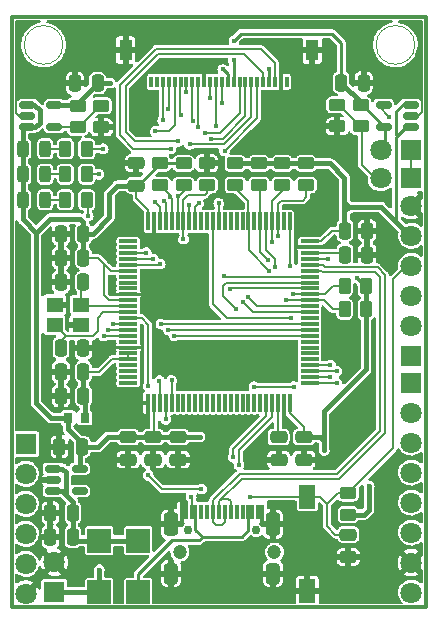
<source format=gtl>
%TF.GenerationSoftware,KiCad,Pcbnew,(5.99.0-12605-g2e120528c8)*%
%TF.CreationDate,2021-09-29T20:44:57+08:00*%
%TF.ProjectId,openmv4,6f70656e-6d76-4342-9e6b-696361645f70,rev?*%
%TF.SameCoordinates,Original*%
%TF.FileFunction,Copper,L1,Top*%
%TF.FilePolarity,Positive*%
%FSLAX46Y46*%
G04 Gerber Fmt 4.6, Leading zero omitted, Abs format (unit mm)*
G04 Created by KiCad (PCBNEW (5.99.0-12605-g2e120528c8)) date 2021-09-29 20:44:57*
%MOMM*%
%LPD*%
G01*
G04 APERTURE LIST*
G04 Aperture macros list*
%AMRoundRect*
0 Rectangle with rounded corners*
0 $1 Rounding radius*
0 $2 $3 $4 $5 $6 $7 $8 $9 X,Y pos of 4 corners*
0 Add a 4 corners polygon primitive as box body*
4,1,4,$2,$3,$4,$5,$6,$7,$8,$9,$2,$3,0*
0 Add four circle primitives for the rounded corners*
1,1,$1+$1,$2,$3*
1,1,$1+$1,$4,$5*
1,1,$1+$1,$6,$7*
1,1,$1+$1,$8,$9*
0 Add four rect primitives between the rounded corners*
20,1,$1+$1,$2,$3,$4,$5,0*
20,1,$1+$1,$4,$5,$6,$7,0*
20,1,$1+$1,$6,$7,$8,$9,0*
20,1,$1+$1,$8,$9,$2,$3,0*%
G04 Aperture macros list end*
%TA.AperFunction,Profile*%
%ADD10C,0.100000*%
%TD*%
%TA.AperFunction,Profile*%
%ADD11C,0.300000*%
%TD*%
%TA.AperFunction,SMDPad,CuDef*%
%ADD12RoundRect,0.250000X0.450000X-0.262500X0.450000X0.262500X-0.450000X0.262500X-0.450000X-0.262500X0*%
%TD*%
%TA.AperFunction,SMDPad,CuDef*%
%ADD13RoundRect,0.250000X0.250000X0.475000X-0.250000X0.475000X-0.250000X-0.475000X0.250000X-0.475000X0*%
%TD*%
%TA.AperFunction,SMDPad,CuDef*%
%ADD14RoundRect,0.250000X-0.250000X-0.475000X0.250000X-0.475000X0.250000X0.475000X-0.250000X0.475000X0*%
%TD*%
%TA.AperFunction,SMDPad,CuDef*%
%ADD15RoundRect,0.150000X-0.512500X-0.150000X0.512500X-0.150000X0.512500X0.150000X-0.512500X0.150000X0*%
%TD*%
%TA.AperFunction,ComponentPad*%
%ADD16R,1.800000X1.800000*%
%TD*%
%TA.AperFunction,ComponentPad*%
%ADD17C,1.800000*%
%TD*%
%TA.AperFunction,SMDPad,CuDef*%
%ADD18R,2.000000X2.000000*%
%TD*%
%TA.AperFunction,SMDPad,CuDef*%
%ADD19R,1.380010X2.000000*%
%TD*%
%TA.AperFunction,SMDPad,CuDef*%
%ADD20R,1.100000X1.800000*%
%TD*%
%TA.AperFunction,SMDPad,CuDef*%
%ADD21R,0.300000X0.900000*%
%TD*%
%TA.AperFunction,SMDPad,CuDef*%
%ADD22RoundRect,0.250000X-0.475000X0.250000X-0.475000X-0.250000X0.475000X-0.250000X0.475000X0.250000X0*%
%TD*%
%TA.AperFunction,SMDPad,CuDef*%
%ADD23RoundRect,0.250000X0.475000X-0.250000X0.475000X0.250000X-0.475000X0.250000X-0.475000X-0.250000X0*%
%TD*%
%TA.AperFunction,SMDPad,CuDef*%
%ADD24RoundRect,0.250000X-0.450000X0.262500X-0.450000X-0.262500X0.450000X-0.262500X0.450000X0.262500X0*%
%TD*%
%TA.AperFunction,SMDPad,CuDef*%
%ADD25RoundRect,0.243750X0.243750X0.456250X-0.243750X0.456250X-0.243750X-0.456250X0.243750X-0.456250X0*%
%TD*%
%TA.AperFunction,SMDPad,CuDef*%
%ADD26RoundRect,0.250000X0.262500X0.450000X-0.262500X0.450000X-0.262500X-0.450000X0.262500X-0.450000X0*%
%TD*%
%TA.AperFunction,WasherPad*%
%ADD27C,0.750010*%
%TD*%
%TA.AperFunction,ComponentPad*%
%ADD28RoundRect,0.300000X-0.300000X-0.600000X0.300000X-0.600000X0.300000X0.600000X-0.300000X0.600000X0*%
%TD*%
%TA.AperFunction,ComponentPad*%
%ADD29RoundRect,0.300000X-0.300000X-0.700000X0.300000X-0.700000X0.300000X0.700000X-0.300000X0.700000X0*%
%TD*%
%TA.AperFunction,SMDPad,CuDef*%
%ADD30R,0.300000X1.300000*%
%TD*%
%TA.AperFunction,SMDPad,CuDef*%
%ADD31R,1.400000X1.200000*%
%TD*%
%TA.AperFunction,SMDPad,CuDef*%
%ADD32R,0.800000X0.864010*%
%TD*%
%TA.AperFunction,SMDPad,CuDef*%
%ADD33RoundRect,0.250000X-0.262500X-0.450000X0.262500X-0.450000X0.262500X0.450000X-0.262500X0.450000X0*%
%TD*%
%TA.AperFunction,SMDPad,CuDef*%
%ADD34RoundRect,0.075000X-0.725000X-0.075000X0.725000X-0.075000X0.725000X0.075000X-0.725000X0.075000X0*%
%TD*%
%TA.AperFunction,SMDPad,CuDef*%
%ADD35RoundRect,0.075000X-0.075000X-0.725000X0.075000X-0.725000X0.075000X0.725000X-0.075000X0.725000X0*%
%TD*%
%TA.AperFunction,SMDPad,CuDef*%
%ADD36RoundRect,0.150000X0.512500X0.150000X-0.512500X0.150000X-0.512500X-0.150000X0.512500X-0.150000X0*%
%TD*%
%TA.AperFunction,WasherPad*%
%ADD37C,1.200000*%
%TD*%
%TA.AperFunction,ViaPad*%
%ADD38C,0.406400*%
%TD*%
%TA.AperFunction,Conductor*%
%ADD39C,0.152400*%
%TD*%
%TA.AperFunction,Conductor*%
%ADD40C,0.381000*%
%TD*%
%TA.AperFunction,Conductor*%
%ADD41C,0.254000*%
%TD*%
%ADD42C,0.304800*%
%ADD43C,0.350000*%
%ADD44O,0.800000X1.100000*%
G04 APERTURE END LIST*
D10*
X134716772Y-68757800D02*
G75*
G03*
X134716772Y-68757800I-1635886J0D01*
G01*
D11*
X100634800Y-66382800D02*
X135634800Y-66382800D01*
X135634800Y-116382800D02*
X135634800Y-66382800D01*
X100634800Y-116382800D02*
X100634800Y-66382800D01*
X100634800Y-116382800D02*
X135634800Y-116382800D01*
D10*
X104927400Y-68757800D02*
G75*
G03*
X104927400Y-68757800I-1635886J0D01*
G01*
D12*
%TO.P,R11,1*%
%TO.N,/I2C1_SCL*%
X115138200Y-80623100D03*
%TO.P,R11,2*%
%TO.N,+3V3*%
X115138200Y-78798100D03*
%TD*%
D13*
%TO.P,C18,1*%
%TO.N,+3V3*%
X106537800Y-102793800D03*
%TO.P,C18,2*%
%TO.N,GND*%
X104637800Y-102793800D03*
%TD*%
D14*
%TO.P,C1,1*%
%TO.N,GND*%
X104764800Y-96443800D03*
%TO.P,C1,2*%
%TO.N,/A*%
X106664800Y-96443800D03*
%TD*%
D15*
%TO.P,U5,1,VIN*%
%TO.N,+5V*%
X104069300Y-104637800D03*
%TO.P,U5,2,VSS*%
%TO.N,GND*%
X104069300Y-105587800D03*
%TO.P,U5,3,CE*%
%TO.N,+5V*%
X104069300Y-106537800D03*
%TO.P,U5,4,NC*%
%TO.N,unconnected-(U5-Pad4)*%
X106344300Y-106537800D03*
%TO.P,U5,5,VOUT*%
%TO.N,+3V3*%
X106344300Y-104637800D03*
%TD*%
D16*
%TO.P,J2,1,Pin_1*%
%TO.N,/SPI3_SCLK{slash}TRACFSWO*%
X134416800Y-95084800D03*
D17*
%TO.P,J2,2,Pin_2*%
%TO.N,/SWCLK*%
X134416800Y-92544800D03*
%TO.P,J2,3,Pin_3*%
%TO.N,/SWDIO*%
X134416800Y-90004800D03*
%TO.P,J2,4,Pin_4*%
%TO.N,/NRST*%
X134416800Y-87464800D03*
%TO.P,J2,5,Pin_5*%
%TO.N,+3V3*%
X134416800Y-84924800D03*
%TO.P,J2,6,Pin_6*%
%TO.N,GND*%
X134416800Y-82384800D03*
%TD*%
D16*
%TO.P,J5,1,Pin_1*%
%TO.N,/1*%
X134364800Y-77673200D03*
D17*
%TO.P,J5,2,Pin_2*%
%TO.N,/3*%
X131824800Y-77673200D03*
%TD*%
D13*
%TO.P,C9,1*%
%TO.N,/A*%
X106664800Y-98475800D03*
%TO.P,C9,2*%
%TO.N,GND*%
X104764800Y-98475800D03*
%TD*%
D18*
%TO.P,D5,1,1*%
%TO.N,+5V*%
X111306610Y-110722950D03*
%TO.P,D5,2,2*%
%TO.N,/5V*%
X111306610Y-115123090D03*
%TD*%
D19*
%TO.P,SW1,1,A*%
%TO.N,GND*%
X125631780Y-115000780D03*
%TO.P,SW1,2,B*%
%TO.N,/NRST*%
X125631780Y-107000800D03*
%TD*%
D20*
%TO.P,F1,0,0*%
%TO.N,GND*%
X126035410Y-69195090D03*
X110235390Y-69195090D03*
D21*
%TO.P,F1,1,1*%
%TO.N,unconnected-(F1-Pad1)*%
X123885380Y-71895030D03*
%TO.P,F1,2,2*%
%TO.N,GND*%
X123385380Y-71895030D03*
%TO.P,F1,3,3*%
%TO.N,/I2C1_SDA*%
X122885380Y-71895030D03*
%TO.P,F1,4,4*%
%TO.N,+2V8*%
X122385380Y-71895030D03*
%TO.P,F1,5,5*%
%TO.N,/I2C1_SCL*%
X121885380Y-71895030D03*
%TO.P,F1,6,6*%
%TO.N,/DCMI_RST*%
X121385380Y-71895030D03*
%TO.P,F1,7,7*%
%TO.N,/DCMI_VSYNC*%
X120885380Y-71895030D03*
%TO.P,F1,8,8*%
%TO.N,/DCMI_PWDN*%
X120385380Y-71895030D03*
%TO.P,F1,9,9*%
%TO.N,/DCMI_HSYNC*%
X119885390Y-71895030D03*
%TO.P,F1,10,10*%
%TO.N,/3*%
X119385390Y-71895030D03*
%TO.P,F1,11,11*%
%TO.N,+2V8*%
X118885390Y-71895030D03*
%TO.P,F1,12,12*%
%TO.N,/DCMI_D7*%
X118385390Y-71895030D03*
%TO.P,F1,13,13*%
%TO.N,/DCMI_CLK*%
X117885390Y-71895030D03*
%TO.P,F1,14,14*%
%TO.N,/DCMI_D6*%
X117385360Y-71895030D03*
%TO.P,F1,15,15*%
%TO.N,GND*%
X116885370Y-71895030D03*
%TO.P,F1,16,16*%
%TO.N,/DCMI_D5*%
X116385370Y-71895030D03*
%TO.P,F1,17,17*%
%TO.N,/DCMI_PCLK*%
X115885370Y-71895030D03*
%TO.P,F1,18,18*%
%TO.N,/DCMI_D4*%
X115385370Y-71895030D03*
%TO.P,F1,19,19*%
%TO.N,/DCMI_D0*%
X114885370Y-71895030D03*
%TO.P,F1,20,20*%
%TO.N,/DCMI_D3*%
X114385370Y-71895030D03*
%TO.P,F1,21,21*%
%TO.N,/DCMI_D1*%
X113885370Y-71895030D03*
%TO.P,F1,22,22*%
%TO.N,/DCMI_D2*%
X113385370Y-71895030D03*
%TO.P,F1,23,23*%
%TO.N,unconnected-(F1-Pad23)*%
X112885370Y-71895030D03*
%TO.P,F1,24,24*%
%TO.N,unconnected-(F1-Pad24)*%
X112385370Y-71895030D03*
%TD*%
D16*
%TO.P,J4,1,Pin_1*%
%TO.N,/VIN*%
X104190800Y-115112800D03*
D17*
%TO.P,J4,2,Pin_2*%
%TO.N,GND*%
X104190800Y-112572800D03*
%TD*%
D22*
%TO.P,C2,1*%
%TO.N,GND*%
X111150400Y-78780600D03*
%TO.P,C2,2*%
%TO.N,+3V3*%
X111150400Y-80680600D03*
%TD*%
D13*
%TO.P,C20,1*%
%TO.N,+2V8*%
X107858600Y-72009000D03*
%TO.P,C20,2*%
%TO.N,GND*%
X105958600Y-72009000D03*
%TD*%
D23*
%TO.P,C5,1*%
%TO.N,GND*%
X112572800Y-103870800D03*
%TO.P,C5,2*%
%TO.N,+3V3*%
X112572800Y-101970800D03*
%TD*%
D24*
%TO.P,R7,1*%
%TO.N,+3V3*%
X119532400Y-78798100D03*
%TO.P,R7,2*%
%TO.N,/SDIO_CMD*%
X119532400Y-80623100D03*
%TD*%
D22*
%TO.P,C12,1*%
%TO.N,Net-(C12-Pad1)*%
X123190000Y-101970800D03*
%TO.P,C12,2*%
%TO.N,GND*%
X123190000Y-103870800D03*
%TD*%
D12*
%TO.P,R13,1*%
%TO.N,+3V3*%
X129082800Y-108532300D03*
%TO.P,R13,2*%
%TO.N,/NRST*%
X129082800Y-106707300D03*
%TD*%
D16*
%TO.P,J6,1,Pin_1*%
%TO.N,/1*%
X134364800Y-80035400D03*
D17*
%TO.P,J6,2,Pin_2*%
%TO.N,/2*%
X131824800Y-80035400D03*
%TD*%
D25*
%TO.P,D2,1,K*%
%TO.N,Net-(D2-Pad1)*%
X103426500Y-79705200D03*
%TO.P,D2,2,A*%
%TO.N,+3V3*%
X101551500Y-79705200D03*
%TD*%
D23*
%TO.P,C4,1*%
%TO.N,GND*%
X125323600Y-103870800D03*
%TO.P,C4,2*%
%TO.N,+3V3*%
X125323600Y-101970800D03*
%TD*%
D26*
%TO.P,R3,1*%
%TO.N,/LED_G*%
X106957500Y-79705200D03*
%TO.P,R3,2*%
%TO.N,Net-(D2-Pad1)*%
X105132500Y-79705200D03*
%TD*%
%TO.P,R2,1*%
%TO.N,/LED_R*%
X106957500Y-77546200D03*
%TO.P,R2,2*%
%TO.N,Net-(D1-Pad1)*%
X105132500Y-77546200D03*
%TD*%
D27*
%TO.P,U8,*%
%TO.N,*%
X115500770Y-109871290D03*
X121280790Y-109871290D03*
D28*
%TO.P,U8,0,0*%
%TO.N,GND*%
X122710760Y-113521270D03*
X114070800Y-113521270D03*
D29*
X122710760Y-109341280D03*
X114070800Y-109341280D03*
D30*
%TO.P,U8,A1,GND*%
X114990790Y-108272790D03*
%TO.P,U8,A4,VBUS*%
%TO.N,/5V*%
X115830770Y-108272760D03*
%TO.P,U8,A5,CC1*%
%TO.N,unconnected-(U8-PadA5)*%
X117140850Y-108272810D03*
%TO.P,U8,A6,DP1*%
%TO.N,/USB_DP*%
X118140850Y-108272810D03*
%TO.P,U8,A7,DN1*%
%TO.N,/USB_DN*%
X118640720Y-108272790D03*
%TO.P,U8,A8,SBU1*%
%TO.N,unconnected-(U8-PadA8)*%
X119640460Y-108272810D03*
%TO.P,U8,A9,VBUS*%
%TO.N,/5V*%
X120940760Y-108272690D03*
%TO.P,U8,A12,GND*%
%TO.N,GND*%
X121792400Y-108272690D03*
%TO.P,U8,B1,GND*%
X121440690Y-108272710D03*
%TO.P,U8,B4,VBUS*%
%TO.N,/5V*%
X120630760Y-108272740D03*
%TO.P,U8,B5,CC2*%
%TO.N,unconnected-(U8-PadB5)*%
X120140840Y-108272810D03*
%TO.P,U8,B6,DP2*%
%TO.N,/USB_DP*%
X119140840Y-108272810D03*
%TO.P,U8,B7,DN2*%
%TO.N,/USB_DN*%
X117640720Y-108272790D03*
%TO.P,U8,B8,SBU2*%
%TO.N,unconnected-(U8-PadB8)*%
X116640720Y-108272810D03*
%TO.P,U8,B9,VBUS*%
%TO.N,/5V*%
X116150680Y-108272690D03*
%TO.P,U8,B12,GND*%
%TO.N,GND*%
X115340800Y-108272790D03*
%TD*%
D13*
%TO.P,C13,1*%
%TO.N,Net-(C13-Pad1)*%
X106664800Y-88823800D03*
%TO.P,C13,2*%
%TO.N,GND*%
X104764800Y-88823800D03*
%TD*%
D14*
%TO.P,C19,1*%
%TO.N,/3*%
X128488400Y-71958200D03*
%TO.P,C19,2*%
%TO.N,GND*%
X130388400Y-71958200D03*
%TD*%
%TO.P,C7,1*%
%TO.N,GND*%
X104764800Y-84759800D03*
%TO.P,C7,2*%
%TO.N,+3V3*%
X106664800Y-84759800D03*
%TD*%
D13*
%TO.P,C16,1*%
%TO.N,+5V*%
X105775800Y-108381800D03*
%TO.P,C16,2*%
%TO.N,GND*%
X103875800Y-108381800D03*
%TD*%
D22*
%TO.P,C8,1*%
%TO.N,+3V3*%
X110464600Y-101970800D03*
%TO.P,C8,2*%
%TO.N,GND*%
X110464600Y-103870800D03*
%TD*%
%TO.P,C14,1*%
%TO.N,+3V3*%
X114681000Y-101970800D03*
%TO.P,C14,2*%
%TO.N,GND*%
X114681000Y-103870800D03*
%TD*%
D25*
%TO.P,D3,1,K*%
%TO.N,Net-(D3-Pad1)*%
X103426500Y-81864200D03*
%TO.P,D3,2,A*%
%TO.N,+3V3*%
X101551500Y-81864200D03*
%TD*%
D14*
%TO.P,C10,1*%
%TO.N,Net-(C10-Pad1)*%
X128798600Y-86512400D03*
%TO.P,C10,2*%
%TO.N,GND*%
X130698600Y-86512400D03*
%TD*%
D24*
%TO.P,R17,1*%
%TO.N,Net-(R16-Pad2)*%
X108184800Y-73910300D03*
%TO.P,R17,2*%
%TO.N,GND*%
X108184800Y-75735300D03*
%TD*%
D26*
%TO.P,R9,1*%
%TO.N,+3V3*%
X130604900Y-89179400D03*
%TO.P,R9,2*%
%TO.N,/SDIO_D1*%
X128779900Y-89179400D03*
%TD*%
D12*
%TO.P,R1,1*%
%TO.N,/BOOT0*%
X117119400Y-80617700D03*
%TO.P,R1,2*%
%TO.N,GND*%
X117119400Y-78792700D03*
%TD*%
D31*
%TO.P,Y1,1,1*%
%TO.N,Net-(C11-Pad1)*%
X104233820Y-92492530D03*
%TO.P,Y1,2,2*%
%TO.N,GND*%
X104233880Y-90742620D03*
X106433770Y-92492530D03*
%TO.P,Y1,3,3*%
%TO.N,Net-(C13-Pad1)*%
X106433720Y-90742570D03*
%TD*%
D24*
%TO.P,R6,1*%
%TO.N,+3V3*%
X123494800Y-78798100D03*
%TO.P,R6,2*%
%TO.N,/SDIO_D3*%
X123494800Y-80623100D03*
%TD*%
%TO.P,R5,1*%
%TO.N,+3V3*%
X125501400Y-78798100D03*
%TO.P,R5,2*%
%TO.N,/SDIO_D2*%
X125501400Y-80623100D03*
%TD*%
D14*
%TO.P,C11,1*%
%TO.N,Net-(C11-Pad1)*%
X104764800Y-94411800D03*
%TO.P,C11,2*%
%TO.N,GND*%
X106664800Y-94411800D03*
%TD*%
D26*
%TO.P,R4,1*%
%TO.N,/LED_B*%
X106957500Y-81864200D03*
%TO.P,R4,2*%
%TO.N,Net-(D3-Pad1)*%
X105132500Y-81864200D03*
%TD*%
D15*
%TO.P,U7,1,IN*%
%TO.N,+3V3*%
X101919800Y-73827600D03*
%TO.P,U7,2,GND*%
%TO.N,GND*%
X101919800Y-74777600D03*
%TO.P,U7,3,EN*%
%TO.N,+3V3*%
X101919800Y-75727600D03*
%TO.P,U7,4,NR/FB*%
%TO.N,Net-(R16-Pad2)*%
X104194800Y-75727600D03*
%TO.P,U7,5,OUT*%
%TO.N,+2V8*%
X104194800Y-73827600D03*
%TD*%
D12*
%TO.P,R12,1*%
%TO.N,/I2C1_SDA*%
X113157000Y-80623100D03*
%TO.P,R12,2*%
%TO.N,+3V3*%
X113157000Y-78798100D03*
%TD*%
D32*
%TO.P,L1,1,1*%
%TO.N,/A*%
X106781960Y-100338920D03*
%TO.P,L1,2,2*%
%TO.N,+3V3*%
X105382160Y-100338920D03*
%TD*%
D22*
%TO.P,C17,1*%
%TO.N,/NRST*%
X129082800Y-110225800D03*
%TO.P,C17,2*%
%TO.N,GND*%
X129082800Y-112125800D03*
%TD*%
D16*
%TO.P,J1,1,Pin_1*%
%TO.N,/BOOT0*%
X101777800Y-102539800D03*
D17*
%TO.P,J1,2,Pin_2*%
%TO.N,/TIM4_CH3*%
X101777800Y-105079800D03*
%TO.P,J1,3,Pin_3*%
%TO.N,/TIM4_CH2*%
X101777800Y-107619800D03*
%TO.P,J1,4,Pin_4*%
%TO.N,/TIM4_CH1*%
X101777800Y-110159800D03*
%TO.P,J1,5,Pin_5*%
%TO.N,/DAC*%
X101777800Y-112699800D03*
%TO.P,J1,6,Pin_6*%
%TO.N,GND*%
X101777800Y-115239800D03*
%TD*%
D33*
%TO.P,R8,1*%
%TO.N,/SDIO_D0*%
X128779900Y-91135200D03*
%TO.P,R8,2*%
%TO.N,+3V3*%
X130604900Y-91135200D03*
%TD*%
D24*
%TO.P,R16,1*%
%TO.N,+2V8*%
X106174800Y-73910300D03*
%TO.P,R16,2*%
%TO.N,Net-(R16-Pad2)*%
X106174800Y-75735300D03*
%TD*%
%TO.P,R15,1*%
%TO.N,/2*%
X128141800Y-73839700D03*
%TO.P,R15,2*%
%TO.N,GND*%
X128141800Y-75664700D03*
%TD*%
D34*
%TO.P,U2,1,PE2*%
%TO.N,unconnected-(U2-Pad1)*%
X110459800Y-85382800D03*
%TO.P,U2,2,PE3*%
%TO.N,unconnected-(U2-Pad2)*%
X110459800Y-85882800D03*
%TO.P,U2,3,PE4*%
%TO.N,/DCMI_D4*%
X110459800Y-86382800D03*
%TO.P,U2,4,PE5*%
%TO.N,/DCMI_D6*%
X110459800Y-86882800D03*
%TO.P,U2,5,PE6*%
%TO.N,/DCMI_D7*%
X110459800Y-87382800D03*
%TO.P,U2,6,VBAT*%
%TO.N,+3V3*%
X110459800Y-87882800D03*
%TO.P,U2,7,PC13*%
%TO.N,unconnected-(U2-Pad7)*%
X110459800Y-88382800D03*
%TO.P,U2,8,PC14*%
%TO.N,unconnected-(U2-Pad8)*%
X110459800Y-88882800D03*
%TO.P,U2,9,PC15*%
%TO.N,unconnected-(U2-Pad9)*%
X110459800Y-89382800D03*
%TO.P,U2,10,VSS*%
%TO.N,GND*%
X110459800Y-89882800D03*
%TO.P,U2,11,VDD*%
%TO.N,+3V3*%
X110459800Y-90382800D03*
%TO.P,U2,12,PH0*%
%TO.N,Net-(C13-Pad1)*%
X110459800Y-90882800D03*
%TO.P,U2,13,PH1*%
%TO.N,Net-(C11-Pad1)*%
X110459800Y-91382800D03*
%TO.P,U2,14,NRST*%
%TO.N,/NRST*%
X110459800Y-91882800D03*
%TO.P,U2,15,PC0*%
%TO.N,/LED_R*%
X110459800Y-92382800D03*
%TO.P,U2,16,PC1*%
%TO.N,/LED_G*%
X110459800Y-92882800D03*
%TO.P,U2,17,PC2_C*%
%TO.N,/LED_B*%
X110459800Y-93382800D03*
%TO.P,U2,18,PC3_C*%
%TO.N,unconnected-(U2-Pad18)*%
X110459800Y-93882800D03*
%TO.P,U2,19,VSSA*%
%TO.N,GND*%
X110459800Y-94382800D03*
%TO.P,U2,20,VREF+*%
%TO.N,/A*%
X110459800Y-94882800D03*
%TO.P,U2,21,VDDA*%
X110459800Y-95382800D03*
%TO.P,U2,22,PA0*%
%TO.N,unconnected-(U2-Pad22)*%
X110459800Y-95882800D03*
%TO.P,U2,23,PA1*%
%TO.N,unconnected-(U2-Pad23)*%
X110459800Y-96382800D03*
%TO.P,U2,24,PA2*%
%TO.N,unconnected-(U2-Pad24)*%
X110459800Y-96882800D03*
%TO.P,U2,25,PA3*%
%TO.N,unconnected-(U2-Pad25)*%
X110459800Y-97382800D03*
D35*
%TO.P,U2,26,VSS*%
%TO.N,GND*%
X112134800Y-99057800D03*
%TO.P,U2,27,VDD*%
%TO.N,+3V3*%
X112634800Y-99057800D03*
%TO.P,U2,28,PA4*%
%TO.N,/DCMI_HSYNC*%
X113134800Y-99057800D03*
%TO.P,U2,29,PA5*%
%TO.N,/DAC*%
X113634800Y-99057800D03*
%TO.P,U2,30,PA6*%
%TO.N,/DCMI_PCLK*%
X114134800Y-99057800D03*
%TO.P,U2,31,PA7*%
%TO.N,unconnected-(U2-Pad31)*%
X114634800Y-99057800D03*
%TO.P,U2,32,PC4*%
%TO.N,unconnected-(U2-Pad32)*%
X115134800Y-99057800D03*
%TO.P,U2,33,PC5*%
%TO.N,unconnected-(U2-Pad33)*%
X115634800Y-99057800D03*
%TO.P,U2,34,PB0*%
%TO.N,unconnected-(U2-Pad34)*%
X116134800Y-99057800D03*
%TO.P,U2,35,PB1*%
%TO.N,unconnected-(U2-Pad35)*%
X116634800Y-99057800D03*
%TO.P,U2,36,PB2*%
%TO.N,unconnected-(U2-Pad36)*%
X117134800Y-99057800D03*
%TO.P,U2,37,PE7*%
%TO.N,unconnected-(U2-Pad37)*%
X117634800Y-99057800D03*
%TO.P,U2,38,PE8*%
%TO.N,unconnected-(U2-Pad38)*%
X118134800Y-99057800D03*
%TO.P,U2,39,PE9*%
%TO.N,unconnected-(U2-Pad39)*%
X118634800Y-99057800D03*
%TO.P,U2,40,PE10*%
%TO.N,unconnected-(U2-Pad40)*%
X119134800Y-99057800D03*
%TO.P,U2,41,PE11*%
%TO.N,unconnected-(U2-Pad41)*%
X119634800Y-99057800D03*
%TO.P,U2,42,PE12*%
%TO.N,unconnected-(U2-Pad42)*%
X120134800Y-99057800D03*
%TO.P,U2,43,PE13*%
%TO.N,unconnected-(U2-Pad43)*%
X120634800Y-99057800D03*
%TO.P,U2,44,PE14*%
%TO.N,unconnected-(U2-Pad44)*%
X121134800Y-99057800D03*
%TO.P,U2,45,PE15*%
%TO.N,unconnected-(U2-Pad45)*%
X121634800Y-99057800D03*
%TO.P,U2,46,PB10*%
%TO.N,/I2C2_SCL*%
X122134800Y-99057800D03*
%TO.P,U2,47,PB11*%
%TO.N,/I2C2_SDA*%
X122634800Y-99057800D03*
%TO.P,U2,48,VCAP1*%
%TO.N,Net-(C12-Pad1)*%
X123134800Y-99057800D03*
%TO.P,U2,49,VSS*%
%TO.N,GND*%
X123634800Y-99057800D03*
%TO.P,U2,50,VDD*%
%TO.N,+3V3*%
X124134800Y-99057800D03*
D34*
%TO.P,U2,51,PB12*%
%TO.N,/SPI2_NSS*%
X125809800Y-97382800D03*
%TO.P,U2,52,PB13*%
%TO.N,/SPI2_SCLK*%
X125809800Y-96882800D03*
%TO.P,U2,53,PB14*%
%TO.N,/SPI2_MISO*%
X125809800Y-96382800D03*
%TO.P,U2,54,PB15*%
%TO.N,/SPI2_MOSI*%
X125809800Y-95882800D03*
%TO.P,U2,55,PD8*%
%TO.N,unconnected-(U2-Pad55)*%
X125809800Y-95382800D03*
%TO.P,U2,56,PD9*%
%TO.N,unconnected-(U2-Pad56)*%
X125809800Y-94882800D03*
%TO.P,U2,57,PD10*%
%TO.N,unconnected-(U2-Pad57)*%
X125809800Y-94382800D03*
%TO.P,U2,58,PD11*%
%TO.N,unconnected-(U2-Pad58)*%
X125809800Y-93882800D03*
%TO.P,U2,59,PD12*%
%TO.N,/TIM4_CH1*%
X125809800Y-93382800D03*
%TO.P,U2,60,PD13*%
%TO.N,/TIM4_CH2*%
X125809800Y-92882800D03*
%TO.P,U2,61,PD14*%
%TO.N,/TIM4_CH3*%
X125809800Y-92382800D03*
%TO.P,U2,62,PD15*%
%TO.N,unconnected-(U2-Pad62)*%
X125809800Y-91882800D03*
%TO.P,U2,63,PC6*%
%TO.N,/DCMI_D0*%
X125809800Y-91382800D03*
%TO.P,U2,64,PC7*%
%TO.N,/DCMI_D1*%
X125809800Y-90882800D03*
%TO.P,U2,65,PC8*%
%TO.N,/SDIO_D0*%
X125809800Y-90382800D03*
%TO.P,U2,66,PC9*%
%TO.N,/SDIO_D1*%
X125809800Y-89882800D03*
%TO.P,U2,67,PA8*%
%TO.N,/DCMI_CLK*%
X125809800Y-89382800D03*
%TO.P,U2,68,PA9*%
%TO.N,/5V*%
X125809800Y-88882800D03*
%TO.P,U2,69,PA10*%
%TO.N,/DCMI_RST*%
X125809800Y-88382800D03*
%TO.P,U2,70,PA11*%
%TO.N,/USB_DN*%
X125809800Y-87882800D03*
%TO.P,U2,71,PA12*%
%TO.N,/USB_DP*%
X125809800Y-87382800D03*
%TO.P,U2,72,PA13*%
%TO.N,/SWDIO*%
X125809800Y-86882800D03*
%TO.P,U2,73,VCAP2*%
%TO.N,Net-(C10-Pad1)*%
X125809800Y-86382800D03*
%TO.P,U2,74,VSS*%
%TO.N,GND*%
X125809800Y-85882800D03*
%TO.P,U2,75,VDD*%
%TO.N,+3V3*%
X125809800Y-85382800D03*
D35*
%TO.P,U2,76,PA14*%
%TO.N,/SWCLK*%
X124134800Y-83707800D03*
%TO.P,U2,77,PA15*%
%TO.N,unconnected-(U2-Pad77)*%
X123634800Y-83707800D03*
%TO.P,U2,78,PC10*%
%TO.N,/SDIO_D2*%
X123134800Y-83707800D03*
%TO.P,U2,79,PC11*%
%TO.N,/SDIO_D3*%
X122634800Y-83707800D03*
%TO.P,U2,80,PC12*%
%TO.N,/SDIO_CLK*%
X122134800Y-83707800D03*
%TO.P,U2,81,PD0*%
%TO.N,/SD_CD*%
X121634800Y-83707800D03*
%TO.P,U2,82,PD1*%
%TO.N,unconnected-(U2-Pad82)*%
X121134800Y-83707800D03*
%TO.P,U2,83,PD2*%
%TO.N,/SDIO_CMD*%
X120634800Y-83707800D03*
%TO.P,U2,84,PD3*%
%TO.N,unconnected-(U2-Pad84)*%
X120134800Y-83707800D03*
%TO.P,U2,85,PD4*%
%TO.N,unconnected-(U2-Pad85)*%
X119634800Y-83707800D03*
%TO.P,U2,86,PD5*%
%TO.N,unconnected-(U2-Pad86)*%
X119134800Y-83707800D03*
%TO.P,U2,87,PD6*%
%TO.N,unconnected-(U2-Pad87)*%
X118634800Y-83707800D03*
%TO.P,U2,88,PD7*%
%TO.N,/DCMI_PWDN*%
X118134800Y-83707800D03*
%TO.P,U2,89,PB3*%
%TO.N,/SPI3_SCLK{slash}TRACFSWO*%
X117634800Y-83707800D03*
%TO.P,U2,90,PB4*%
%TO.N,unconnected-(U2-Pad90)*%
X117134800Y-83707800D03*
%TO.P,U2,91,PB5*%
%TO.N,unconnected-(U2-Pad91)*%
X116634800Y-83707800D03*
%TO.P,U2,92,PB6*%
%TO.N,/DCMI_D5*%
X116134800Y-83707800D03*
%TO.P,U2,93,PB7*%
%TO.N,/DCMI_VSYNC*%
X115634800Y-83707800D03*
%TO.P,U2,94,BOOT0*%
%TO.N,/BOOT0*%
X115134800Y-83707800D03*
%TO.P,U2,95,PB8*%
%TO.N,/I2C1_SCL*%
X114634800Y-83707800D03*
%TO.P,U2,96,PB9*%
%TO.N,/I2C1_SDA*%
X114134800Y-83707800D03*
%TO.P,U2,97,PE0*%
%TO.N,/DCMI_D2*%
X113634800Y-83707800D03*
%TO.P,U2,98,PE1*%
%TO.N,/DCMI_D3*%
X113134800Y-83707800D03*
%TO.P,U2,99,VSS*%
%TO.N,GND*%
X112634800Y-83707800D03*
%TO.P,U2,100,VDD*%
%TO.N,+3V3*%
X112134800Y-83707800D03*
%TD*%
D24*
%TO.P,R10,1*%
%TO.N,+3V3*%
X121513600Y-78798100D03*
%TO.P,R10,2*%
%TO.N,/SD_CD*%
X121513600Y-80623100D03*
%TD*%
D14*
%TO.P,C6,1*%
%TO.N,GND*%
X104764800Y-86791800D03*
%TO.P,C6,2*%
%TO.N,+3V3*%
X106664800Y-86791800D03*
%TD*%
D16*
%TO.P,J3,1,Pin_1*%
%TO.N,/SPI2_MOSI*%
X134416800Y-97345500D03*
D17*
%TO.P,J3,2,Pin_2*%
%TO.N,/SPI2_MISO*%
X134416800Y-99885500D03*
%TO.P,J3,3,Pin_3*%
%TO.N,/SPI2_SCLK*%
X134416800Y-102425500D03*
%TO.P,J3,4,Pin_4*%
%TO.N,/SPI2_NSS*%
X134416800Y-104965500D03*
%TO.P,J3,5,Pin_5*%
%TO.N,/I2C2_SCL*%
X134416800Y-107505500D03*
%TO.P,J3,6,Pin_6*%
%TO.N,/I2C2_SDA*%
X134416800Y-110045500D03*
%TO.P,J3,7,Pin_7*%
%TO.N,GND*%
X134416800Y-112585500D03*
%TO.P,J3,8,Pin_8*%
%TO.N,/VIN*%
X134416800Y-115125500D03*
%TD*%
D13*
%TO.P,C3,1*%
%TO.N,GND*%
X130698600Y-84480400D03*
%TO.P,C3,2*%
%TO.N,+3V3*%
X128798600Y-84480400D03*
%TD*%
D24*
%TO.P,R14,1*%
%TO.N,/3*%
X130124800Y-73840300D03*
%TO.P,R14,2*%
%TO.N,/2*%
X130124800Y-75665300D03*
%TD*%
D36*
%TO.P,U6,1,IN*%
%TO.N,+3V3*%
X134359300Y-75714800D03*
%TO.P,U6,2,GND*%
%TO.N,GND*%
X134359300Y-74764800D03*
%TO.P,U6,3,EN*%
%TO.N,+3V3*%
X134359300Y-73814800D03*
%TO.P,U6,4,NR/FB*%
%TO.N,/1*%
X132084300Y-73814800D03*
%TO.P,U6,5,OUT*%
%TO.N,/3*%
X132084300Y-75714800D03*
%TD*%
D18*
%TO.P,D4,1,1*%
%TO.N,+5V*%
X108004610Y-110722950D03*
%TO.P,D4,2,2*%
%TO.N,/VIN*%
X108004610Y-115123090D03*
%TD*%
D13*
%TO.P,C15,1*%
%TO.N,+5V*%
X105775800Y-110413800D03*
%TO.P,C15,2*%
%TO.N,GND*%
X103875800Y-110413800D03*
%TD*%
D25*
%TO.P,D1,1,K*%
%TO.N,Net-(D1-Pad1)*%
X103426500Y-77546200D03*
%TO.P,D1,2,A*%
%TO.N,+3V3*%
X101551500Y-77546200D03*
%TD*%
D37*
%TO.P,U4,*%
%TO.N,*%
X114839750Y-111697780D03*
X122839730Y-111697780D03*
%TD*%
D38*
%TO.N,GND*%
X125069600Y-75869800D03*
X123748800Y-74472800D03*
X107264200Y-69494400D03*
X125069600Y-74498200D03*
X108583800Y-105244800D03*
X128649800Y-100418800D03*
X103503800Y-88353800D03*
X132205800Y-86194800D03*
X110845600Y-72999600D03*
X129538800Y-101307800D03*
X114681000Y-70104000D03*
X132459800Y-106260800D03*
X116992400Y-70104000D03*
X109118400Y-78384400D03*
X126998800Y-82511800D03*
X112647800Y-89877800D03*
X116711800Y-103847800D03*
X126109800Y-82511800D03*
X117727800Y-112356800D03*
X121664800Y-102196800D03*
X108583800Y-106387800D03*
X124204800Y-95592800D03*
X121410800Y-103974800D03*
X107264200Y-68021200D03*
X126109800Y-83400800D03*
X117854800Y-104863800D03*
X108583800Y-103974800D03*
X129870200Y-69418200D03*
X109091800Y-99656800D03*
X110107800Y-83146800D03*
X129895600Y-67945000D03*
X132205800Y-85305800D03*
X118997800Y-112356800D03*
X108837800Y-94449800D03*
X112647800Y-88861800D03*
X110107800Y-82257800D03*
X103503800Y-85559800D03*
X109853800Y-106387800D03*
X103503800Y-94703800D03*
X116711800Y-104863800D03*
X117854800Y-103847800D03*
X128649800Y-101307800D03*
X118997800Y-113499800D03*
X114552800Y-91528800D03*
X109093000Y-77571600D03*
X132205800Y-84416800D03*
X103503800Y-86829800D03*
X129538800Y-100418800D03*
X110361800Y-99656800D03*
X107948800Y-94449800D03*
X115441800Y-91528800D03*
X117727800Y-113499800D03*
X107948800Y-95338800D03*
X127125800Y-104101800D03*
X109853800Y-105244800D03*
X103503800Y-98005800D03*
X132459800Y-104990800D03*
X128295400Y-94462600D03*
X123748800Y-75844400D03*
%TO.N,+3V3*%
X127050800Y-103098600D03*
X130860800Y-106106800D03*
X129792800Y-88480800D03*
X116535200Y-101955600D03*
%TO.N,/NRST*%
X112154800Y-105202800D03*
X112144800Y-97612800D03*
X116654800Y-106362800D03*
X120734800Y-107002800D03*
%TO.N,/3*%
X119405400Y-68402200D03*
X119380000Y-70078600D03*
%TO.N,+2V8*%
X122377200Y-70789800D03*
X118465600Y-70840600D03*
X108940600Y-71983600D03*
%TO.N,/I2C1_SDA*%
X114071400Y-77546200D03*
X114019400Y-81597400D03*
%TO.N,/I2C1_SCL*%
X114705200Y-81572000D03*
X114681000Y-76936600D03*
%TO.N,/DCMI_RST*%
X118618000Y-77724000D03*
X118541800Y-88366600D03*
%TO.N,/DCMI_VSYNC*%
X115619600Y-82308600D03*
X115646200Y-77190600D03*
%TO.N,/DCMI_PWDN*%
X118134200Y-82181600D03*
X117475000Y-76708000D03*
%TO.N,/DCMI_HSYNC*%
X116941600Y-76200000D03*
X113105000Y-97193000D03*
%TO.N,/DCMI_D7*%
X113155800Y-87312400D03*
X118387430Y-73688970D03*
%TO.N,/DCMI_CLK*%
X119075200Y-89433400D03*
X117906800Y-75641200D03*
%TO.N,/DCMI_D6*%
X117396830Y-73231770D03*
X112571600Y-86880600D03*
%TO.N,/DCMI_D5*%
X116420900Y-82181700D03*
X116382800Y-75717400D03*
%TO.N,/DCMI_PCLK*%
X114146400Y-97167600D03*
X115900200Y-75184000D03*
%TO.N,/DCMI_D4*%
X111987400Y-86347200D03*
X115382800Y-72749170D03*
%TO.N,/DCMI_D0*%
X120144800Y-90522800D03*
X114884200Y-74701400D03*
%TO.N,/DCMI_D3*%
X112725200Y-82042000D03*
X112750600Y-76073000D03*
%TO.N,/DCMI_D1*%
X120614800Y-90122800D03*
X113866230Y-74196970D03*
%TO.N,/DCMI_D2*%
X113385600Y-75158600D03*
X113460600Y-82003800D03*
%TO.N,/BOOT0*%
X115137000Y-85204200D03*
%TO.N,/TIM4_CH3*%
X113224800Y-92382800D03*
%TO.N,/TIM4_CH2*%
X113844800Y-92882800D03*
%TO.N,/TIM4_CH1*%
X114354800Y-93382800D03*
%TO.N,/VIN*%
X108004610Y-113203990D03*
%TO.N,/SPI3_SCLK{slash}TRACFSWO*%
X124224800Y-91882800D03*
%TO.N,/SWCLK*%
X124128600Y-87439400D03*
%TO.N,/SWDIO*%
X127379800Y-86880600D03*
%TO.N,/SPI2_MOSI*%
X127572400Y-95882800D03*
%TO.N,/SPI2_MISO*%
X128116400Y-96380200D03*
%TO.N,/SPI2_SCLK*%
X127557600Y-96888200D03*
%TO.N,/SPI2_NSS*%
X128104800Y-97382800D03*
%TO.N,/I2C2_SCL*%
X119344800Y-103662800D03*
%TO.N,/I2C2_SDA*%
X119834800Y-104312800D03*
%TO.N,/DAC*%
X113634800Y-100462800D03*
%TO.N,/1*%
X132561400Y-74841000D03*
%TO.N,/LED_R*%
X109143800Y-92379800D03*
X108331000Y-77546200D03*
%TO.N,/LED_G*%
X108762800Y-92887800D03*
X107975400Y-79705200D03*
%TO.N,/LED_B*%
X108381800Y-93395800D03*
X107061000Y-83235800D03*
%TO.N,/SDIO_D2*%
X123138000Y-84975600D03*
%TO.N,/SDIO_D3*%
X122630000Y-85458200D03*
%TO.N,/SDIO_CMD*%
X122401400Y-87896600D03*
%TO.N,/SDIO_D0*%
X123823800Y-90385800D03*
%TO.N,/SDIO_D1*%
X124408000Y-89877800D03*
%TO.N,/SD_CD*%
X122299800Y-86982200D03*
X121106000Y-97701000D03*
X124458800Y-97701000D03*
%TO.N,/SDIO_CLK*%
X122909400Y-87541000D03*
%TO.N,/5V*%
X115794800Y-107042800D03*
X119604800Y-91162800D03*
%TD*%
D39*
%TO.N,GND*%
X101535300Y-71970800D02*
X105920400Y-71970800D01*
X100963800Y-72542300D02*
X101535300Y-71970800D01*
X135305800Y-74447400D02*
X134975600Y-74777600D01*
X100963800Y-74536200D02*
X101243200Y-74815600D01*
X134670800Y-71983600D02*
X130413800Y-71983600D01*
X101243200Y-74815600D02*
X101344800Y-74815600D01*
X105920400Y-71970800D02*
X105958600Y-72009000D01*
X135305800Y-72567800D02*
X135305800Y-74447400D01*
X130413800Y-71983600D02*
X130388400Y-71958200D01*
X100963800Y-72542300D02*
X100963800Y-74536200D01*
X134721600Y-71983600D02*
X135305800Y-72567800D01*
D40*
%TO.N,/A*%
X106781960Y-98592960D02*
X106664800Y-98475800D01*
D39*
X109061800Y-95382800D02*
X108000800Y-96443800D01*
X110459800Y-95382800D02*
X109061800Y-95382800D01*
X108000800Y-96443800D02*
X106664800Y-96443800D01*
D40*
X106781960Y-100338920D02*
X106781960Y-98592960D01*
D39*
X110459800Y-95382800D02*
X110459800Y-94882800D01*
D40*
X106664800Y-98475800D02*
X106664800Y-96443800D01*
D41*
%TO.N,+3V3*%
X133728600Y-73814800D02*
X133146800Y-74396600D01*
D40*
X131887000Y-82484000D02*
X134416800Y-85013800D01*
D39*
X126783400Y-85382800D02*
X127685800Y-84480400D01*
X124134800Y-99954000D02*
X125323600Y-101142800D01*
D40*
X105382160Y-100338920D02*
X103894920Y-100338920D01*
D39*
X125323600Y-101142800D02*
X125323600Y-101970800D01*
D40*
X108722200Y-101970800D02*
X110464600Y-101970800D01*
X107442000Y-84759800D02*
X108864400Y-83337400D01*
X101551500Y-81864200D02*
X101551500Y-79705200D01*
X126710400Y-101970800D02*
X125323600Y-101970800D01*
X106664800Y-83830200D02*
X106664800Y-83779400D01*
D39*
X111150400Y-81762600D02*
X111150400Y-80680600D01*
D40*
X130860800Y-108106800D02*
X130433400Y-108534200D01*
X127050800Y-102311200D02*
X127050800Y-99796600D01*
X103894920Y-100338920D02*
X102666800Y-99110800D01*
X130860800Y-106106800D02*
X130860800Y-108106800D01*
X106664800Y-84759800D02*
X106664800Y-86791800D01*
D39*
X125809800Y-85382800D02*
X126783400Y-85382800D01*
D41*
X133146800Y-83743800D02*
X133146800Y-76516200D01*
D40*
X112572800Y-101970800D02*
X114681000Y-101970800D01*
D39*
X129301200Y-82463600D02*
X128767800Y-81930200D01*
D40*
X102971600Y-75361800D02*
X102971600Y-74295000D01*
X105382160Y-101318160D02*
X105382160Y-100338920D01*
D39*
X129169200Y-82565200D02*
X128981200Y-82753200D01*
D40*
X130604900Y-91135200D02*
X130604900Y-89179400D01*
X106349800Y-83464400D02*
X103860600Y-83464400D01*
X129169200Y-82484000D02*
X129301200Y-82484000D01*
X119532400Y-78798100D02*
X121513600Y-78798100D01*
X106537800Y-102793800D02*
X106537800Y-102473800D01*
X125501400Y-78798100D02*
X127566100Y-78798100D01*
D39*
X108381800Y-87299800D02*
X107873800Y-86791800D01*
D40*
X106344300Y-102987300D02*
X106537800Y-102793800D01*
X130433400Y-108534200D02*
X129084700Y-108534200D01*
X127050800Y-103098600D02*
X127050800Y-102311200D01*
X106537800Y-102473800D02*
X105382160Y-101318160D01*
D39*
X112134800Y-82747000D02*
X111150400Y-81762600D01*
D40*
X106664800Y-83779400D02*
X106349800Y-83464400D01*
D39*
X110459800Y-90382800D02*
X108797800Y-90382800D01*
X112134800Y-83707800D02*
X112134800Y-82747000D01*
D41*
X113157000Y-78798100D02*
X115138200Y-78798100D01*
D40*
X128767800Y-79999800D02*
X128767800Y-81930200D01*
D39*
X129301200Y-82484000D02*
X129301200Y-82585600D01*
D40*
X129084700Y-108534200D02*
X129082800Y-108532300D01*
X106664800Y-84759800D02*
X107442000Y-84759800D01*
D39*
X124134800Y-99057800D02*
X124134800Y-99954000D01*
D40*
X101551500Y-79705200D02*
X101551500Y-77546200D01*
D39*
X110459800Y-87882800D02*
X108964800Y-87882800D01*
D40*
X110464600Y-101970800D02*
X112572800Y-101970800D01*
D39*
X128778000Y-82753200D02*
X128767800Y-82743000D01*
D40*
X128767800Y-82484000D02*
X128767800Y-82743000D01*
D39*
X112634800Y-99057800D02*
X112634800Y-101908800D01*
X129118400Y-82484000D02*
X128767800Y-82133400D01*
D40*
X128767800Y-82484000D02*
X129169200Y-82484000D01*
X102971600Y-74295000D02*
X102504200Y-73827600D01*
X127050800Y-102311200D02*
X126710400Y-101970800D01*
X116520000Y-101970800D02*
X116535200Y-101955600D01*
X130604900Y-96242500D02*
X130604900Y-91135200D01*
X123494800Y-78798100D02*
X125501400Y-78798100D01*
X128767800Y-82743000D02*
X128767800Y-83119000D01*
D41*
X133146800Y-74396600D02*
X133146800Y-76403200D01*
D40*
X128767800Y-81930200D02*
X128767800Y-82133400D01*
X101551500Y-81864200D02*
X101551500Y-83487500D01*
X102605800Y-75727600D02*
X102971600Y-75361800D01*
X103860600Y-83464400D02*
X102666800Y-84658200D01*
X128767800Y-83119000D02*
X128767800Y-84480400D01*
D41*
X134416800Y-85013800D02*
X133146800Y-83743800D01*
D39*
X108797800Y-90382800D02*
X108381800Y-89966800D01*
D40*
X129301200Y-82484000D02*
X131887000Y-82484000D01*
X114681000Y-101970800D02*
X116520000Y-101970800D01*
D39*
X129301200Y-82484000D02*
X129301200Y-82463600D01*
D40*
X106664800Y-83830200D02*
X106664800Y-84759800D01*
D41*
X129792800Y-88480800D02*
X130491400Y-89179400D01*
D39*
X108964800Y-87882800D02*
X108381800Y-87299800D01*
D40*
X102666800Y-84658200D02*
X101551500Y-83542900D01*
X121513600Y-78798100D02*
X123494800Y-78798100D01*
X106537800Y-102793800D02*
X107899200Y-102793800D01*
D39*
X129169200Y-82484000D02*
X129169200Y-82565200D01*
D40*
X107899200Y-102793800D02*
X108722200Y-101970800D01*
D39*
X107873800Y-86791800D02*
X106664800Y-86791800D01*
X108381800Y-89966800D02*
X108381800Y-87299800D01*
D40*
X128767800Y-82133400D02*
X128767800Y-82484000D01*
D39*
X112634800Y-101908800D02*
X112572800Y-101970800D01*
D40*
X108864400Y-81356200D02*
X109540000Y-80680600D01*
X106654600Y-83820000D02*
X106664800Y-83830200D01*
D41*
X130491400Y-89179400D02*
X130604900Y-89179400D01*
D40*
X127566100Y-78798100D02*
X128767800Y-79999800D01*
D41*
X111150400Y-80680600D02*
X111274500Y-80680600D01*
X133146800Y-76516200D02*
X133935400Y-75727600D01*
D40*
X108864400Y-83337400D02*
X108864400Y-81356200D01*
D41*
X111274500Y-80680600D02*
X113157000Y-78798100D01*
D39*
X129169200Y-82484000D02*
X129118400Y-82484000D01*
D40*
X106344300Y-104637800D02*
X106344300Y-102987300D01*
D39*
X127685800Y-84480400D02*
X128798600Y-84480400D01*
D40*
X127050800Y-99796600D02*
X130604900Y-96242500D01*
X101551500Y-77546200D02*
X101551500Y-76010200D01*
X101551500Y-83542900D02*
X101551500Y-83487500D01*
D39*
X128981200Y-82753200D02*
X128778000Y-82753200D01*
D41*
X134359300Y-73814800D02*
X133728600Y-73814800D01*
D40*
X102666800Y-99110800D02*
X102666800Y-84658200D01*
X101834100Y-75727600D02*
X102605800Y-75727600D01*
X109540000Y-80680600D02*
X111150400Y-80680600D01*
D39*
X129301200Y-82585600D02*
X128767800Y-83119000D01*
%TO.N,Net-(C10-Pad1)*%
X125809800Y-86382800D02*
X128669000Y-86382800D01*
X128669000Y-86382800D02*
X128798600Y-86512400D01*
%TO.N,Net-(C11-Pad1)*%
X107492800Y-93395800D02*
X107873800Y-93014800D01*
X104764800Y-94411800D02*
X104764800Y-93837800D01*
X108362800Y-91382800D02*
X110459800Y-91382800D01*
X105206800Y-93395800D02*
X104303530Y-92492530D01*
X107873800Y-93014800D02*
X107873800Y-91871800D01*
X107873800Y-91871800D02*
X108362800Y-91382800D01*
X104764800Y-93837800D02*
X105206800Y-93395800D01*
X105206800Y-93395800D02*
X107492800Y-93395800D01*
%TO.N,Net-(C12-Pad1)*%
X123134800Y-99057800D02*
X123134800Y-101915600D01*
X123134800Y-101915600D02*
X123190000Y-101970800D01*
%TO.N,Net-(C13-Pad1)*%
X106433720Y-89054880D02*
X106664800Y-88823800D01*
X106433720Y-90742570D02*
X106433720Y-89054880D01*
X110459800Y-90882800D02*
X106573950Y-90882800D01*
X106573950Y-90882800D02*
X106433720Y-90742570D01*
D40*
%TO.N,+5V*%
X104069300Y-106537800D02*
X104886800Y-106537800D01*
X105206800Y-104952800D02*
X104891800Y-104637800D01*
X105775800Y-107426800D02*
X105206800Y-106857800D01*
X105775800Y-110413800D02*
X105775800Y-108381800D01*
X106084950Y-110722950D02*
X105775800Y-110413800D01*
X105206800Y-106857800D02*
X105206800Y-104952800D01*
X104886800Y-106537800D02*
X105206800Y-106857800D01*
X108004610Y-110722950D02*
X106084950Y-110722950D01*
X105775800Y-108381800D02*
X105775800Y-107426800D01*
X108004610Y-110722950D02*
X111306610Y-110722950D01*
X104891800Y-104637800D02*
X104069300Y-104637800D01*
D39*
%TO.N,/NRST*%
X134416800Y-87553800D02*
X133933800Y-87553800D01*
X116654800Y-106362800D02*
X113314800Y-106362800D01*
X110459800Y-91882800D02*
X111584800Y-91882800D01*
X128005800Y-110225800D02*
X129082800Y-110225800D01*
X125631780Y-107000800D02*
X126685800Y-107000800D01*
X127304800Y-107619800D02*
X127304800Y-109524800D01*
X112144800Y-92442800D02*
X112144800Y-97612800D01*
X129082800Y-106707300D02*
X128217300Y-106707300D01*
X128217300Y-106707300D02*
X127304800Y-107619800D01*
X127304800Y-109524800D02*
X128005800Y-110225800D01*
X120736800Y-107000800D02*
X120734800Y-107002800D01*
X125631780Y-107000800D02*
X120736800Y-107000800D01*
X111584800Y-91882800D02*
X112144800Y-92442800D01*
X133933800Y-87553800D02*
X132904800Y-88582800D01*
X132904800Y-102885300D02*
X129082800Y-106707300D01*
X126685800Y-107000800D02*
X127304800Y-107619800D01*
X113314800Y-106362800D02*
X112154800Y-105202800D01*
X132904800Y-88582800D02*
X132904800Y-102885300D01*
D41*
%TO.N,/3*%
X119405400Y-68402200D02*
X119989600Y-67818000D01*
X119385390Y-70083990D02*
X119385390Y-71895030D01*
D40*
X130124800Y-73594600D02*
X128488400Y-71958200D01*
D41*
X127711200Y-67818000D02*
X128488400Y-68595200D01*
X119989600Y-67818000D02*
X127711200Y-67818000D01*
D40*
X130124800Y-73840300D02*
X130124800Y-73594600D01*
D41*
X128488400Y-68595200D02*
X128488400Y-71958200D01*
X132164500Y-75727600D02*
X130276600Y-73839700D01*
X132237900Y-75727600D02*
X132237900Y-77947100D01*
X119380000Y-70078600D02*
X119385390Y-70083990D01*
D40*
%TO.N,+2V8*%
X104194800Y-73827600D02*
X106092100Y-73827600D01*
D41*
X105982100Y-73827600D02*
X106070400Y-73915900D01*
D40*
X106092100Y-73827600D02*
X106174800Y-73910300D01*
D41*
X118885390Y-71895030D02*
X118885390Y-71260390D01*
X122385380Y-71895030D02*
X122385380Y-70772580D01*
D40*
X108915200Y-72009000D02*
X108940600Y-71983600D01*
X107858600Y-72009000D02*
X108915200Y-72009000D01*
X106174800Y-73692800D02*
X107858600Y-72009000D01*
X106174800Y-73910300D02*
X106174800Y-73692800D01*
D41*
X118885390Y-71260390D02*
X118465600Y-70840600D01*
D39*
%TO.N,Net-(D1-Pad1)*%
X105132500Y-77546200D02*
X103426500Y-77546200D01*
%TO.N,Net-(D2-Pad1)*%
X105132500Y-79705200D02*
X103426500Y-79705200D01*
%TO.N,Net-(D3-Pad1)*%
X105132500Y-81864200D02*
X103426500Y-81864200D01*
%TO.N,/I2C1_SDA*%
X121691400Y-69113400D02*
X112776000Y-69113400D01*
X114019400Y-81485500D02*
X113157000Y-80623100D01*
X114134800Y-81712800D02*
X114134800Y-83707800D01*
X122885380Y-70307380D02*
X121691400Y-69113400D01*
X122885380Y-71895030D02*
X122885380Y-70307380D01*
X110896400Y-77546200D02*
X114071400Y-77546200D01*
X109753400Y-76403200D02*
X110896400Y-77546200D01*
X109753400Y-72136000D02*
X109753400Y-76403200D01*
X114019400Y-81597400D02*
X114134800Y-81712800D01*
X114019400Y-81597400D02*
X114019400Y-81485500D01*
X112776000Y-69113400D02*
X109753400Y-72136000D01*
%TO.N,/I2C1_SCL*%
X114655600Y-76911200D02*
X111023400Y-76911200D01*
X110236000Y-72237600D02*
X112953800Y-69519800D01*
X114634800Y-81642400D02*
X114634800Y-83707800D01*
X115138200Y-81139000D02*
X114634800Y-81642400D01*
X110236000Y-76123800D02*
X110236000Y-72237600D01*
X121885380Y-71161580D02*
X121885380Y-71895030D01*
X114681000Y-76936600D02*
X114655600Y-76911200D01*
X115138200Y-80623100D02*
X115138200Y-81139000D01*
X112953800Y-69519800D02*
X120243600Y-69519800D01*
X111023400Y-76911200D02*
X110236000Y-76123800D01*
X120243600Y-69519800D02*
X121885380Y-71161580D01*
%TO.N,/DCMI_RST*%
X118558000Y-88382800D02*
X125809800Y-88382800D01*
X121385380Y-74956620D02*
X121385380Y-71895030D01*
X118541800Y-88366600D02*
X118558000Y-88382800D01*
X118618000Y-77724000D02*
X121385380Y-74956620D01*
%TO.N,/DCMI_VSYNC*%
X115646200Y-77190600D02*
X118567200Y-77190600D01*
X115634800Y-83707800D02*
X115634800Y-82323800D01*
X120885380Y-74872420D02*
X120885380Y-71895030D01*
X115634800Y-82323800D02*
X115619600Y-82308600D01*
X118567200Y-77190600D02*
X120885380Y-74872420D01*
%TO.N,/DCMI_PWDN*%
X118134800Y-83707800D02*
X118134800Y-82182200D01*
X117475000Y-76708000D02*
X118465600Y-76708000D01*
X118134800Y-82182200D02*
X118134200Y-82181600D01*
X118465600Y-76708000D02*
X120385380Y-74788220D01*
X120385380Y-74788220D02*
X120385380Y-71895030D01*
%TO.N,/DCMI_HSYNC*%
X119885390Y-74551610D02*
X119885390Y-71895030D01*
X116941600Y-76200000D02*
X118237000Y-76200000D01*
X118237000Y-76200000D02*
X119885390Y-74551610D01*
X113134800Y-97222800D02*
X113105000Y-97193000D01*
X113134800Y-99057800D02*
X113134800Y-97222800D01*
%TO.N,/DCMI_D7*%
X118387430Y-73688970D02*
X118382820Y-73684360D01*
X118382820Y-73684360D02*
X118382820Y-71932800D01*
X113085400Y-87382800D02*
X113155800Y-87312400D01*
X110459800Y-87382800D02*
X113085400Y-87382800D01*
%TO.N,/DCMI_CLK*%
X119075200Y-89433400D02*
X119125800Y-89382800D01*
X119125800Y-89382800D02*
X125809800Y-89382800D01*
X117906800Y-75641200D02*
X117882820Y-75617220D01*
X117882820Y-75617220D02*
X117882820Y-71932800D01*
%TO.N,/DCMI_D6*%
X117396830Y-73231770D02*
X117382790Y-73217730D01*
X112571600Y-86880600D02*
X112569400Y-86882800D01*
X117382790Y-73217730D02*
X117382790Y-71932800D01*
X112569400Y-86882800D02*
X110459800Y-86882800D01*
%TO.N,/DCMI_D5*%
X116134800Y-82467800D02*
X116134800Y-83707800D01*
X116420900Y-82181700D02*
X116134800Y-82467800D01*
X116382800Y-75717400D02*
X116382800Y-71932800D01*
%TO.N,/DCMI_PCLK*%
X114134800Y-99057800D02*
X114134800Y-97179200D01*
X114134800Y-97179200D02*
X114146400Y-97167600D01*
X115882800Y-75166600D02*
X115882800Y-71932800D01*
X115900200Y-75184000D02*
X115882800Y-75166600D01*
%TO.N,/DCMI_D4*%
X111951800Y-86382800D02*
X110459800Y-86382800D01*
X111987400Y-86347200D02*
X111951800Y-86382800D01*
X115382800Y-72749170D02*
X115382800Y-71932800D01*
%TO.N,/DCMI_D0*%
X121004800Y-91382800D02*
X125809800Y-91382800D01*
X114884200Y-74701400D02*
X114882800Y-74700000D01*
X120144800Y-90522800D02*
X121004800Y-91382800D01*
X114882800Y-74700000D02*
X114882800Y-71932800D01*
%TO.N,/DCMI_D3*%
X114382800Y-75583800D02*
X113893600Y-76073000D01*
X113134800Y-82451600D02*
X113134800Y-83707800D01*
X114382800Y-71932800D02*
X114382800Y-75583800D01*
X113893600Y-76073000D02*
X112750600Y-76073000D01*
X112725200Y-82042000D02*
X113134800Y-82451600D01*
%TO.N,/DCMI_D1*%
X121374800Y-90882800D02*
X125809800Y-90882800D01*
X113866230Y-74196970D02*
X113882800Y-74180400D01*
X113882800Y-74180400D02*
X113882800Y-71932800D01*
X120614800Y-90122800D02*
X121374800Y-90882800D01*
%TO.N,/DCMI_D2*%
X113382800Y-75239200D02*
X113382800Y-71932800D01*
X113634800Y-82178000D02*
X113460600Y-82003800D01*
X113634800Y-83707800D02*
X113634800Y-82178000D01*
%TO.N,/BOOT0*%
X115543400Y-81445000D02*
X116940400Y-81445000D01*
X115134800Y-83707800D02*
X115134800Y-81853600D01*
X117119400Y-81266000D02*
X117119400Y-80617700D01*
X115134800Y-83707800D02*
X115137000Y-85204200D01*
X116940400Y-81445000D02*
X117119400Y-81266000D01*
X115134800Y-81853600D02*
X115543400Y-81445000D01*
%TO.N,/TIM4_CH3*%
X125809800Y-92382800D02*
X113224800Y-92382800D01*
%TO.N,/TIM4_CH2*%
X125809800Y-92882800D02*
X113844800Y-92882800D01*
%TO.N,/TIM4_CH1*%
X114354800Y-93382800D02*
X125809800Y-93382800D01*
D40*
%TO.N,/VIN*%
X107994320Y-115112800D02*
X108004610Y-115123090D01*
X104190800Y-115112800D02*
X107994320Y-115112800D01*
X108004610Y-115123090D02*
X108004610Y-113203990D01*
D39*
%TO.N,/SPI3_SCLK{slash}TRACFSWO*%
X124224800Y-91882800D02*
X118804800Y-91882800D01*
X117634800Y-90712800D02*
X117634800Y-83707800D01*
X118804800Y-91882800D02*
X117634800Y-90712800D01*
%TO.N,/SWCLK*%
X124134800Y-83707800D02*
X124128600Y-87439400D01*
%TO.N,/SWDIO*%
X127377600Y-86882800D02*
X127379800Y-86880600D01*
X125809800Y-86882800D02*
X127377600Y-86882800D01*
%TO.N,/SPI2_MOSI*%
X125809800Y-95882800D02*
X127572400Y-95882800D01*
%TO.N,/SPI2_MISO*%
X128113800Y-96382800D02*
X128116400Y-96380200D01*
X125809800Y-96382800D02*
X128113800Y-96382800D01*
%TO.N,/SPI2_SCLK*%
X125809800Y-96882800D02*
X127552200Y-96882800D01*
X127552200Y-96882800D02*
X127557600Y-96888200D01*
%TO.N,/SPI2_NSS*%
X125809800Y-97382800D02*
X128104800Y-97382800D01*
%TO.N,/I2C2_SCL*%
X122134800Y-100162800D02*
X122134800Y-99057800D01*
X119344800Y-103662800D02*
X119344800Y-102952800D01*
X119344800Y-102952800D02*
X122134800Y-100162800D01*
%TO.N,/I2C2_SDA*%
X122634800Y-100252800D02*
X122634800Y-99057800D01*
X119834800Y-103052800D02*
X122634800Y-100252800D01*
X119834800Y-104312800D02*
X119834800Y-103052800D01*
%TO.N,/DAC*%
X113634800Y-99057800D02*
X113634800Y-100462800D01*
%TO.N,/1*%
X131673600Y-73964800D02*
X132537200Y-74828400D01*
X134364800Y-80225800D02*
X134364800Y-78066800D01*
%TO.N,/2*%
X130276600Y-75664700D02*
X130251200Y-75690100D01*
X130251200Y-75690100D02*
X130251200Y-78892400D01*
X130120400Y-75664700D02*
X128295400Y-73839700D01*
X130251200Y-78892400D02*
X131876800Y-80518000D01*
X130276600Y-75664700D02*
X130120400Y-75664700D01*
%TO.N,/LED_R*%
X109146800Y-92382800D02*
X110459800Y-92382800D01*
X108331000Y-77546200D02*
X106957500Y-77546200D01*
X109143800Y-92379800D02*
X109146800Y-92382800D01*
%TO.N,/LED_G*%
X108767800Y-92882800D02*
X108762800Y-92887800D01*
X110459800Y-92882800D02*
X108767800Y-92882800D01*
X107975400Y-79705200D02*
X106957500Y-79705200D01*
%TO.N,/LED_B*%
X110459800Y-93382800D02*
X108394800Y-93382800D01*
X108381800Y-93395800D02*
X108394800Y-93382800D01*
X107061000Y-81967700D02*
X106957500Y-81864200D01*
X107061000Y-83235800D02*
X107061000Y-81967700D01*
%TO.N,/SDIO_D2*%
X123418600Y-81940400D02*
X125222000Y-81940400D01*
X123134800Y-82224200D02*
X123418600Y-81940400D01*
X123134800Y-84972400D02*
X123134800Y-83707800D01*
X125222000Y-81940400D02*
X125501400Y-81661000D01*
X125501400Y-81661000D02*
X125501400Y-80623100D01*
X123138000Y-84975600D02*
X123134800Y-84972400D01*
X123134800Y-83707800D02*
X123134800Y-82224200D01*
%TO.N,/SDIO_D3*%
X122630000Y-85458200D02*
X122634800Y-85453400D01*
X122634800Y-85453400D02*
X122634800Y-83707800D01*
X123494800Y-80623100D02*
X123494800Y-81127600D01*
X123494800Y-81127600D02*
X122634800Y-81987600D01*
X122634800Y-81987600D02*
X122634800Y-83707800D01*
%TO.N,/SDIO_CMD*%
X120648800Y-86144000D02*
X120648800Y-83721800D01*
X120648800Y-83721800D02*
X120634800Y-83707800D01*
X122401400Y-87896600D02*
X120648800Y-86144000D01*
X119532400Y-80623100D02*
X119532400Y-80899000D01*
X120634800Y-82001400D02*
X120634800Y-83707800D01*
X119532400Y-80899000D02*
X120634800Y-82001400D01*
%TO.N,/SDIO_D0*%
X127035000Y-90382800D02*
X127787400Y-91135200D01*
X123826800Y-90382800D02*
X125809800Y-90382800D01*
X125809800Y-90382800D02*
X127035000Y-90382800D01*
X127787400Y-91135200D02*
X128779900Y-91135200D01*
X123823800Y-90385800D02*
X123826800Y-90382800D01*
%TO.N,/SDIO_D1*%
X125809800Y-89882800D02*
X124413000Y-89882800D01*
X127787400Y-89179400D02*
X127084000Y-89882800D01*
X128779900Y-89179400D02*
X127787400Y-89179400D01*
X127084000Y-89882800D02*
X125809800Y-89882800D01*
X124413000Y-89882800D02*
X124408000Y-89877800D01*
%TO.N,/SD_CD*%
X122299800Y-86982200D02*
X121634800Y-86317200D01*
X121634800Y-86317200D02*
X121634800Y-83707800D01*
X124458800Y-97701000D02*
X121106000Y-97701000D01*
X121634800Y-80744300D02*
X121513600Y-80623100D01*
X121634800Y-83707800D02*
X121634800Y-80744300D01*
%TO.N,Net-(R16-Pad2)*%
X106253900Y-75740900D02*
X108077000Y-73917800D01*
X104109100Y-75727600D02*
X106057100Y-75727600D01*
X106070400Y-75740900D02*
X106253900Y-75740900D01*
X106057100Y-75727600D02*
X106070400Y-75740900D01*
%TO.N,/USB_DN*%
X131393000Y-87998200D02*
X126922600Y-87998200D01*
X119886800Y-105067000D02*
X128141800Y-105067000D01*
X117640720Y-107313080D02*
X119886800Y-105067000D01*
X118640720Y-109157880D02*
X118640720Y-108272790D01*
X117640720Y-108272790D02*
X117640720Y-109170920D01*
X117854800Y-109385000D02*
X118413600Y-109385000D01*
X128141800Y-105067000D02*
X131774000Y-101434800D01*
X117640720Y-108272790D02*
X117640720Y-107313080D01*
X118413600Y-109385000D02*
X118640720Y-109157880D01*
X117640720Y-109170920D02*
X117854800Y-109385000D01*
X131774000Y-101434800D02*
X131774000Y-88379200D01*
X126807200Y-87882800D02*
X126922600Y-87998200D01*
X125809800Y-87882800D02*
X126807200Y-87882800D01*
X131774000Y-88379200D02*
X131393000Y-87998200D01*
%TO.N,/USB_DP*%
X118134200Y-107403800D02*
X118134200Y-108288890D01*
X127125800Y-87591800D02*
X126916800Y-87382800D01*
X118140850Y-108272810D02*
X118140850Y-107397150D01*
X119134200Y-108288890D02*
X119134200Y-107390760D01*
X120064600Y-105473400D02*
X128319600Y-105473400D01*
X128319600Y-105473400D02*
X132180400Y-101612600D01*
X132180400Y-88201400D02*
X131570800Y-87591800D01*
X126916800Y-87382800D02*
X125809800Y-87382800D01*
X132180400Y-101612600D02*
X132180400Y-88201400D01*
X118920120Y-107176680D02*
X118361320Y-107176680D01*
X118361320Y-107176680D02*
X118134200Y-107403800D01*
X131570800Y-87591800D02*
X127125800Y-87591800D01*
X118140850Y-107397150D02*
X120064600Y-105473400D01*
X119134200Y-107390760D02*
X118920120Y-107176680D01*
%TO.N,/SDIO_CLK*%
X122909400Y-87541000D02*
X122909400Y-86906000D01*
X122134800Y-86131400D02*
X122134800Y-83707800D01*
X122909400Y-86906000D02*
X122134800Y-86131400D01*
%TO.N,/5V*%
X119604800Y-91162800D02*
X118440200Y-89998200D01*
D41*
X120630760Y-109848840D02*
X120630760Y-108272740D01*
X116471800Y-110705800D02*
X114185800Y-110705800D01*
X114185800Y-110705800D02*
X111306610Y-113584990D01*
X120065800Y-110413800D02*
X120630760Y-109848840D01*
D39*
X118440200Y-89204800D02*
X118762200Y-88882800D01*
X118762200Y-88882800D02*
X125809800Y-88882800D01*
D41*
X111306610Y-113584990D02*
X111306610Y-115123090D01*
X116763800Y-110413800D02*
X120065800Y-110413800D01*
D39*
X115794800Y-107042800D02*
X115830770Y-107078770D01*
D41*
X116150680Y-108272690D02*
X116150680Y-109800680D01*
X116150680Y-109800680D02*
X116763800Y-110413800D01*
D39*
X115830770Y-107078770D02*
X115830770Y-108272760D01*
D41*
X120630760Y-108272740D02*
X120940710Y-108272740D01*
X116150610Y-108272760D02*
X116150680Y-108272690D01*
D39*
X118440200Y-89998200D02*
X118440200Y-89204800D01*
D41*
X116763800Y-110413800D02*
X116471800Y-110705800D01*
X115830770Y-108272760D02*
X116150610Y-108272760D01*
X120940710Y-108272740D02*
X120940760Y-108272690D01*
%TD*%
%TA.AperFunction,Conductor*%
%TO.N,GND*%
G36*
X133400078Y-102909698D02*
G01*
X133450678Y-102959499D01*
X133454998Y-102968006D01*
X133457234Y-102972855D01*
X133457238Y-102972862D01*
X133459656Y-102978107D01*
X133462989Y-102982823D01*
X133567249Y-103130348D01*
X133576388Y-103143280D01*
X133580530Y-103147315D01*
X133671233Y-103235673D01*
X133721266Y-103284413D01*
X133889437Y-103396782D01*
X133894740Y-103399060D01*
X133894743Y-103399062D01*
X134069963Y-103474342D01*
X134075270Y-103476622D01*
X134211019Y-103507339D01*
X134263958Y-103519318D01*
X134272540Y-103521260D01*
X134278309Y-103521487D01*
X134278312Y-103521487D01*
X134354483Y-103524479D01*
X134474642Y-103529200D01*
X134560932Y-103516689D01*
X134669086Y-103501008D01*
X134669091Y-103501007D01*
X134674807Y-103500178D01*
X134680279Y-103498320D01*
X134680281Y-103498320D01*
X134860867Y-103437019D01*
X134860869Y-103437018D01*
X134866331Y-103435164D01*
X135009629Y-103354914D01*
X135037764Y-103339158D01*
X135037765Y-103339157D01*
X135042801Y-103336337D01*
X135178231Y-103223701D01*
X135243394Y-103195520D01*
X135313450Y-103207043D01*
X135366154Y-103254612D01*
X135384800Y-103320575D01*
X135384800Y-104073482D01*
X135364798Y-104141603D01*
X135311142Y-104188096D01*
X135240868Y-104198200D01*
X135173271Y-104166007D01*
X135093853Y-104092594D01*
X135093851Y-104092592D01*
X135089612Y-104088674D01*
X135062174Y-104071362D01*
X134923437Y-103983825D01*
X134918557Y-103980746D01*
X134730698Y-103905798D01*
X134532326Y-103866339D01*
X134526552Y-103866263D01*
X134526548Y-103866263D01*
X134424057Y-103864922D01*
X134330086Y-103863692D01*
X134324389Y-103864671D01*
X134324388Y-103864671D01*
X134136446Y-103896965D01*
X134136445Y-103896965D01*
X134130749Y-103897944D01*
X133940993Y-103967949D01*
X133936032Y-103970901D01*
X133936031Y-103970901D01*
X133774636Y-104066921D01*
X133767171Y-104071362D01*
X133615105Y-104204720D01*
X133489889Y-104363557D01*
X133395714Y-104542553D01*
X133335737Y-104735713D01*
X133311964Y-104936569D01*
X133325192Y-105138394D01*
X133331355Y-105162660D01*
X133372854Y-105326063D01*
X133374978Y-105334428D01*
X133459656Y-105518107D01*
X133462989Y-105522823D01*
X133555321Y-105653470D01*
X133576388Y-105683280D01*
X133580530Y-105687315D01*
X133583729Y-105690431D01*
X133721266Y-105824413D01*
X133726070Y-105827623D01*
X133771641Y-105858073D01*
X133889437Y-105936782D01*
X133894740Y-105939060D01*
X133894743Y-105939062D01*
X134034707Y-105999195D01*
X134075270Y-106016622D01*
X134204447Y-106045852D01*
X134229673Y-106051560D01*
X134272540Y-106061260D01*
X134278309Y-106061487D01*
X134278312Y-106061487D01*
X134354483Y-106064479D01*
X134474642Y-106069200D01*
X134560932Y-106056689D01*
X134669086Y-106041008D01*
X134669091Y-106041007D01*
X134674807Y-106040178D01*
X134680279Y-106038320D01*
X134680281Y-106038320D01*
X134860867Y-105977019D01*
X134860869Y-105977018D01*
X134866331Y-105975164D01*
X135042801Y-105876337D01*
X135178231Y-105763701D01*
X135243394Y-105735520D01*
X135313450Y-105747043D01*
X135366154Y-105794612D01*
X135384800Y-105860575D01*
X135384800Y-106613482D01*
X135364798Y-106681603D01*
X135311142Y-106728096D01*
X135240868Y-106738200D01*
X135173271Y-106706007D01*
X135093853Y-106632594D01*
X135093851Y-106632592D01*
X135089612Y-106628674D01*
X135057611Y-106608483D01*
X134923437Y-106523825D01*
X134918557Y-106520746D01*
X134730698Y-106445798D01*
X134532326Y-106406339D01*
X134526552Y-106406263D01*
X134526548Y-106406263D01*
X134424057Y-106404922D01*
X134330086Y-106403692D01*
X134324389Y-106404671D01*
X134324388Y-106404671D01*
X134136446Y-106436965D01*
X134136445Y-106436965D01*
X134130749Y-106437944D01*
X133940993Y-106507949D01*
X133936032Y-106510901D01*
X133936031Y-106510901D01*
X133812509Y-106584389D01*
X133767171Y-106611362D01*
X133615105Y-106744720D01*
X133489889Y-106903557D01*
X133395714Y-107082553D01*
X133369784Y-107166063D01*
X133339244Y-107264420D01*
X133335737Y-107275713D01*
X133311964Y-107476569D01*
X133325192Y-107678394D01*
X133326615Y-107683996D01*
X133373134Y-107867166D01*
X133374978Y-107874428D01*
X133459656Y-108058107D01*
X133462989Y-108062823D01*
X133569136Y-108213018D01*
X133576388Y-108223280D01*
X133721266Y-108364413D01*
X133726070Y-108367623D01*
X133775386Y-108400575D01*
X133889437Y-108476782D01*
X133894740Y-108479060D01*
X133894743Y-108479062D01*
X133980554Y-108515929D01*
X134075270Y-108556622D01*
X134272540Y-108601260D01*
X134278309Y-108601487D01*
X134278312Y-108601487D01*
X134354483Y-108604479D01*
X134474642Y-108609200D01*
X134576180Y-108594478D01*
X134669086Y-108581008D01*
X134669091Y-108581007D01*
X134674807Y-108580178D01*
X134680279Y-108578320D01*
X134680281Y-108578320D01*
X134860867Y-108517019D01*
X134860869Y-108517018D01*
X134866331Y-108515164D01*
X135013804Y-108432576D01*
X135037764Y-108419158D01*
X135037765Y-108419157D01*
X135042801Y-108416337D01*
X135178231Y-108303701D01*
X135243394Y-108275520D01*
X135313450Y-108287043D01*
X135366154Y-108334612D01*
X135384800Y-108400575D01*
X135384800Y-109153482D01*
X135364798Y-109221603D01*
X135311142Y-109268096D01*
X135240868Y-109278200D01*
X135173271Y-109246007D01*
X135093853Y-109172594D01*
X135093851Y-109172592D01*
X135089612Y-109168674D01*
X135062174Y-109151362D01*
X134923437Y-109063825D01*
X134918557Y-109060746D01*
X134730698Y-108985798D01*
X134532326Y-108946339D01*
X134526552Y-108946263D01*
X134526548Y-108946263D01*
X134424057Y-108944922D01*
X134330086Y-108943692D01*
X134324389Y-108944671D01*
X134324388Y-108944671D01*
X134136446Y-108976965D01*
X134136445Y-108976965D01*
X134130749Y-108977944D01*
X133940993Y-109047949D01*
X133936032Y-109050901D01*
X133936031Y-109050901D01*
X133811388Y-109125056D01*
X133767171Y-109151362D01*
X133615105Y-109284720D01*
X133489889Y-109443557D01*
X133395714Y-109622553D01*
X133335737Y-109815713D01*
X133311964Y-110016569D01*
X133325192Y-110218394D01*
X133374978Y-110414428D01*
X133459656Y-110598107D01*
X133462989Y-110602823D01*
X133568184Y-110751671D01*
X133576388Y-110763280D01*
X133580530Y-110767315D01*
X133605591Y-110791728D01*
X133721266Y-110904413D01*
X133726070Y-110907623D01*
X133774033Y-110939671D01*
X133889437Y-111016782D01*
X133894740Y-111019060D01*
X133894743Y-111019062D01*
X134069239Y-111094031D01*
X134075270Y-111096622D01*
X134213374Y-111127872D01*
X134266265Y-111139840D01*
X134272540Y-111141260D01*
X134278309Y-111141487D01*
X134278312Y-111141487D01*
X134354483Y-111144479D01*
X134474642Y-111149200D01*
X134560932Y-111136689D01*
X134669086Y-111121008D01*
X134669091Y-111121007D01*
X134674807Y-111120178D01*
X134680279Y-111118320D01*
X134680281Y-111118320D01*
X134860867Y-111057019D01*
X134860869Y-111057018D01*
X134866331Y-111055164D01*
X135004972Y-110977522D01*
X135037764Y-110959158D01*
X135037765Y-110959157D01*
X135042801Y-110956337D01*
X135178231Y-110843701D01*
X135243394Y-110815520D01*
X135313450Y-110827043D01*
X135366154Y-110874612D01*
X135384800Y-110940575D01*
X135384800Y-111924520D01*
X135364798Y-111992641D01*
X135347895Y-112013616D01*
X134788821Y-112572689D01*
X134781208Y-112586632D01*
X134781339Y-112588466D01*
X134785590Y-112595080D01*
X135347895Y-113157384D01*
X135381920Y-113219697D01*
X135384800Y-113246480D01*
X135384800Y-114233482D01*
X135364798Y-114301603D01*
X135311142Y-114348096D01*
X135240868Y-114358200D01*
X135173271Y-114326007D01*
X135093853Y-114252594D01*
X135093851Y-114252592D01*
X135089612Y-114248674D01*
X135062174Y-114231362D01*
X134923437Y-114143825D01*
X134918557Y-114140746D01*
X134730698Y-114065798D01*
X134532326Y-114026339D01*
X134526552Y-114026263D01*
X134526548Y-114026263D01*
X134424057Y-114024922D01*
X134330086Y-114023692D01*
X134324389Y-114024671D01*
X134324388Y-114024671D01*
X134136446Y-114056965D01*
X134136445Y-114056965D01*
X134130749Y-114057944D01*
X133940993Y-114127949D01*
X133936032Y-114130901D01*
X133936031Y-114130901D01*
X133803345Y-114209841D01*
X133767171Y-114231362D01*
X133615105Y-114364720D01*
X133489889Y-114523557D01*
X133395714Y-114702553D01*
X133335737Y-114895713D01*
X133311964Y-115096569D01*
X133325192Y-115298394D01*
X133374978Y-115494428D01*
X133459656Y-115678107D01*
X133576388Y-115843280D01*
X133580530Y-115847315D01*
X133651598Y-115916546D01*
X133686436Y-115978407D01*
X133682299Y-116049283D01*
X133640500Y-116106671D01*
X133574310Y-116132351D01*
X133563677Y-116132800D01*
X126701785Y-116132800D01*
X126633664Y-116112798D01*
X126587171Y-116059142D01*
X126575785Y-116006800D01*
X126575785Y-115272895D01*
X126571310Y-115257656D01*
X126569920Y-115256451D01*
X126562237Y-115254780D01*
X124705891Y-115254780D01*
X124690652Y-115259255D01*
X124689447Y-115260645D01*
X124687776Y-115268328D01*
X124687776Y-116006800D01*
X124667774Y-116074921D01*
X124614118Y-116121414D01*
X124561776Y-116132800D01*
X112633110Y-116132800D01*
X112564989Y-116112798D01*
X112518496Y-116059142D01*
X112507110Y-116006800D01*
X112507110Y-114728665D01*
X124687775Y-114728665D01*
X124692250Y-114743904D01*
X124693640Y-114745109D01*
X124701323Y-114746780D01*
X125359665Y-114746780D01*
X125374904Y-114742305D01*
X125376109Y-114740915D01*
X125377780Y-114733232D01*
X125377780Y-114728665D01*
X125885780Y-114728665D01*
X125890255Y-114743904D01*
X125891645Y-114745109D01*
X125899328Y-114746780D01*
X126557669Y-114746780D01*
X126572908Y-114742305D01*
X126574113Y-114740915D01*
X126575784Y-114733232D01*
X126575784Y-113981952D01*
X126574576Y-113969692D01*
X126563470Y-113913849D01*
X126554152Y-113891353D01*
X126511802Y-113827972D01*
X126494593Y-113810763D01*
X126431210Y-113768412D01*
X126408719Y-113759096D01*
X126352870Y-113747987D01*
X126340615Y-113746780D01*
X125903895Y-113746780D01*
X125888656Y-113751255D01*
X125887451Y-113752645D01*
X125885780Y-113760328D01*
X125885780Y-114728665D01*
X125377780Y-114728665D01*
X125377780Y-113764896D01*
X125373305Y-113749657D01*
X125371915Y-113748452D01*
X125364232Y-113746781D01*
X124922947Y-113746781D01*
X124910687Y-113747989D01*
X124854844Y-113759095D01*
X124832348Y-113768413D01*
X124768967Y-113810763D01*
X124751758Y-113827972D01*
X124709407Y-113891355D01*
X124700091Y-113913846D01*
X124688982Y-113969695D01*
X124687775Y-113981950D01*
X124687775Y-114728665D01*
X112507110Y-114728665D01*
X112507110Y-114160517D01*
X113216800Y-114160517D01*
X113217256Y-114168072D01*
X113226761Y-114246621D01*
X113230714Y-114262186D01*
X113280449Y-114387804D01*
X113288802Y-114402627D01*
X113370189Y-114509851D01*
X113382219Y-114521881D01*
X113489443Y-114603268D01*
X113504266Y-114611621D01*
X113629884Y-114661356D01*
X113645449Y-114665309D01*
X113723998Y-114674814D01*
X113731553Y-114675270D01*
X113798685Y-114675270D01*
X113813924Y-114670795D01*
X113815129Y-114669405D01*
X113816800Y-114661722D01*
X113816800Y-114657155D01*
X114324800Y-114657155D01*
X114329275Y-114672394D01*
X114330665Y-114673599D01*
X114338348Y-114675270D01*
X114410047Y-114675270D01*
X114417602Y-114674814D01*
X114496151Y-114665309D01*
X114511716Y-114661356D01*
X114637334Y-114611621D01*
X114652157Y-114603268D01*
X114759381Y-114521881D01*
X114771411Y-114509851D01*
X114852798Y-114402627D01*
X114861151Y-114387804D01*
X114910886Y-114262186D01*
X114914839Y-114246621D01*
X114924344Y-114168072D01*
X114924800Y-114160517D01*
X121856760Y-114160517D01*
X121857216Y-114168072D01*
X121866721Y-114246621D01*
X121870674Y-114262186D01*
X121920409Y-114387804D01*
X121928762Y-114402627D01*
X122010149Y-114509851D01*
X122022179Y-114521881D01*
X122129403Y-114603268D01*
X122144226Y-114611621D01*
X122269844Y-114661356D01*
X122285409Y-114665309D01*
X122363958Y-114674814D01*
X122371513Y-114675270D01*
X122438645Y-114675270D01*
X122453884Y-114670795D01*
X122455089Y-114669405D01*
X122456760Y-114661722D01*
X122456760Y-114657155D01*
X122964760Y-114657155D01*
X122969235Y-114672394D01*
X122970625Y-114673599D01*
X122978308Y-114675270D01*
X123050007Y-114675270D01*
X123057562Y-114674814D01*
X123136111Y-114665309D01*
X123151676Y-114661356D01*
X123277294Y-114611621D01*
X123292117Y-114603268D01*
X123399341Y-114521881D01*
X123411371Y-114509851D01*
X123492758Y-114402627D01*
X123501111Y-114387804D01*
X123550846Y-114262186D01*
X123554799Y-114246621D01*
X123564304Y-114168072D01*
X123564760Y-114160517D01*
X123564760Y-113793385D01*
X123560285Y-113778146D01*
X123558895Y-113776941D01*
X123551212Y-113775270D01*
X122982875Y-113775270D01*
X122967636Y-113779745D01*
X122966431Y-113781135D01*
X122964760Y-113788818D01*
X122964760Y-114657155D01*
X122456760Y-114657155D01*
X122456760Y-113793385D01*
X122452285Y-113778146D01*
X122450895Y-113776941D01*
X122443212Y-113775270D01*
X121874875Y-113775270D01*
X121859636Y-113779745D01*
X121858431Y-113781135D01*
X121856760Y-113788818D01*
X121856760Y-114160517D01*
X114924800Y-114160517D01*
X114924800Y-113793385D01*
X114920325Y-113778146D01*
X114918935Y-113776941D01*
X114911252Y-113775270D01*
X114342915Y-113775270D01*
X114327676Y-113779745D01*
X114326471Y-113781135D01*
X114324800Y-113788818D01*
X114324800Y-114657155D01*
X113816800Y-114657155D01*
X113816800Y-113793385D01*
X113812325Y-113778146D01*
X113810935Y-113776941D01*
X113803252Y-113775270D01*
X113234915Y-113775270D01*
X113219676Y-113779745D01*
X113218471Y-113781135D01*
X113216800Y-113788818D01*
X113216800Y-114160517D01*
X112507110Y-114160517D01*
X112507110Y-114103342D01*
X112502181Y-114078561D01*
X112497898Y-114057029D01*
X112497898Y-114057028D01*
X112495477Y-114044859D01*
X112451162Y-113978538D01*
X112384841Y-113934223D01*
X112372672Y-113931802D01*
X112372671Y-113931802D01*
X112332426Y-113923797D01*
X112326358Y-113922590D01*
X111810110Y-113922590D01*
X111741989Y-113902588D01*
X111695496Y-113848932D01*
X111684110Y-113796590D01*
X111684110Y-113793545D01*
X111704112Y-113725424D01*
X111721015Y-113704450D01*
X111865504Y-113559961D01*
X133806699Y-113559961D01*
X133816581Y-113572450D01*
X133858999Y-113600792D01*
X133869107Y-113606280D01*
X134053364Y-113685443D01*
X134064297Y-113688995D01*
X134259891Y-113733254D01*
X134271300Y-113734756D01*
X134471686Y-113742629D01*
X134483168Y-113742027D01*
X134681636Y-113713251D01*
X134692819Y-113710566D01*
X134882717Y-113646104D01*
X134893220Y-113641428D01*
X135018630Y-113571196D01*
X135028493Y-113561119D01*
X135025538Y-113553449D01*
X134429611Y-112957521D01*
X134415668Y-112949908D01*
X134413834Y-112950039D01*
X134407220Y-112954290D01*
X133812892Y-113548619D01*
X133806699Y-113559961D01*
X111865504Y-113559961D01*
X112176310Y-113249155D01*
X113216800Y-113249155D01*
X113221275Y-113264394D01*
X113222665Y-113265599D01*
X113230348Y-113267270D01*
X113798685Y-113267270D01*
X113813924Y-113262795D01*
X113815129Y-113261405D01*
X113816800Y-113253722D01*
X113816800Y-112385385D01*
X113812325Y-112370146D01*
X113810935Y-112368941D01*
X113803252Y-112367270D01*
X113731553Y-112367270D01*
X113723998Y-112367726D01*
X113645449Y-112377231D01*
X113629884Y-112381184D01*
X113504266Y-112430919D01*
X113489443Y-112439272D01*
X113382219Y-112520659D01*
X113370189Y-112532689D01*
X113288802Y-112639913D01*
X113280449Y-112654736D01*
X113230714Y-112780354D01*
X113226761Y-112795919D01*
X113217256Y-112874468D01*
X113216800Y-112882023D01*
X113216800Y-113249155D01*
X112176310Y-113249155D01*
X113819827Y-111605638D01*
X113882139Y-111571612D01*
X113952954Y-111576677D01*
X114009790Y-111619224D01*
X114034424Y-111685269D01*
X114034264Y-111686533D01*
X114051789Y-111865266D01*
X114054012Y-111871948D01*
X114054012Y-111871949D01*
X114087438Y-111972431D01*
X114108476Y-112035676D01*
X114112123Y-112041698D01*
X114185605Y-112163031D01*
X114201509Y-112189292D01*
X114232092Y-112220961D01*
X114289437Y-112280344D01*
X114322369Y-112343241D01*
X114324800Y-112367871D01*
X114324800Y-113249155D01*
X114329275Y-113264394D01*
X114330665Y-113265599D01*
X114338348Y-113267270D01*
X114906685Y-113267270D01*
X114921924Y-113262795D01*
X114923129Y-113261405D01*
X114924800Y-113253722D01*
X114924800Y-113249155D01*
X121856760Y-113249155D01*
X121861235Y-113264394D01*
X121862625Y-113265599D01*
X121870308Y-113267270D01*
X123546645Y-113267270D01*
X123561884Y-113262795D01*
X123563089Y-113261405D01*
X123564760Y-113253722D01*
X123564760Y-112882023D01*
X123564304Y-112874468D01*
X123554799Y-112795919D01*
X123550846Y-112780354D01*
X123501111Y-112654736D01*
X123492758Y-112639913D01*
X123411371Y-112532689D01*
X123399344Y-112520662D01*
X123370990Y-112499140D01*
X123328823Y-112442022D01*
X123327402Y-112420092D01*
X128103801Y-112420092D01*
X128104170Y-112426910D01*
X128109641Y-112477282D01*
X128113270Y-112492541D01*
X128158022Y-112611918D01*
X128166554Y-112627504D01*
X128242372Y-112728667D01*
X128254933Y-112741228D01*
X128356096Y-112817046D01*
X128371682Y-112825578D01*
X128491065Y-112870333D01*
X128506310Y-112873958D01*
X128556692Y-112879431D01*
X128563506Y-112879800D01*
X128810685Y-112879800D01*
X128825924Y-112875325D01*
X128827129Y-112873935D01*
X128828800Y-112866252D01*
X128828800Y-112861684D01*
X129336800Y-112861684D01*
X129341275Y-112876923D01*
X129342665Y-112878128D01*
X129350348Y-112879799D01*
X129602092Y-112879799D01*
X129608910Y-112879430D01*
X129659282Y-112873959D01*
X129674541Y-112870330D01*
X129793918Y-112825578D01*
X129809504Y-112817046D01*
X129910667Y-112741228D01*
X129923228Y-112728667D01*
X129999046Y-112627504D01*
X130007578Y-112611918D01*
X130026693Y-112560928D01*
X133258631Y-112560928D01*
X133271747Y-112761031D01*
X133273548Y-112772401D01*
X133322909Y-112966763D01*
X133326750Y-112977610D01*
X133410707Y-113159727D01*
X133416458Y-113169688D01*
X133429581Y-113188258D01*
X133440171Y-113196647D01*
X133453469Y-113189620D01*
X134044779Y-112598311D01*
X134052392Y-112584368D01*
X134052261Y-112582534D01*
X134048010Y-112575920D01*
X133451277Y-111979188D01*
X133438902Y-111972431D01*
X133432936Y-111976897D01*
X133348767Y-112136875D01*
X133344362Y-112147509D01*
X133284895Y-112339025D01*
X133282503Y-112350279D01*
X133258932Y-112549427D01*
X133258631Y-112560928D01*
X130026693Y-112560928D01*
X130052333Y-112492535D01*
X130055958Y-112477290D01*
X130061431Y-112426908D01*
X130061800Y-112420094D01*
X130061800Y-112397915D01*
X130057325Y-112382676D01*
X130055935Y-112381471D01*
X130048252Y-112379800D01*
X129354915Y-112379800D01*
X129339676Y-112384275D01*
X129338471Y-112385665D01*
X129336800Y-112393348D01*
X129336800Y-112861684D01*
X128828800Y-112861684D01*
X128828800Y-112397915D01*
X128824325Y-112382676D01*
X128822935Y-112381471D01*
X128815252Y-112379800D01*
X128121916Y-112379800D01*
X128106677Y-112384275D01*
X128105472Y-112385665D01*
X128103801Y-112393348D01*
X128103801Y-112420092D01*
X123327402Y-112420092D01*
X123324231Y-112371174D01*
X123360277Y-112307532D01*
X123456829Y-112215587D01*
X123461610Y-112208392D01*
X123512389Y-112131962D01*
X123556213Y-112066002D01*
X123576113Y-112013616D01*
X123617487Y-111904699D01*
X123617488Y-111904694D01*
X123619987Y-111898116D01*
X123623665Y-111871949D01*
X123626232Y-111853685D01*
X128103800Y-111853685D01*
X128108275Y-111868924D01*
X128109665Y-111870129D01*
X128117348Y-111871800D01*
X128810685Y-111871800D01*
X128825924Y-111867325D01*
X128827129Y-111865935D01*
X128828800Y-111858252D01*
X128828800Y-111853685D01*
X129336800Y-111853685D01*
X129341275Y-111868924D01*
X129342665Y-111870129D01*
X129350348Y-111871800D01*
X130043684Y-111871800D01*
X130058923Y-111867325D01*
X130060128Y-111865935D01*
X130061799Y-111858252D01*
X130061799Y-111831508D01*
X130061430Y-111824690D01*
X130055959Y-111774318D01*
X130052330Y-111759059D01*
X130007578Y-111639682D01*
X129999046Y-111624096D01*
X129988941Y-111610613D01*
X133806026Y-111610613D01*
X133809513Y-111619002D01*
X134403989Y-112213479D01*
X134417932Y-112221092D01*
X134419766Y-112220961D01*
X134426380Y-112216710D01*
X135020436Y-111622653D01*
X135027193Y-111610278D01*
X135021163Y-111602222D01*
X134947836Y-111555956D01*
X134937585Y-111550733D01*
X134751327Y-111476424D01*
X134740291Y-111473155D01*
X134543609Y-111434032D01*
X134532164Y-111432829D01*
X134331652Y-111430205D01*
X134320172Y-111431108D01*
X134122540Y-111465067D01*
X134111420Y-111468047D01*
X133923278Y-111537456D01*
X133912900Y-111542406D01*
X133815624Y-111600280D01*
X133806026Y-111610613D01*
X129988941Y-111610613D01*
X129923228Y-111522933D01*
X129910667Y-111510372D01*
X129809504Y-111434554D01*
X129793918Y-111426022D01*
X129674535Y-111381267D01*
X129659290Y-111377642D01*
X129608908Y-111372169D01*
X129602094Y-111371800D01*
X129354915Y-111371800D01*
X129339676Y-111376275D01*
X129338471Y-111377665D01*
X129336800Y-111385348D01*
X129336800Y-111853685D01*
X128828800Y-111853685D01*
X128828800Y-111389916D01*
X128824325Y-111374677D01*
X128822935Y-111373472D01*
X128815252Y-111371801D01*
X128563508Y-111371801D01*
X128556690Y-111372170D01*
X128506318Y-111377641D01*
X128491059Y-111381270D01*
X128371682Y-111426022D01*
X128356096Y-111434554D01*
X128254933Y-111510372D01*
X128242372Y-111522933D01*
X128166554Y-111624096D01*
X128158022Y-111639682D01*
X128113267Y-111759065D01*
X128109642Y-111774310D01*
X128104169Y-111824692D01*
X128103800Y-111831506D01*
X128103800Y-111853685D01*
X123626232Y-111853685D01*
X123644430Y-111724196D01*
X123644430Y-111724191D01*
X123644981Y-111720273D01*
X123645133Y-111709356D01*
X123645240Y-111701743D01*
X123645240Y-111701738D01*
X123645295Y-111697780D01*
X123625276Y-111519308D01*
X123619157Y-111501735D01*
X123580217Y-111389916D01*
X123566215Y-111349707D01*
X123553930Y-111330046D01*
X123474779Y-111203379D01*
X123471046Y-111197405D01*
X123405184Y-111131082D01*
X123349463Y-111074970D01*
X123349459Y-111074967D01*
X123344500Y-111069973D01*
X123333491Y-111062986D01*
X123264277Y-111019062D01*
X123192866Y-110973743D01*
X123113781Y-110945582D01*
X123030316Y-110915861D01*
X123030311Y-110915860D01*
X123023681Y-110913499D01*
X123016695Y-110912666D01*
X123016691Y-110912665D01*
X122888907Y-110897428D01*
X122845354Y-110892235D01*
X122838351Y-110892971D01*
X122838350Y-110892971D01*
X122673755Y-110910270D01*
X122673751Y-110910271D01*
X122666747Y-110911007D01*
X122660076Y-110913278D01*
X122503407Y-110966612D01*
X122503404Y-110966613D01*
X122496737Y-110968883D01*
X122490739Y-110972573D01*
X122490737Y-110972574D01*
X122445245Y-111000561D01*
X122343775Y-111062986D01*
X122338744Y-111067912D01*
X122338741Y-111067915D01*
X122280532Y-111124918D01*
X122215462Y-111188639D01*
X122211643Y-111194564D01*
X122211642Y-111194566D01*
X122167217Y-111263500D01*
X122118176Y-111339597D01*
X122115767Y-111346217D01*
X122115765Y-111346220D01*
X122104320Y-111377665D01*
X122056752Y-111508358D01*
X122034244Y-111686533D01*
X122034931Y-111693540D01*
X122034931Y-111693543D01*
X122037552Y-111720273D01*
X122051769Y-111865266D01*
X122053992Y-111871948D01*
X122053992Y-111871949D01*
X122087418Y-111972431D01*
X122108456Y-112035676D01*
X122112103Y-112041698D01*
X122185585Y-112163031D01*
X122201489Y-112189292D01*
X122206379Y-112194355D01*
X122206383Y-112194361D01*
X122223701Y-112212294D01*
X122256634Y-112275190D01*
X122250334Y-112345907D01*
X122206803Y-112401991D01*
X122179450Y-112416972D01*
X122144231Y-112430917D01*
X122129403Y-112439272D01*
X122022179Y-112520659D01*
X122010149Y-112532689D01*
X121928762Y-112639913D01*
X121920409Y-112654736D01*
X121870674Y-112780354D01*
X121866721Y-112795919D01*
X121857216Y-112874468D01*
X121856760Y-112882023D01*
X121856760Y-113249155D01*
X114924800Y-113249155D01*
X114924800Y-112882023D01*
X114924344Y-112874468D01*
X114914839Y-112795919D01*
X114910886Y-112780354D01*
X114863899Y-112661678D01*
X114857420Y-112590977D01*
X114890192Y-112527997D01*
X114951812Y-112492734D01*
X114969617Y-112489814D01*
X115001731Y-112486892D01*
X115172532Y-112431395D01*
X115191493Y-112420092D01*
X115320742Y-112343045D01*
X115320744Y-112343044D01*
X115326794Y-112339437D01*
X115456849Y-112215587D01*
X115461630Y-112208392D01*
X115512409Y-112131962D01*
X115556233Y-112066002D01*
X115576133Y-112013616D01*
X115617507Y-111904699D01*
X115617508Y-111904694D01*
X115620007Y-111898116D01*
X115623685Y-111871949D01*
X115644450Y-111724196D01*
X115644450Y-111724191D01*
X115645001Y-111720273D01*
X115645153Y-111709356D01*
X115645260Y-111701743D01*
X115645260Y-111701738D01*
X115645315Y-111697780D01*
X115625296Y-111519308D01*
X115619177Y-111501735D01*
X115580237Y-111389916D01*
X115566235Y-111349707D01*
X115553950Y-111330046D01*
X115531771Y-111294553D01*
X115520221Y-111276069D01*
X115501085Y-111207701D01*
X115521950Y-111139840D01*
X115576191Y-111094031D01*
X115627075Y-111083300D01*
X116418088Y-111083300D01*
X116441717Y-111085815D01*
X116443591Y-111085903D01*
X116453771Y-111088095D01*
X116486909Y-111084173D01*
X116492790Y-111083826D01*
X116492782Y-111083728D01*
X116497958Y-111083300D01*
X116503162Y-111083300D01*
X116515494Y-111081248D01*
X116522066Y-111080154D01*
X116527941Y-111079317D01*
X116533204Y-111078694D01*
X116578575Y-111073324D01*
X116586785Y-111069381D01*
X116595770Y-111067886D01*
X116604937Y-111062940D01*
X116604939Y-111062939D01*
X116640649Y-111043671D01*
X116645939Y-111040976D01*
X116657412Y-111035467D01*
X116691866Y-111018922D01*
X116696115Y-111015350D01*
X116698044Y-111013421D01*
X116699949Y-111011673D01*
X116700058Y-111011614D01*
X116700165Y-111011731D01*
X116700674Y-111011282D01*
X116706372Y-111008208D01*
X116742777Y-110968825D01*
X116746207Y-110965258D01*
X116883262Y-110828204D01*
X116945574Y-110794179D01*
X116972357Y-110791300D01*
X120012088Y-110791300D01*
X120035717Y-110793815D01*
X120037591Y-110793903D01*
X120047771Y-110796095D01*
X120080909Y-110792173D01*
X120086790Y-110791826D01*
X120086782Y-110791728D01*
X120091958Y-110791300D01*
X120097162Y-110791300D01*
X120109494Y-110789248D01*
X120116066Y-110788154D01*
X120121941Y-110787317D01*
X120134749Y-110785801D01*
X120172575Y-110781324D01*
X120180785Y-110777381D01*
X120189770Y-110775886D01*
X120198937Y-110770940D01*
X120198939Y-110770939D01*
X120234649Y-110751671D01*
X120239939Y-110748976D01*
X120251412Y-110743467D01*
X120285866Y-110726922D01*
X120290115Y-110723350D01*
X120292044Y-110721421D01*
X120293949Y-110719673D01*
X120294058Y-110719614D01*
X120294165Y-110719731D01*
X120294674Y-110719282D01*
X120300372Y-110716208D01*
X120325538Y-110688984D01*
X120336790Y-110676811D01*
X120340220Y-110673245D01*
X120713769Y-110299696D01*
X120776081Y-110265670D01*
X120846896Y-110270735D01*
X120879562Y-110288825D01*
X120990554Y-110373993D01*
X121035662Y-110392677D01*
X121122923Y-110428822D01*
X121122926Y-110428823D01*
X121130553Y-110431982D01*
X121280790Y-110451761D01*
X121288978Y-110450683D01*
X121319020Y-110446728D01*
X121431027Y-110431982D01*
X121438654Y-110428823D01*
X121438657Y-110428822D01*
X121525918Y-110392677D01*
X121571026Y-110373993D01*
X121577579Y-110368965D01*
X121684692Y-110286774D01*
X121684695Y-110286771D01*
X121691245Y-110281745D01*
X121699693Y-110270735D01*
X121700302Y-110269942D01*
X121757640Y-110228073D01*
X121828510Y-110223850D01*
X121890414Y-110258614D01*
X121917417Y-110300257D01*
X121920409Y-110307813D01*
X121928762Y-110322637D01*
X122010149Y-110429861D01*
X122022179Y-110441891D01*
X122129403Y-110523278D01*
X122144226Y-110531631D01*
X122269844Y-110581366D01*
X122285409Y-110585319D01*
X122363958Y-110594824D01*
X122371513Y-110595280D01*
X122438645Y-110595280D01*
X122453884Y-110590805D01*
X122455089Y-110589415D01*
X122456760Y-110581732D01*
X122456760Y-110577165D01*
X122964760Y-110577165D01*
X122969235Y-110592404D01*
X122970625Y-110593609D01*
X122978308Y-110595280D01*
X123050007Y-110595280D01*
X123057562Y-110594824D01*
X123136111Y-110585319D01*
X123151676Y-110581366D01*
X123277294Y-110531631D01*
X123292117Y-110523278D01*
X123399341Y-110441891D01*
X123411371Y-110429861D01*
X123492758Y-110322637D01*
X123501111Y-110307814D01*
X123550846Y-110182196D01*
X123554799Y-110166631D01*
X123564304Y-110088082D01*
X123564760Y-110080527D01*
X123564760Y-109613395D01*
X123560285Y-109598156D01*
X123558895Y-109596951D01*
X123551212Y-109595280D01*
X122982875Y-109595280D01*
X122967636Y-109599755D01*
X122966431Y-109601145D01*
X122964760Y-109608828D01*
X122964760Y-110577165D01*
X122456760Y-110577165D01*
X122456760Y-109613395D01*
X122452285Y-109598156D01*
X122450895Y-109596951D01*
X122443212Y-109595280D01*
X121856760Y-109595280D01*
X121856760Y-109590228D01*
X121820842Y-109590155D01*
X121761194Y-109551650D01*
X121756623Y-109546035D01*
X121696276Y-109467391D01*
X121696274Y-109467389D01*
X121691245Y-109460835D01*
X121601658Y-109392092D01*
X121559791Y-109334754D01*
X121555570Y-109263883D01*
X121590335Y-109201980D01*
X121637812Y-109174191D01*
X121640729Y-109170825D01*
X121642400Y-109163142D01*
X121642400Y-108440825D01*
X121637925Y-108425586D01*
X121636535Y-108424381D01*
X121628852Y-108422710D01*
X121445618Y-108422710D01*
X121377497Y-108402708D01*
X121331004Y-108349052D01*
X121319715Y-108301656D01*
X121319224Y-108289158D01*
X121319597Y-108273338D01*
X121322250Y-108242711D01*
X121325064Y-108242955D01*
X121336382Y-108189090D01*
X121386227Y-108138533D01*
X121447395Y-108122690D01*
X121816400Y-108122690D01*
X121884521Y-108142692D01*
X121931014Y-108196348D01*
X121942400Y-108248690D01*
X121942400Y-109069165D01*
X121946875Y-109084404D01*
X121948265Y-109085609D01*
X121955948Y-109087280D01*
X122438645Y-109087280D01*
X122453884Y-109082805D01*
X122455089Y-109081415D01*
X122456760Y-109073732D01*
X122456760Y-109069165D01*
X122964760Y-109069165D01*
X122969235Y-109084404D01*
X122970625Y-109085609D01*
X122978308Y-109087280D01*
X123546645Y-109087280D01*
X123561884Y-109082805D01*
X123563089Y-109081415D01*
X123564760Y-109073732D01*
X123564760Y-108602033D01*
X123564304Y-108594478D01*
X123554799Y-108515929D01*
X123550846Y-108500364D01*
X123501111Y-108374746D01*
X123492758Y-108359923D01*
X123411371Y-108252699D01*
X123399341Y-108240669D01*
X123292117Y-108159282D01*
X123277294Y-108150929D01*
X123151676Y-108101194D01*
X123136111Y-108097241D01*
X123057562Y-108087736D01*
X123050007Y-108087280D01*
X122982875Y-108087280D01*
X122967636Y-108091755D01*
X122966431Y-108093145D01*
X122964760Y-108100828D01*
X122964760Y-109069165D01*
X122456760Y-109069165D01*
X122456760Y-108105395D01*
X122452285Y-108090156D01*
X122450895Y-108088951D01*
X122443212Y-108087280D01*
X122371513Y-108087280D01*
X122363958Y-108087736D01*
X122337536Y-108090933D01*
X122267505Y-108079260D01*
X122214903Y-108031578D01*
X122196399Y-107965846D01*
X122196399Y-107603862D01*
X122195191Y-107591602D01*
X122184085Y-107535759D01*
X122170018Y-107501798D01*
X122174279Y-107500033D01*
X122160397Y-107455971D01*
X122179059Y-107387471D01*
X122231793Y-107339935D01*
X122286373Y-107327500D01*
X124615275Y-107327500D01*
X124683396Y-107347502D01*
X124729889Y-107401158D01*
X124741275Y-107453500D01*
X124741275Y-108020548D01*
X124742482Y-108026616D01*
X124749892Y-108063867D01*
X124752908Y-108079031D01*
X124797223Y-108145352D01*
X124863544Y-108189667D01*
X124875713Y-108192088D01*
X124875714Y-108192088D01*
X124911756Y-108199257D01*
X124922027Y-108201300D01*
X126341533Y-108201300D01*
X126351804Y-108199257D01*
X126387846Y-108192088D01*
X126387847Y-108192088D01*
X126400016Y-108189667D01*
X126466337Y-108145352D01*
X126510652Y-108079031D01*
X126513669Y-108063867D01*
X126521078Y-108026616D01*
X126522285Y-108020548D01*
X126522285Y-107603499D01*
X126542287Y-107535378D01*
X126595943Y-107488885D01*
X126666217Y-107478781D01*
X126730797Y-107508275D01*
X126737380Y-107514404D01*
X126941195Y-107718219D01*
X126975221Y-107780531D01*
X126978100Y-107807314D01*
X126978100Y-109505038D01*
X126977620Y-109516020D01*
X126975437Y-109540976D01*
X126974322Y-109553714D01*
X126977175Y-109564360D01*
X126977175Y-109564365D01*
X126984116Y-109590268D01*
X126986495Y-109600997D01*
X126987365Y-109605928D01*
X126993066Y-109638262D01*
X126998577Y-109647807D01*
X126999788Y-109651134D01*
X127001288Y-109654351D01*
X127004141Y-109664999D01*
X127025853Y-109696007D01*
X127031748Y-109705260D01*
X127050672Y-109738038D01*
X127059117Y-109745124D01*
X127079665Y-109762366D01*
X127087769Y-109769793D01*
X127760807Y-110442831D01*
X127768234Y-110450935D01*
X127792562Y-110479928D01*
X127825336Y-110498850D01*
X127834593Y-110504747D01*
X127865601Y-110526459D01*
X127876250Y-110529312D01*
X127879460Y-110530809D01*
X127882789Y-110532021D01*
X127892338Y-110537534D01*
X127903195Y-110539448D01*
X127903197Y-110539449D01*
X127920847Y-110542561D01*
X127929603Y-110544105D01*
X127940334Y-110546484D01*
X127966235Y-110553424D01*
X127966236Y-110553424D01*
X127976887Y-110556278D01*
X127987871Y-110555317D01*
X127987872Y-110555317D01*
X128014581Y-110552980D01*
X128025563Y-110552500D01*
X128067941Y-110552500D01*
X128136062Y-110572502D01*
X128182555Y-110626158D01*
X128186824Y-110636753D01*
X128198314Y-110669471D01*
X128205166Y-110688984D01*
X128210758Y-110696554D01*
X128210759Y-110696557D01*
X128265699Y-110770939D01*
X128285650Y-110797950D01*
X128293221Y-110803542D01*
X128387043Y-110872841D01*
X128387046Y-110872842D01*
X128394616Y-110878434D01*
X128522431Y-110923319D01*
X128530077Y-110924042D01*
X128530078Y-110924042D01*
X128536048Y-110924606D01*
X128553966Y-110926300D01*
X129611634Y-110926300D01*
X129629552Y-110924606D01*
X129635522Y-110924042D01*
X129635523Y-110924042D01*
X129643169Y-110923319D01*
X129770984Y-110878434D01*
X129778554Y-110872842D01*
X129778557Y-110872841D01*
X129872379Y-110803542D01*
X129879950Y-110797950D01*
X129899901Y-110770939D01*
X129954841Y-110696557D01*
X129954842Y-110696554D01*
X129960434Y-110688984D01*
X130005319Y-110561169D01*
X130006139Y-110552500D01*
X130008021Y-110532582D01*
X130008300Y-110529634D01*
X130008300Y-109921966D01*
X130006606Y-109904048D01*
X130006042Y-109898078D01*
X130006042Y-109898077D01*
X130005319Y-109890431D01*
X129960434Y-109762616D01*
X129954842Y-109755046D01*
X129954841Y-109755043D01*
X129885542Y-109661221D01*
X129879950Y-109653650D01*
X129830922Y-109617437D01*
X129778557Y-109578759D01*
X129778554Y-109578758D01*
X129770984Y-109573166D01*
X129643169Y-109528281D01*
X129635523Y-109527558D01*
X129635522Y-109527558D01*
X129629552Y-109526994D01*
X129611634Y-109525300D01*
X128553966Y-109525300D01*
X128536048Y-109526994D01*
X128530078Y-109527558D01*
X128530077Y-109527558D01*
X128522431Y-109528281D01*
X128394616Y-109573166D01*
X128387046Y-109578758D01*
X128387043Y-109578759D01*
X128334678Y-109617437D01*
X128285650Y-109653650D01*
X128280058Y-109661221D01*
X128206931Y-109760226D01*
X128150370Y-109803136D01*
X128079588Y-109808656D01*
X128016485Y-109774461D01*
X127668405Y-109426381D01*
X127634379Y-109364069D01*
X127631500Y-109337286D01*
X127631500Y-107807314D01*
X127651502Y-107739193D01*
X127668405Y-107718219D01*
X128115406Y-107271218D01*
X128177718Y-107237192D01*
X128248533Y-107242257D01*
X128297185Y-107278924D01*
X128298394Y-107277715D01*
X128305058Y-107284379D01*
X128310650Y-107291950D01*
X128318221Y-107297542D01*
X128412043Y-107366841D01*
X128412046Y-107366842D01*
X128419616Y-107372434D01*
X128547431Y-107417319D01*
X128555077Y-107418042D01*
X128555078Y-107418042D01*
X128558771Y-107418391D01*
X128578966Y-107420300D01*
X129586634Y-107420300D01*
X129606829Y-107418391D01*
X129610522Y-107418042D01*
X129610523Y-107418042D01*
X129618169Y-107417319D01*
X129745984Y-107372434D01*
X129753554Y-107366842D01*
X129753557Y-107366841D01*
X129847379Y-107297542D01*
X129854950Y-107291950D01*
X129892189Y-107241533D01*
X129929841Y-107190557D01*
X129929842Y-107190554D01*
X129935434Y-107182984D01*
X129980319Y-107055169D01*
X129983300Y-107023634D01*
X129983300Y-106390966D01*
X129981098Y-106367671D01*
X129981042Y-106367074D01*
X129981041Y-106367070D01*
X129980319Y-106359431D01*
X129978623Y-106354601D01*
X129983483Y-106284876D01*
X130012523Y-106239601D01*
X130192514Y-106059610D01*
X130254826Y-106025584D01*
X130325641Y-106030649D01*
X130382477Y-106073196D01*
X130406545Y-106132368D01*
X130418736Y-106225598D01*
X130419800Y-106241935D01*
X130419800Y-107871942D01*
X130399798Y-107940063D01*
X130382895Y-107961037D01*
X130287637Y-108056295D01*
X130225325Y-108090321D01*
X130198542Y-108093200D01*
X130026034Y-108093200D01*
X129957913Y-108073198D01*
X129924683Y-108042060D01*
X129860542Y-107955221D01*
X129854950Y-107947650D01*
X129760391Y-107877807D01*
X129753557Y-107872759D01*
X129753554Y-107872758D01*
X129745984Y-107867166D01*
X129618169Y-107822281D01*
X129610523Y-107821558D01*
X129610522Y-107821558D01*
X129604552Y-107820994D01*
X129586634Y-107819300D01*
X128578966Y-107819300D01*
X128561048Y-107820994D01*
X128555078Y-107821558D01*
X128555077Y-107821558D01*
X128547431Y-107822281D01*
X128419616Y-107867166D01*
X128412046Y-107872758D01*
X128412043Y-107872759D01*
X128405209Y-107877807D01*
X128310650Y-107947650D01*
X128305058Y-107955221D01*
X128235759Y-108049043D01*
X128235758Y-108049046D01*
X128230166Y-108056616D01*
X128185281Y-108184431D01*
X128182300Y-108215966D01*
X128182300Y-108848634D01*
X128185281Y-108880169D01*
X128230166Y-109007984D01*
X128235758Y-109015554D01*
X128235759Y-109015557D01*
X128281554Y-109077557D01*
X128310650Y-109116950D01*
X128318221Y-109122542D01*
X128412043Y-109191841D01*
X128412046Y-109191842D01*
X128419616Y-109197434D01*
X128547431Y-109242319D01*
X128555077Y-109243042D01*
X128555078Y-109243042D01*
X128561048Y-109243606D01*
X128578966Y-109245300D01*
X129586634Y-109245300D01*
X129604552Y-109243606D01*
X129610522Y-109243042D01*
X129610523Y-109243042D01*
X129618169Y-109242319D01*
X129745984Y-109197434D01*
X129753554Y-109191842D01*
X129753557Y-109191841D01*
X129847379Y-109122542D01*
X129854950Y-109116950D01*
X129921876Y-109026340D01*
X129978437Y-108983430D01*
X130023227Y-108975200D01*
X130399750Y-108975200D01*
X130414559Y-108976073D01*
X130447408Y-108979961D01*
X130456672Y-108978269D01*
X130456673Y-108978269D01*
X130503861Y-108969651D01*
X130507765Y-108969001D01*
X130514940Y-108967922D01*
X130564536Y-108960466D01*
X130570909Y-108957406D01*
X130577861Y-108956136D01*
X130628797Y-108929677D01*
X130632326Y-108927914D01*
X130675588Y-108907140D01*
X130675591Y-108907138D01*
X130684079Y-108903062D01*
X130689270Y-108898264D01*
X130695541Y-108895006D01*
X130700483Y-108890785D01*
X130736913Y-108854355D01*
X130740479Y-108850926D01*
X130774540Y-108819440D01*
X130781457Y-108813046D01*
X130785087Y-108806796D01*
X130790375Y-108800893D01*
X131148837Y-108442431D01*
X131159926Y-108432576D01*
X131166663Y-108427265D01*
X131185906Y-108412095D01*
X131193364Y-108401305D01*
X131211719Y-108374746D01*
X131218535Y-108364884D01*
X131220831Y-108361671D01*
X131249347Y-108323064D01*
X131254943Y-108315488D01*
X131257285Y-108308818D01*
X131261303Y-108303005D01*
X131265683Y-108289158D01*
X131278602Y-108248306D01*
X131279855Y-108244550D01*
X131295761Y-108199257D01*
X131295762Y-108199253D01*
X131298882Y-108190368D01*
X131299159Y-108183304D01*
X131301290Y-108176567D01*
X131301800Y-108170087D01*
X131301800Y-108118559D01*
X131301897Y-108113613D01*
X131302701Y-108093145D01*
X131304087Y-108057860D01*
X131302235Y-108050875D01*
X131301800Y-108042969D01*
X131301800Y-106230929D01*
X131303546Y-106210025D01*
X131318221Y-106122796D01*
X131319028Y-106117999D01*
X131319165Y-106106800D01*
X131317978Y-106098507D01*
X131302014Y-105987039D01*
X131302013Y-105987037D01*
X131300741Y-105978152D01*
X131246951Y-105859846D01*
X131209117Y-105815938D01*
X131167976Y-105768191D01*
X131167974Y-105768189D01*
X131162118Y-105761393D01*
X131053062Y-105690707D01*
X130928551Y-105653470D01*
X130919575Y-105653415D01*
X130919574Y-105653415D01*
X130902232Y-105653309D01*
X130834235Y-105632890D01*
X130788071Y-105578951D01*
X130778398Y-105508617D01*
X130808285Y-105444218D01*
X130813908Y-105438216D01*
X133121831Y-103130293D01*
X133129935Y-103122866D01*
X133144641Y-103110526D01*
X133158928Y-103098538D01*
X133167249Y-103084127D01*
X133177845Y-103065773D01*
X133183751Y-103056502D01*
X133199137Y-103034529D01*
X133199138Y-103034528D01*
X133205459Y-103025500D01*
X133208313Y-103014849D01*
X133209814Y-103011630D01*
X133211024Y-103008306D01*
X133216534Y-102998762D01*
X133218448Y-102987908D01*
X133222173Y-102977672D01*
X133264265Y-102920499D01*
X133330586Y-102895160D01*
X133400078Y-102909698D01*
G37*
%TD.AperFunction*%
%TA.AperFunction,Conductor*%
G36*
X101093312Y-83630590D02*
G01*
X101122494Y-83675363D01*
X101125238Y-83674045D01*
X101126370Y-83676401D01*
X101128521Y-83681654D01*
X101129564Y-83687361D01*
X101140944Y-83709268D01*
X101156017Y-83738285D01*
X101157786Y-83741826D01*
X101178560Y-83785088D01*
X101178562Y-83785091D01*
X101182638Y-83793579D01*
X101187436Y-83798770D01*
X101190694Y-83805041D01*
X101194915Y-83809983D01*
X101231346Y-83846414D01*
X101234775Y-83849980D01*
X101272654Y-83890957D01*
X101278904Y-83894587D01*
X101284803Y-83899871D01*
X102188896Y-84803965D01*
X102222921Y-84866277D01*
X102225800Y-84893060D01*
X102225800Y-99077150D01*
X102224927Y-99091959D01*
X102221039Y-99124808D01*
X102222731Y-99134072D01*
X102222731Y-99134073D01*
X102231349Y-99181261D01*
X102231999Y-99185165D01*
X102240534Y-99241936D01*
X102243594Y-99248309D01*
X102244864Y-99255261D01*
X102259563Y-99283557D01*
X102271317Y-99306185D01*
X102273086Y-99309726D01*
X102293860Y-99352988D01*
X102293862Y-99352991D01*
X102297938Y-99361479D01*
X102302736Y-99366670D01*
X102305994Y-99372941D01*
X102310215Y-99377883D01*
X102346645Y-99414313D01*
X102350074Y-99417879D01*
X102387954Y-99458857D01*
X102394204Y-99462487D01*
X102400107Y-99467775D01*
X103559289Y-100626957D01*
X103569144Y-100638046D01*
X103589625Y-100664026D01*
X103597372Y-100669380D01*
X103597374Y-100669382D01*
X103636826Y-100696648D01*
X103640050Y-100698951D01*
X103686232Y-100733063D01*
X103692902Y-100735405D01*
X103698715Y-100739423D01*
X103707700Y-100742265D01*
X103707703Y-100742266D01*
X103753414Y-100756722D01*
X103757170Y-100757975D01*
X103802463Y-100773881D01*
X103802467Y-100773882D01*
X103811352Y-100777002D01*
X103818416Y-100777279D01*
X103825153Y-100779410D01*
X103831633Y-100779920D01*
X103883161Y-100779920D01*
X103888108Y-100780017D01*
X103943860Y-100782207D01*
X103950845Y-100780355D01*
X103958751Y-100779920D01*
X104683044Y-100779920D01*
X104751165Y-100799922D01*
X104792663Y-100849577D01*
X104793293Y-100849156D01*
X104837608Y-100915477D01*
X104847921Y-100922368D01*
X104847924Y-100922371D01*
X104885163Y-100947254D01*
X104930690Y-101001731D01*
X104941160Y-101052018D01*
X104941160Y-101284510D01*
X104940287Y-101299319D01*
X104936399Y-101332168D01*
X104938091Y-101341432D01*
X104938091Y-101341433D01*
X104946709Y-101388621D01*
X104947359Y-101392525D01*
X104955894Y-101449296D01*
X104958954Y-101455669D01*
X104960224Y-101462621D01*
X104986677Y-101513545D01*
X104988446Y-101517086D01*
X105009220Y-101560348D01*
X105009222Y-101560351D01*
X105013298Y-101568839D01*
X105018096Y-101574030D01*
X105021354Y-101580301D01*
X105025575Y-101585243D01*
X105041086Y-101600754D01*
X105075112Y-101663066D01*
X105070047Y-101733881D01*
X105027500Y-101790717D01*
X104960980Y-101815528D01*
X104942314Y-101815184D01*
X104942305Y-101815353D01*
X104932094Y-101814800D01*
X104909915Y-101814800D01*
X104894676Y-101819275D01*
X104893471Y-101820665D01*
X104891800Y-101828348D01*
X104891800Y-102521685D01*
X104896275Y-102536924D01*
X104897665Y-102538129D01*
X104905348Y-102539800D01*
X105373684Y-102539800D01*
X105388923Y-102535325D01*
X105390128Y-102533935D01*
X105391799Y-102526252D01*
X105391799Y-102274508D01*
X105391246Y-102264299D01*
X105392194Y-102264248D01*
X105404023Y-102198317D01*
X105452352Y-102146308D01*
X105521126Y-102128684D01*
X105588511Y-102151040D01*
X105605845Y-102165513D01*
X105800395Y-102360063D01*
X105834421Y-102422375D01*
X105837300Y-102449158D01*
X105837300Y-103322634D01*
X105840281Y-103354169D01*
X105842826Y-103361416D01*
X105881553Y-103471695D01*
X105885166Y-103481984D01*
X105889076Y-103487278D01*
X105903300Y-103544539D01*
X105903300Y-104013074D01*
X105883298Y-104081195D01*
X105829642Y-104127688D01*
X105795652Y-104137730D01*
X105739380Y-104146014D01*
X105739373Y-104146016D01*
X105729688Y-104147442D01*
X105679856Y-104171908D01*
X105634293Y-104194278D01*
X105634291Y-104194279D01*
X105624945Y-104198868D01*
X105605103Y-104218745D01*
X105578281Y-104245614D01*
X105542507Y-104281450D01*
X105499875Y-104368667D01*
X105494135Y-104380409D01*
X105446250Y-104432826D01*
X105377627Y-104451033D01*
X105310055Y-104429249D01*
X105291840Y-104414171D01*
X105227423Y-104349754D01*
X105217574Y-104338672D01*
X105197095Y-104312694D01*
X105149884Y-104280065D01*
X105146671Y-104277769D01*
X105108064Y-104249253D01*
X105108065Y-104249253D01*
X105100488Y-104243657D01*
X105093818Y-104241315D01*
X105088005Y-104237297D01*
X105079020Y-104234455D01*
X105079017Y-104234454D01*
X105041941Y-104222729D01*
X105033300Y-104219996D01*
X105029550Y-104218745D01*
X104984257Y-104202839D01*
X104984253Y-104202838D01*
X104975368Y-104199718D01*
X104968304Y-104199441D01*
X104961567Y-104197310D01*
X104955087Y-104196800D01*
X104903559Y-104196800D01*
X104898613Y-104196703D01*
X104896687Y-104196627D01*
X104842860Y-104194513D01*
X104835875Y-104196365D01*
X104827969Y-104196800D01*
X104813805Y-104196800D01*
X104758472Y-104184000D01*
X104719790Y-104165092D01*
X104683318Y-104147264D01*
X104644514Y-104141603D01*
X104619544Y-104137960D01*
X104619540Y-104137960D01*
X104615018Y-104137300D01*
X103523582Y-104137300D01*
X103519032Y-104137970D01*
X103519029Y-104137970D01*
X103464374Y-104146016D01*
X103464373Y-104146016D01*
X103454688Y-104147442D01*
X103404856Y-104171908D01*
X103359293Y-104194278D01*
X103359291Y-104194279D01*
X103349945Y-104198868D01*
X103330103Y-104218745D01*
X103303281Y-104245614D01*
X103267507Y-104281450D01*
X103216264Y-104386282D01*
X103214852Y-104395962D01*
X103209002Y-104436063D01*
X103206300Y-104454582D01*
X103206300Y-104821018D01*
X103206970Y-104825568D01*
X103206970Y-104825571D01*
X103215016Y-104880226D01*
X103216442Y-104889912D01*
X103267868Y-104994655D01*
X103274227Y-105001003D01*
X103297345Y-105067249D01*
X103280782Y-105136287D01*
X103260598Y-105162660D01*
X103232894Y-105190364D01*
X103221383Y-105206207D01*
X103172284Y-105302569D01*
X103167321Y-105317845D01*
X103168838Y-105329588D01*
X103182812Y-105333800D01*
X104197300Y-105333800D01*
X104265421Y-105353802D01*
X104311914Y-105407458D01*
X104323300Y-105459800D01*
X104323300Y-105715800D01*
X104303298Y-105783921D01*
X104249642Y-105830414D01*
X104197300Y-105841800D01*
X103182352Y-105841800D01*
X103169116Y-105845687D01*
X103167425Y-105858073D01*
X103172286Y-105873034D01*
X103221383Y-105969393D01*
X103232894Y-105985236D01*
X103260587Y-106012929D01*
X103294613Y-106075241D01*
X103289548Y-106146056D01*
X103274431Y-106174513D01*
X103267507Y-106181450D01*
X103216264Y-106286282D01*
X103206300Y-106354582D01*
X103206300Y-106721018D01*
X103206970Y-106725568D01*
X103206970Y-106725571D01*
X103214964Y-106779872D01*
X103216442Y-106789912D01*
X103228892Y-106815269D01*
X103255168Y-106868787D01*
X103267868Y-106894655D01*
X103350450Y-106977093D01*
X103455282Y-107028336D01*
X103485773Y-107032784D01*
X103519056Y-107037640D01*
X103519060Y-107037640D01*
X103523582Y-107038300D01*
X104615018Y-107038300D01*
X104619568Y-107037630D01*
X104619571Y-107037630D01*
X104681902Y-107028454D01*
X104752210Y-107038322D01*
X104789348Y-107064016D01*
X104886645Y-107161313D01*
X104890074Y-107164879D01*
X104927954Y-107205857D01*
X104934204Y-107209487D01*
X104940107Y-107214775D01*
X105172121Y-107446789D01*
X105206147Y-107509101D01*
X105201082Y-107579916D01*
X105184377Y-107610744D01*
X105128759Y-107686043D01*
X105128758Y-107686046D01*
X105123166Y-107693616D01*
X105078281Y-107821431D01*
X105075300Y-107852966D01*
X105075300Y-108910634D01*
X105078281Y-108942169D01*
X105123166Y-109069984D01*
X105128758Y-109077554D01*
X105128759Y-109077557D01*
X105154364Y-109112223D01*
X105203650Y-109178950D01*
X105211221Y-109184542D01*
X105283660Y-109238047D01*
X105326571Y-109294608D01*
X105334800Y-109339398D01*
X105334800Y-109456202D01*
X105314798Y-109524323D01*
X105283660Y-109557553D01*
X105232175Y-109595581D01*
X105203650Y-109616650D01*
X105198058Y-109624221D01*
X105128759Y-109718043D01*
X105128758Y-109718046D01*
X105123166Y-109725616D01*
X105078281Y-109853431D01*
X105075300Y-109884966D01*
X105075300Y-110942634D01*
X105078281Y-110974169D01*
X105123166Y-111101984D01*
X105128758Y-111109554D01*
X105128759Y-111109557D01*
X105173008Y-111169464D01*
X105203650Y-111210950D01*
X105211221Y-111216542D01*
X105305043Y-111285841D01*
X105305046Y-111285842D01*
X105312616Y-111291434D01*
X105440431Y-111336319D01*
X105448077Y-111337042D01*
X105448078Y-111337042D01*
X105454048Y-111337606D01*
X105471966Y-111339300D01*
X106079634Y-111339300D01*
X106097552Y-111337606D01*
X106103522Y-111337042D01*
X106103523Y-111337042D01*
X106111169Y-111336319D01*
X106238984Y-111291434D01*
X106246554Y-111285842D01*
X106246557Y-111285841D01*
X106340379Y-111216542D01*
X106347950Y-111210950D01*
X106353542Y-111203379D01*
X106356066Y-111200855D01*
X106418378Y-111166829D01*
X106445161Y-111163950D01*
X106678110Y-111163950D01*
X106746231Y-111183952D01*
X106792724Y-111237608D01*
X106804110Y-111289950D01*
X106804110Y-111742698D01*
X106805317Y-111748766D01*
X106810400Y-111774318D01*
X106815743Y-111801181D01*
X106860058Y-111867502D01*
X106926379Y-111911817D01*
X106938548Y-111914238D01*
X106938549Y-111914238D01*
X106978794Y-111922243D01*
X106984862Y-111923450D01*
X109024358Y-111923450D01*
X109030426Y-111922243D01*
X109070671Y-111914238D01*
X109070672Y-111914238D01*
X109082841Y-111911817D01*
X109149162Y-111867502D01*
X109193477Y-111801181D01*
X109198821Y-111774318D01*
X109203903Y-111748766D01*
X109205110Y-111742698D01*
X109205110Y-111289950D01*
X109225112Y-111221829D01*
X109278768Y-111175336D01*
X109331110Y-111163950D01*
X109980110Y-111163950D01*
X110048231Y-111183952D01*
X110094724Y-111237608D01*
X110106110Y-111289950D01*
X110106110Y-111742698D01*
X110107317Y-111748766D01*
X110112400Y-111774318D01*
X110117743Y-111801181D01*
X110162058Y-111867502D01*
X110228379Y-111911817D01*
X110240548Y-111914238D01*
X110240549Y-111914238D01*
X110280794Y-111922243D01*
X110286862Y-111923450D01*
X112130095Y-111923450D01*
X112198216Y-111943452D01*
X112244709Y-111997108D01*
X112254813Y-112067382D01*
X112225319Y-112131962D01*
X112219190Y-112138545D01*
X111077659Y-113280076D01*
X111059173Y-113295006D01*
X111057786Y-113296268D01*
X111049035Y-113301918D01*
X111036678Y-113317593D01*
X111028375Y-113328125D01*
X111024458Y-113332532D01*
X111024534Y-113332596D01*
X111021180Y-113336554D01*
X111017501Y-113340233D01*
X111014480Y-113344461D01*
X111014472Y-113344470D01*
X111006345Y-113355842D01*
X111002784Y-113360585D01*
X110977679Y-113392431D01*
X110977676Y-113392436D01*
X110971230Y-113400613D01*
X110968212Y-113409208D01*
X110962917Y-113416617D01*
X110959932Y-113426597D01*
X110959931Y-113426600D01*
X110948311Y-113465454D01*
X110946476Y-113471102D01*
X110932217Y-113511703D01*
X110932215Y-113511710D01*
X110929589Y-113519189D01*
X110929110Y-113524720D01*
X110929110Y-113527432D01*
X110928997Y-113530036D01*
X110928960Y-113530161D01*
X110928805Y-113530154D01*
X110928763Y-113530820D01*
X110926908Y-113537023D01*
X110927855Y-113561119D01*
X110929013Y-113590598D01*
X110929110Y-113595545D01*
X110929110Y-113796590D01*
X110909108Y-113864711D01*
X110855452Y-113911204D01*
X110803110Y-113922590D01*
X110286862Y-113922590D01*
X110280794Y-113923797D01*
X110240549Y-113931802D01*
X110240548Y-113931802D01*
X110228379Y-113934223D01*
X110162058Y-113978538D01*
X110117743Y-114044859D01*
X110115322Y-114057028D01*
X110115322Y-114057029D01*
X110111039Y-114078561D01*
X110106110Y-114103342D01*
X110106110Y-116006800D01*
X110086108Y-116074921D01*
X110032452Y-116121414D01*
X109980110Y-116132800D01*
X109331110Y-116132800D01*
X109262989Y-116112798D01*
X109216496Y-116059142D01*
X109205110Y-116006800D01*
X109205110Y-114103342D01*
X109200181Y-114078561D01*
X109195898Y-114057029D01*
X109195898Y-114057028D01*
X109193477Y-114044859D01*
X109149162Y-113978538D01*
X109082841Y-113934223D01*
X109070672Y-113931802D01*
X109070671Y-113931802D01*
X109030426Y-113923797D01*
X109024358Y-113922590D01*
X108571610Y-113922590D01*
X108503489Y-113902588D01*
X108456996Y-113848932D01*
X108445610Y-113796590D01*
X108445610Y-113328119D01*
X108447356Y-113307215D01*
X108462031Y-113219986D01*
X108462838Y-113215189D01*
X108462975Y-113203990D01*
X108461924Y-113196647D01*
X108445824Y-113084229D01*
X108445823Y-113084227D01*
X108444551Y-113075342D01*
X108390761Y-112957036D01*
X108336845Y-112894464D01*
X108311786Y-112865381D01*
X108311784Y-112865379D01*
X108305928Y-112858583D01*
X108196872Y-112787897D01*
X108072361Y-112750660D01*
X108063385Y-112750605D01*
X108063384Y-112750605D01*
X108009524Y-112750276D01*
X107942403Y-112749866D01*
X107817446Y-112785579D01*
X107707535Y-112854927D01*
X107621505Y-112952337D01*
X107617691Y-112960460D01*
X107617690Y-112960462D01*
X107615602Y-112964910D01*
X107566273Y-113069977D01*
X107564893Y-113078839D01*
X107564892Y-113078843D01*
X107547660Y-113189517D01*
X107547660Y-113189521D01*
X107546279Y-113198390D01*
X107547443Y-113207292D01*
X107547443Y-113207295D01*
X107562546Y-113322787D01*
X107563610Y-113339125D01*
X107563610Y-113796590D01*
X107543608Y-113864711D01*
X107489952Y-113911204D01*
X107437610Y-113922590D01*
X106984862Y-113922590D01*
X106978794Y-113923797D01*
X106938549Y-113931802D01*
X106938548Y-113931802D01*
X106926379Y-113934223D01*
X106860058Y-113978538D01*
X106815743Y-114044859D01*
X106813322Y-114057028D01*
X106813322Y-114057029D01*
X106809039Y-114078561D01*
X106804110Y-114103342D01*
X106804110Y-114545800D01*
X106784108Y-114613921D01*
X106730452Y-114660414D01*
X106678110Y-114671800D01*
X105417300Y-114671800D01*
X105349179Y-114651798D01*
X105302686Y-114598142D01*
X105291300Y-114545800D01*
X105291300Y-114193052D01*
X105286331Y-114168072D01*
X105282088Y-114146739D01*
X105282088Y-114146738D01*
X105279667Y-114134569D01*
X105235352Y-114068248D01*
X105169031Y-114023933D01*
X105156862Y-114021512D01*
X105156861Y-114021512D01*
X105116616Y-114013507D01*
X105110548Y-114012300D01*
X103271052Y-114012300D01*
X103264984Y-114013507D01*
X103224739Y-114021512D01*
X103224738Y-114021512D01*
X103212569Y-114023933D01*
X103146248Y-114068248D01*
X103101933Y-114134569D01*
X103099512Y-114146738D01*
X103099512Y-114146739D01*
X103095269Y-114168072D01*
X103090300Y-114193052D01*
X103090300Y-114751562D01*
X103070298Y-114819683D01*
X103016642Y-114866176D01*
X102946368Y-114876280D01*
X102881788Y-114846786D01*
X102851294Y-114807290D01*
X102768518Y-114639436D01*
X102765371Y-114634301D01*
X102755538Y-114626921D01*
X102743120Y-114633692D01*
X101866895Y-115509916D01*
X101804583Y-115543941D01*
X101733767Y-115538876D01*
X101688705Y-115509915D01*
X101507685Y-115328895D01*
X101473659Y-115266583D01*
X101478724Y-115195768D01*
X101507685Y-115150705D01*
X102381435Y-114276955D01*
X102388193Y-114264578D01*
X102382163Y-114256522D01*
X102308836Y-114210256D01*
X102298585Y-114205033D01*
X102112327Y-114130724D01*
X102101291Y-114127455D01*
X101904609Y-114088332D01*
X101893164Y-114087129D01*
X101692652Y-114084505D01*
X101681172Y-114085408D01*
X101483540Y-114119367D01*
X101472420Y-114122347D01*
X101284278Y-114191756D01*
X101273900Y-114196706D01*
X101101558Y-114299239D01*
X101087571Y-114309401D01*
X101086538Y-114307980D01*
X101029464Y-114334451D01*
X100959132Y-114324760D01*
X100905204Y-114278583D01*
X100884800Y-114209841D01*
X100884800Y-113662292D01*
X100904802Y-113594171D01*
X100958458Y-113547678D01*
X101028732Y-113537574D01*
X101081104Y-113560451D01*
X101082266Y-113558713D01*
X101250437Y-113671082D01*
X101255740Y-113673360D01*
X101255743Y-113673362D01*
X101429443Y-113747989D01*
X101436270Y-113750922D01*
X101633540Y-113795560D01*
X101639309Y-113795787D01*
X101639312Y-113795787D01*
X101715483Y-113798779D01*
X101835642Y-113803500D01*
X101936904Y-113788818D01*
X102030086Y-113775308D01*
X102030091Y-113775307D01*
X102035807Y-113774478D01*
X102041279Y-113772620D01*
X102041281Y-113772620D01*
X102221867Y-113711319D01*
X102221869Y-113711318D01*
X102227331Y-113709464D01*
X102403801Y-113610637D01*
X102466233Y-113558713D01*
X102480002Y-113547261D01*
X103580699Y-113547261D01*
X103590581Y-113559750D01*
X103632999Y-113588092D01*
X103643107Y-113593580D01*
X103827364Y-113672743D01*
X103838297Y-113676295D01*
X104033891Y-113720554D01*
X104045300Y-113722056D01*
X104245686Y-113729929D01*
X104257168Y-113729327D01*
X104455636Y-113700551D01*
X104466819Y-113697866D01*
X104656717Y-113633404D01*
X104667220Y-113628728D01*
X104792630Y-113558496D01*
X104802493Y-113548419D01*
X104799538Y-113540749D01*
X104203611Y-112944821D01*
X104189668Y-112937208D01*
X104187834Y-112937339D01*
X104181220Y-112941590D01*
X103586892Y-113535919D01*
X103580699Y-113547261D01*
X102480002Y-113547261D01*
X102559305Y-113481305D01*
X102676634Y-113340233D01*
X102684946Y-113330239D01*
X102688637Y-113325801D01*
X102787464Y-113149331D01*
X102852478Y-112957807D01*
X102852862Y-112955159D01*
X102887711Y-112894464D01*
X102950738Y-112861780D01*
X103021429Y-112868360D01*
X103077341Y-112912114D01*
X103094399Y-112948825D01*
X103094981Y-112948619D01*
X103100750Y-112964910D01*
X103184707Y-113147027D01*
X103190458Y-113156988D01*
X103203581Y-113175558D01*
X103214171Y-113183947D01*
X103227469Y-113176920D01*
X103818779Y-112585611D01*
X103825156Y-112573932D01*
X104555208Y-112573932D01*
X104555339Y-112575766D01*
X104559590Y-112582380D01*
X105154837Y-113177626D01*
X105167212Y-113184383D01*
X105173792Y-113179457D01*
X105246728Y-113049220D01*
X105251404Y-113038717D01*
X105315866Y-112848819D01*
X105318551Y-112837636D01*
X105347623Y-112637128D01*
X105348253Y-112629745D01*
X105349647Y-112576504D01*
X105349404Y-112569105D01*
X105330866Y-112367353D01*
X105328769Y-112356038D01*
X105274335Y-112163031D01*
X105270213Y-112152292D01*
X105181518Y-111972436D01*
X105178371Y-111967301D01*
X105168537Y-111959920D01*
X105156121Y-111966690D01*
X104562821Y-112559989D01*
X104555208Y-112573932D01*
X103825156Y-112573932D01*
X103826392Y-112571668D01*
X103826261Y-112569834D01*
X103822010Y-112563220D01*
X103225277Y-111966488D01*
X103212902Y-111959731D01*
X103206936Y-111964197D01*
X103122767Y-112124175D01*
X103118362Y-112134809D01*
X103057740Y-112330046D01*
X103018437Y-112389171D01*
X102953408Y-112417662D01*
X102883299Y-112406472D01*
X102830368Y-112359155D01*
X102816138Y-112326884D01*
X102809607Y-112303726D01*
X102720151Y-112122327D01*
X102659943Y-112041698D01*
X102602588Y-111964891D01*
X102602587Y-111964890D01*
X102599135Y-111960267D01*
X102546722Y-111911817D01*
X102454853Y-111826894D01*
X102454851Y-111826892D01*
X102450612Y-111822974D01*
X102423174Y-111805662D01*
X102284437Y-111718125D01*
X102279557Y-111715046D01*
X102091698Y-111640098D01*
X101893326Y-111600639D01*
X101887552Y-111600563D01*
X101887548Y-111600563D01*
X101785057Y-111599222D01*
X101691086Y-111597992D01*
X101685389Y-111598971D01*
X101685388Y-111598971D01*
X101497446Y-111631265D01*
X101497445Y-111631265D01*
X101491749Y-111632244D01*
X101301993Y-111702249D01*
X101297032Y-111705201D01*
X101297031Y-111705201D01*
X101180856Y-111774318D01*
X101128171Y-111805662D01*
X101093876Y-111835738D01*
X101029473Y-111865614D01*
X100959141Y-111855928D01*
X100905209Y-111809755D01*
X100884800Y-111741005D01*
X100884800Y-111122292D01*
X100904802Y-111054171D01*
X100958458Y-111007678D01*
X101028732Y-110997574D01*
X101081104Y-111020451D01*
X101082266Y-111018713D01*
X101250437Y-111131082D01*
X101255740Y-111133360D01*
X101255743Y-111133362D01*
X101393175Y-111192407D01*
X101436270Y-111210922D01*
X101633540Y-111255560D01*
X101639309Y-111255787D01*
X101639312Y-111255787D01*
X101715483Y-111258779D01*
X101835642Y-111263500D01*
X101937918Y-111248671D01*
X102030086Y-111235308D01*
X102030091Y-111235307D01*
X102035807Y-111234478D01*
X102041279Y-111232620D01*
X102041281Y-111232620D01*
X102221867Y-111171319D01*
X102221869Y-111171318D01*
X102227331Y-111169464D01*
X102374813Y-111086871D01*
X102398764Y-111073458D01*
X102398765Y-111073457D01*
X102403801Y-111070637D01*
X102461854Y-111022355D01*
X102515759Y-110977522D01*
X102559305Y-110941305D01*
X102566136Y-110933092D01*
X103121801Y-110933092D01*
X103122170Y-110939910D01*
X103127641Y-110990282D01*
X103131270Y-111005541D01*
X103176022Y-111124918D01*
X103184554Y-111140504D01*
X103260372Y-111241667D01*
X103272933Y-111254228D01*
X103374096Y-111330046D01*
X103389682Y-111338578D01*
X103509065Y-111383333D01*
X103520198Y-111385980D01*
X103581844Y-111421198D01*
X103614664Y-111484153D01*
X103608237Y-111554858D01*
X103583372Y-111594311D01*
X103580026Y-111597913D01*
X103583513Y-111606302D01*
X104177989Y-112200779D01*
X104191932Y-112208392D01*
X104193766Y-112208261D01*
X104200380Y-112204010D01*
X104794436Y-111609953D01*
X104801193Y-111597578D01*
X104795163Y-111589522D01*
X104721836Y-111543256D01*
X104711585Y-111538033D01*
X104519958Y-111461582D01*
X104521016Y-111458929D01*
X104471448Y-111427169D01*
X104441866Y-111362629D01*
X104451874Y-111292341D01*
X104477464Y-111255431D01*
X104491228Y-111241667D01*
X104567046Y-111140504D01*
X104575578Y-111124918D01*
X104620333Y-111005535D01*
X104623958Y-110990290D01*
X104629431Y-110939908D01*
X104629800Y-110933094D01*
X104629800Y-110685915D01*
X104625325Y-110670676D01*
X104623935Y-110669471D01*
X104616252Y-110667800D01*
X103139916Y-110667800D01*
X103124677Y-110672275D01*
X103123472Y-110673665D01*
X103121801Y-110681348D01*
X103121801Y-110933092D01*
X102566136Y-110933092D01*
X102684775Y-110790445D01*
X102684946Y-110790239D01*
X102688637Y-110785801D01*
X102693353Y-110777381D01*
X102719688Y-110730355D01*
X102787464Y-110609331D01*
X102792389Y-110594824D01*
X102850620Y-110423281D01*
X102850620Y-110423279D01*
X102852478Y-110417807D01*
X102853307Y-110412091D01*
X102853308Y-110412086D01*
X102871179Y-110288829D01*
X102881500Y-110217642D01*
X102882016Y-110197954D01*
X102903796Y-110130381D01*
X102926702Y-110111561D01*
X102913288Y-110105435D01*
X102909929Y-110100209D01*
X103076550Y-110100209D01*
X103092952Y-110108226D01*
X103119912Y-110151410D01*
X103127665Y-110158129D01*
X103135348Y-110159800D01*
X103603685Y-110159800D01*
X103618924Y-110155325D01*
X103620129Y-110153935D01*
X103621800Y-110146252D01*
X103621800Y-110141685D01*
X104129800Y-110141685D01*
X104134275Y-110156924D01*
X104135665Y-110158129D01*
X104143348Y-110159800D01*
X104611684Y-110159800D01*
X104626923Y-110155325D01*
X104628128Y-110153935D01*
X104629799Y-110146252D01*
X104629799Y-109894508D01*
X104629430Y-109887690D01*
X104623959Y-109837318D01*
X104620330Y-109822059D01*
X104575578Y-109702682D01*
X104567046Y-109687096D01*
X104491228Y-109585933D01*
X104478667Y-109573372D01*
X104378934Y-109498626D01*
X104336419Y-109441767D01*
X104331393Y-109370948D01*
X104365453Y-109308655D01*
X104378934Y-109296974D01*
X104478667Y-109222228D01*
X104491228Y-109209667D01*
X104567046Y-109108504D01*
X104575578Y-109092918D01*
X104620333Y-108973535D01*
X104623958Y-108958290D01*
X104629431Y-108907908D01*
X104629800Y-108901094D01*
X104629800Y-108653915D01*
X104625325Y-108638676D01*
X104623935Y-108637471D01*
X104616252Y-108635800D01*
X104147915Y-108635800D01*
X104132676Y-108640275D01*
X104131471Y-108641665D01*
X104129800Y-108649348D01*
X104129800Y-109342682D01*
X104133943Y-109356792D01*
X104136168Y-109419073D01*
X104129800Y-109448347D01*
X104129800Y-110141685D01*
X103621800Y-110141685D01*
X103621800Y-109452918D01*
X103617657Y-109438808D01*
X103615432Y-109376527D01*
X103621800Y-109347253D01*
X103621800Y-108653915D01*
X103617325Y-108638676D01*
X103615935Y-108637471D01*
X103608252Y-108635800D01*
X103139916Y-108635800D01*
X103124677Y-108640275D01*
X103123472Y-108641665D01*
X103121801Y-108649348D01*
X103121801Y-108901092D01*
X103122170Y-108907910D01*
X103127641Y-108958282D01*
X103131270Y-108973541D01*
X103176022Y-109092918D01*
X103184554Y-109108504D01*
X103260372Y-109209667D01*
X103272933Y-109222228D01*
X103372666Y-109296974D01*
X103415181Y-109353833D01*
X103420207Y-109424652D01*
X103386147Y-109486945D01*
X103372666Y-109498626D01*
X103272933Y-109573372D01*
X103260372Y-109585933D01*
X103184554Y-109687096D01*
X103176022Y-109702682D01*
X103131267Y-109822065D01*
X103127642Y-109837310D01*
X103122169Y-109887692D01*
X103121800Y-109894506D01*
X103121800Y-110010211D01*
X103101798Y-110078332D01*
X103076550Y-110100209D01*
X102909929Y-110100209D01*
X102874904Y-110045709D01*
X102870329Y-110021740D01*
X102865037Y-109964148D01*
X102864508Y-109958391D01*
X102809607Y-109763726D01*
X102720151Y-109582327D01*
X102701652Y-109557553D01*
X102602588Y-109424891D01*
X102602587Y-109424890D01*
X102599135Y-109420267D01*
X102590209Y-109412016D01*
X102454853Y-109286894D01*
X102454851Y-109286892D01*
X102450612Y-109282974D01*
X102435643Y-109273529D01*
X102284437Y-109178125D01*
X102279557Y-109175046D01*
X102091698Y-109100098D01*
X101893326Y-109060639D01*
X101887552Y-109060563D01*
X101887548Y-109060563D01*
X101785057Y-109059222D01*
X101691086Y-109057992D01*
X101685389Y-109058971D01*
X101685388Y-109058971D01*
X101497446Y-109091265D01*
X101497445Y-109091265D01*
X101491749Y-109092244D01*
X101301993Y-109162249D01*
X101297032Y-109165201D01*
X101297031Y-109165201D01*
X101136868Y-109260488D01*
X101128171Y-109265662D01*
X101093876Y-109295738D01*
X101029473Y-109325614D01*
X100959141Y-109315928D01*
X100905209Y-109269755D01*
X100884800Y-109201005D01*
X100884800Y-108582292D01*
X100904802Y-108514171D01*
X100958458Y-108467678D01*
X101028732Y-108457574D01*
X101081104Y-108480451D01*
X101082266Y-108478713D01*
X101250437Y-108591082D01*
X101255740Y-108593360D01*
X101255743Y-108593362D01*
X101361215Y-108638676D01*
X101436270Y-108670922D01*
X101633540Y-108715560D01*
X101639309Y-108715787D01*
X101639312Y-108715787D01*
X101715483Y-108718779D01*
X101835642Y-108723500D01*
X101921932Y-108710989D01*
X102030086Y-108695308D01*
X102030091Y-108695307D01*
X102035807Y-108694478D01*
X102041279Y-108692620D01*
X102041281Y-108692620D01*
X102221867Y-108631319D01*
X102221869Y-108631318D01*
X102227331Y-108629464D01*
X102403801Y-108530637D01*
X102466233Y-108478713D01*
X102538865Y-108418305D01*
X102559305Y-108401305D01*
X102688637Y-108245801D01*
X102764865Y-108109685D01*
X103121800Y-108109685D01*
X103126275Y-108124924D01*
X103127665Y-108126129D01*
X103135348Y-108127800D01*
X103603685Y-108127800D01*
X103618924Y-108123325D01*
X103620129Y-108121935D01*
X103621800Y-108114252D01*
X103621800Y-108109685D01*
X104129800Y-108109685D01*
X104134275Y-108124924D01*
X104135665Y-108126129D01*
X104143348Y-108127800D01*
X104611684Y-108127800D01*
X104626923Y-108123325D01*
X104628128Y-108121935D01*
X104629799Y-108114252D01*
X104629799Y-107862508D01*
X104629430Y-107855690D01*
X104623959Y-107805318D01*
X104620330Y-107790059D01*
X104575578Y-107670682D01*
X104567046Y-107655096D01*
X104491228Y-107553933D01*
X104478667Y-107541372D01*
X104377504Y-107465554D01*
X104361918Y-107457022D01*
X104242535Y-107412267D01*
X104227290Y-107408642D01*
X104176908Y-107403169D01*
X104170094Y-107402800D01*
X104147915Y-107402800D01*
X104132676Y-107407275D01*
X104131471Y-107408665D01*
X104129800Y-107416348D01*
X104129800Y-108109685D01*
X103621800Y-108109685D01*
X103621800Y-107420916D01*
X103617325Y-107405677D01*
X103615935Y-107404472D01*
X103608252Y-107402801D01*
X103581508Y-107402801D01*
X103574690Y-107403170D01*
X103524318Y-107408641D01*
X103509059Y-107412270D01*
X103389682Y-107457022D01*
X103374096Y-107465554D01*
X103272933Y-107541372D01*
X103260372Y-107553933D01*
X103184554Y-107655096D01*
X103176022Y-107670682D01*
X103131267Y-107790065D01*
X103127642Y-107805310D01*
X103122169Y-107855692D01*
X103121800Y-107862506D01*
X103121800Y-108109685D01*
X102764865Y-108109685D01*
X102787464Y-108069331D01*
X102791720Y-108056795D01*
X102850620Y-107883281D01*
X102850620Y-107883279D01*
X102852478Y-107877807D01*
X102853307Y-107872091D01*
X102853308Y-107872086D01*
X102880282Y-107686043D01*
X102881500Y-107677642D01*
X102883015Y-107619800D01*
X102864508Y-107418391D01*
X102860988Y-107405908D01*
X102830924Y-107299312D01*
X102809607Y-107223726D01*
X102720151Y-107042327D01*
X102716323Y-107037200D01*
X102602588Y-106884891D01*
X102602587Y-106884890D01*
X102599135Y-106880267D01*
X102594899Y-106876351D01*
X102454853Y-106746894D01*
X102454851Y-106746892D01*
X102450612Y-106742974D01*
X102427032Y-106728096D01*
X102284437Y-106638125D01*
X102279557Y-106635046D01*
X102091698Y-106560098D01*
X101893326Y-106520639D01*
X101887552Y-106520563D01*
X101887548Y-106520563D01*
X101785057Y-106519222D01*
X101691086Y-106517992D01*
X101685389Y-106518971D01*
X101685388Y-106518971D01*
X101497446Y-106551265D01*
X101497445Y-106551265D01*
X101491749Y-106552244D01*
X101301993Y-106622249D01*
X101297032Y-106625201D01*
X101297031Y-106625201D01*
X101137416Y-106720162D01*
X101128171Y-106725662D01*
X101093876Y-106755738D01*
X101029473Y-106785614D01*
X100959141Y-106775928D01*
X100905209Y-106729755D01*
X100884800Y-106661005D01*
X100884800Y-106042292D01*
X100904802Y-105974171D01*
X100958458Y-105927678D01*
X101028732Y-105917574D01*
X101081104Y-105940451D01*
X101082266Y-105938713D01*
X101250437Y-106051082D01*
X101255740Y-106053360D01*
X101255743Y-106053362D01*
X101406191Y-106117999D01*
X101436270Y-106130922D01*
X101633540Y-106175560D01*
X101639309Y-106175787D01*
X101639312Y-106175787D01*
X101715483Y-106178779D01*
X101835642Y-106183500D01*
X101921932Y-106170989D01*
X102030086Y-106155308D01*
X102030091Y-106155307D01*
X102035807Y-106154478D01*
X102041279Y-106152620D01*
X102041281Y-106152620D01*
X102221867Y-106091319D01*
X102221869Y-106091318D01*
X102227331Y-106089464D01*
X102386575Y-106000284D01*
X102398764Y-105993458D01*
X102398765Y-105993457D01*
X102403801Y-105990637D01*
X102414101Y-105982071D01*
X102496439Y-105913590D01*
X102559305Y-105861305D01*
X102688637Y-105705801D01*
X102787464Y-105529331D01*
X102794496Y-105508617D01*
X102850620Y-105343281D01*
X102850620Y-105343279D01*
X102852478Y-105337807D01*
X102853307Y-105332091D01*
X102853308Y-105332086D01*
X102871559Y-105206207D01*
X102881500Y-105137642D01*
X102883015Y-105079800D01*
X102864508Y-104878391D01*
X102847038Y-104816445D01*
X102832426Y-104764636D01*
X102809607Y-104683726D01*
X102720151Y-104502327D01*
X102681119Y-104450056D01*
X102602588Y-104344891D01*
X102602587Y-104344890D01*
X102599135Y-104340267D01*
X102584425Y-104326669D01*
X102454853Y-104206894D01*
X102454851Y-104206892D01*
X102450612Y-104202974D01*
X102441635Y-104197310D01*
X102284437Y-104098125D01*
X102279557Y-104095046D01*
X102091698Y-104020098D01*
X101893326Y-103980639D01*
X101887552Y-103980563D01*
X101887548Y-103980563D01*
X101785057Y-103979222D01*
X101691086Y-103977992D01*
X101685389Y-103978971D01*
X101685388Y-103978971D01*
X101497446Y-104011265D01*
X101497445Y-104011265D01*
X101491749Y-104012244D01*
X101301993Y-104082249D01*
X101297032Y-104085201D01*
X101297031Y-104085201D01*
X101185159Y-104151758D01*
X101128171Y-104185662D01*
X101093876Y-104215738D01*
X101029473Y-104245614D01*
X100959141Y-104235928D01*
X100905209Y-104189755D01*
X100884800Y-104121005D01*
X100884800Y-103766300D01*
X100904802Y-103698179D01*
X100958458Y-103651686D01*
X101010800Y-103640300D01*
X102697548Y-103640300D01*
X102703616Y-103639093D01*
X102743861Y-103631088D01*
X102743862Y-103631088D01*
X102756031Y-103628667D01*
X102822352Y-103584352D01*
X102866667Y-103518031D01*
X102869276Y-103504918D01*
X102877093Y-103465616D01*
X102878300Y-103459548D01*
X102878300Y-103313092D01*
X103883801Y-103313092D01*
X103884170Y-103319910D01*
X103889641Y-103370282D01*
X103893270Y-103385541D01*
X103938022Y-103504918D01*
X103946554Y-103520504D01*
X104022372Y-103621667D01*
X104034933Y-103634228D01*
X104136096Y-103710046D01*
X104151682Y-103718578D01*
X104271065Y-103763333D01*
X104286310Y-103766958D01*
X104336692Y-103772431D01*
X104343506Y-103772800D01*
X104365685Y-103772800D01*
X104380924Y-103768325D01*
X104382129Y-103766935D01*
X104383800Y-103759252D01*
X104383800Y-103754684D01*
X104891800Y-103754684D01*
X104896275Y-103769923D01*
X104897665Y-103771128D01*
X104905348Y-103772799D01*
X104932092Y-103772799D01*
X104938910Y-103772430D01*
X104989282Y-103766959D01*
X105004541Y-103763330D01*
X105123918Y-103718578D01*
X105139504Y-103710046D01*
X105240667Y-103634228D01*
X105253228Y-103621667D01*
X105329046Y-103520504D01*
X105337578Y-103504918D01*
X105382333Y-103385535D01*
X105385958Y-103370290D01*
X105391431Y-103319908D01*
X105391800Y-103313094D01*
X105391800Y-103065915D01*
X105387325Y-103050676D01*
X105385935Y-103049471D01*
X105378252Y-103047800D01*
X104909915Y-103047800D01*
X104894676Y-103052275D01*
X104893471Y-103053665D01*
X104891800Y-103061348D01*
X104891800Y-103754684D01*
X104383800Y-103754684D01*
X104383800Y-103065915D01*
X104379325Y-103050676D01*
X104377935Y-103049471D01*
X104370252Y-103047800D01*
X103901916Y-103047800D01*
X103886677Y-103052275D01*
X103885472Y-103053665D01*
X103883801Y-103061348D01*
X103883801Y-103313092D01*
X102878300Y-103313092D01*
X102878300Y-102521685D01*
X103883800Y-102521685D01*
X103888275Y-102536924D01*
X103889665Y-102538129D01*
X103897348Y-102539800D01*
X104365685Y-102539800D01*
X104380924Y-102535325D01*
X104382129Y-102533935D01*
X104383800Y-102526252D01*
X104383800Y-101832916D01*
X104379325Y-101817677D01*
X104377935Y-101816472D01*
X104370252Y-101814801D01*
X104343508Y-101814801D01*
X104336690Y-101815170D01*
X104286318Y-101820641D01*
X104271059Y-101824270D01*
X104151682Y-101869022D01*
X104136096Y-101877554D01*
X104034933Y-101953372D01*
X104022372Y-101965933D01*
X103946554Y-102067096D01*
X103938022Y-102082682D01*
X103893267Y-102202065D01*
X103889642Y-102217310D01*
X103884169Y-102267692D01*
X103883800Y-102274506D01*
X103883800Y-102521685D01*
X102878300Y-102521685D01*
X102878300Y-101620052D01*
X102873886Y-101597862D01*
X102869088Y-101573739D01*
X102869088Y-101573738D01*
X102866667Y-101561569D01*
X102822352Y-101495248D01*
X102756031Y-101450933D01*
X102743862Y-101448512D01*
X102743861Y-101448512D01*
X102703616Y-101440507D01*
X102697548Y-101439300D01*
X101010800Y-101439300D01*
X100942679Y-101419298D01*
X100896186Y-101365642D01*
X100884800Y-101313300D01*
X100884800Y-83725814D01*
X100904802Y-83657693D01*
X100958458Y-83611200D01*
X101028732Y-83601096D01*
X101093312Y-83630590D01*
G37*
%TD.AperFunction*%
%TA.AperFunction,Conductor*%
G36*
X121433019Y-100031705D02*
G01*
X121441983Y-100035418D01*
X121452305Y-100042315D01*
X121502303Y-100052260D01*
X121505494Y-100052895D01*
X121568403Y-100085803D01*
X121603535Y-100147498D01*
X121599735Y-100218393D01*
X121570007Y-100265569D01*
X119127769Y-102707807D01*
X119119665Y-102715234D01*
X119090672Y-102739562D01*
X119075462Y-102765907D01*
X119071750Y-102772336D01*
X119065853Y-102781593D01*
X119044141Y-102812601D01*
X119041288Y-102823249D01*
X119039788Y-102826466D01*
X119038577Y-102829793D01*
X119033066Y-102839338D01*
X119031153Y-102850190D01*
X119031152Y-102850191D01*
X119026495Y-102876603D01*
X119024116Y-102887332D01*
X119017175Y-102913235D01*
X119017175Y-102913240D01*
X119014322Y-102923886D01*
X119015283Y-102934868D01*
X119017620Y-102961580D01*
X119018100Y-102972562D01*
X119018100Y-103299606D01*
X118998098Y-103367727D01*
X118986542Y-103383013D01*
X118977217Y-103393572D01*
X118961695Y-103411147D01*
X118957881Y-103419270D01*
X118957880Y-103419272D01*
X118940654Y-103455962D01*
X118906463Y-103528787D01*
X118905083Y-103537649D01*
X118905082Y-103537653D01*
X118887850Y-103648327D01*
X118887850Y-103648331D01*
X118886469Y-103657200D01*
X118887633Y-103666102D01*
X118887633Y-103666105D01*
X118902156Y-103777164D01*
X118903320Y-103786063D01*
X118955661Y-103905018D01*
X118961437Y-103911889D01*
X119019318Y-103980746D01*
X119039285Y-104004500D01*
X119046756Y-104009473D01*
X119046757Y-104009474D01*
X119061024Y-104018971D01*
X119147469Y-104076514D01*
X119237372Y-104104602D01*
X119255410Y-104110237D01*
X119271516Y-104115269D01*
X119279886Y-104115422D01*
X119343657Y-104145927D01*
X119380973Y-104206326D01*
X119383965Y-104259054D01*
X119377850Y-104298326D01*
X119377850Y-104298331D01*
X119376469Y-104307200D01*
X119377633Y-104316102D01*
X119377633Y-104316105D01*
X119386810Y-104386282D01*
X119393320Y-104436063D01*
X119445661Y-104555018D01*
X119451437Y-104561889D01*
X119519891Y-104643324D01*
X119529285Y-104654500D01*
X119536756Y-104659473D01*
X119536757Y-104659474D01*
X119586159Y-104692359D01*
X119631782Y-104746757D01*
X119640752Y-104817184D01*
X119605435Y-104886341D01*
X117423689Y-107068087D01*
X117415585Y-107075514D01*
X117386592Y-107099842D01*
X117367670Y-107132616D01*
X117361773Y-107141873D01*
X117340061Y-107172881D01*
X117337208Y-107183529D01*
X117335708Y-107186746D01*
X117334497Y-107190073D01*
X117328986Y-107199618D01*
X117327073Y-107210470D01*
X117327072Y-107210471D01*
X117322415Y-107236883D01*
X117320036Y-107247612D01*
X117313095Y-107273515D01*
X117313095Y-107273520D01*
X117310242Y-107284166D01*
X117311203Y-107295150D01*
X117310243Y-107306127D01*
X117306231Y-107305776D01*
X117296373Y-107354901D01*
X117246988Y-107405908D01*
X117184824Y-107422310D01*
X116971102Y-107422310D01*
X116915364Y-107433397D01*
X116866206Y-107433397D01*
X116810468Y-107422310D01*
X116470972Y-107422310D01*
X116420583Y-107432333D01*
X116371421Y-107432333D01*
X116326496Y-107423397D01*
X116320428Y-107422190D01*
X116314241Y-107422190D01*
X116308078Y-107421583D01*
X116308249Y-107419847D01*
X116248107Y-107402188D01*
X116201614Y-107348532D01*
X116191510Y-107278258D01*
X116202836Y-107241252D01*
X116227553Y-107190237D01*
X116227554Y-107190235D01*
X116231467Y-107182158D01*
X116253028Y-107053999D01*
X116253165Y-107042800D01*
X116251273Y-107029584D01*
X116236014Y-106923039D01*
X116236013Y-106923037D01*
X116234741Y-106914152D01*
X116230808Y-106905502D01*
X116230734Y-106904984D01*
X116228506Y-106897363D01*
X116229606Y-106897041D01*
X116220820Y-106835212D01*
X116250420Y-106770680D01*
X116310209Y-106732394D01*
X116381206Y-106732512D01*
X116415327Y-106748462D01*
X116448705Y-106770680D01*
X116457469Y-106776514D01*
X116547372Y-106804602D01*
X116558842Y-106808185D01*
X116581516Y-106815269D01*
X116711455Y-106817650D01*
X116720118Y-106815288D01*
X116720120Y-106815288D01*
X116828175Y-106785829D01*
X116836839Y-106783467D01*
X116930983Y-106725662D01*
X116939941Y-106720162D01*
X116947589Y-106715466D01*
X116957515Y-106704500D01*
X117028774Y-106625774D01*
X117028775Y-106625773D01*
X117034802Y-106619114D01*
X117051627Y-106584389D01*
X117087553Y-106510237D01*
X117087554Y-106510235D01*
X117091467Y-106502158D01*
X117110666Y-106388040D01*
X117112221Y-106378796D01*
X117113028Y-106373999D01*
X117113165Y-106362800D01*
X117112149Y-106355701D01*
X117096014Y-106243039D01*
X117096013Y-106243037D01*
X117094741Y-106234152D01*
X117040951Y-106115846D01*
X117000758Y-106069200D01*
X116961976Y-106024191D01*
X116961974Y-106024189D01*
X116956118Y-106017393D01*
X116847062Y-105946707D01*
X116722551Y-105909470D01*
X116713575Y-105909415D01*
X116713574Y-105909415D01*
X116659714Y-105909086D01*
X116592593Y-105908676D01*
X116467636Y-105944389D01*
X116357725Y-106013737D01*
X116356356Y-106011566D01*
X116303873Y-106034972D01*
X116287053Y-106036100D01*
X113502314Y-106036100D01*
X113434193Y-106016098D01*
X113413219Y-105999195D01*
X112642234Y-105228210D01*
X112608208Y-105165898D01*
X112606608Y-105157014D01*
X112594741Y-105074152D01*
X112588609Y-105060664D01*
X112558596Y-104994655D01*
X112540951Y-104955846D01*
X112518516Y-104929809D01*
X112461976Y-104864191D01*
X112461974Y-104864189D01*
X112456118Y-104857393D01*
X112448587Y-104852512D01*
X112448584Y-104852509D01*
X112356347Y-104792724D01*
X112310063Y-104738889D01*
X112300232Y-104668576D01*
X112311823Y-104643324D01*
X112318800Y-104611252D01*
X112318800Y-104606684D01*
X112826800Y-104606684D01*
X112831275Y-104621923D01*
X112832665Y-104623128D01*
X112840348Y-104624799D01*
X113092092Y-104624799D01*
X113098910Y-104624430D01*
X113149282Y-104618959D01*
X113164541Y-104615330D01*
X113283918Y-104570578D01*
X113299504Y-104562046D01*
X113400667Y-104486228D01*
X113413228Y-104473667D01*
X113489046Y-104372504D01*
X113497577Y-104356920D01*
X113508918Y-104326669D01*
X113551560Y-104269905D01*
X113618121Y-104245205D01*
X113687470Y-104260412D01*
X113737588Y-104310698D01*
X113744882Y-104326669D01*
X113756223Y-104356920D01*
X113764754Y-104372504D01*
X113840572Y-104473667D01*
X113853133Y-104486228D01*
X113954296Y-104562046D01*
X113969882Y-104570578D01*
X114089265Y-104615333D01*
X114104510Y-104618958D01*
X114154892Y-104624431D01*
X114161706Y-104624800D01*
X114408885Y-104624800D01*
X114424124Y-104620325D01*
X114425329Y-104618935D01*
X114427000Y-104611252D01*
X114427000Y-104606684D01*
X114935000Y-104606684D01*
X114939475Y-104621923D01*
X114940865Y-104623128D01*
X114948548Y-104624799D01*
X115200292Y-104624799D01*
X115207110Y-104624430D01*
X115257482Y-104618959D01*
X115272741Y-104615330D01*
X115392118Y-104570578D01*
X115407704Y-104562046D01*
X115508867Y-104486228D01*
X115521428Y-104473667D01*
X115597246Y-104372504D01*
X115605778Y-104356918D01*
X115650533Y-104237535D01*
X115654158Y-104222290D01*
X115659631Y-104171908D01*
X115660000Y-104165094D01*
X115660000Y-104142915D01*
X115655525Y-104127676D01*
X115654135Y-104126471D01*
X115646452Y-104124800D01*
X114953115Y-104124800D01*
X114937876Y-104129275D01*
X114936671Y-104130665D01*
X114935000Y-104138348D01*
X114935000Y-104606684D01*
X114427000Y-104606684D01*
X114427000Y-103598685D01*
X114935000Y-103598685D01*
X114939475Y-103613924D01*
X114940865Y-103615129D01*
X114948548Y-103616800D01*
X115641884Y-103616800D01*
X115657123Y-103612325D01*
X115658328Y-103610935D01*
X115659999Y-103603252D01*
X115659999Y-103576508D01*
X115659630Y-103569690D01*
X115654159Y-103519318D01*
X115650530Y-103504059D01*
X115605778Y-103384682D01*
X115597246Y-103369096D01*
X115521428Y-103267933D01*
X115508867Y-103255372D01*
X115407704Y-103179554D01*
X115392118Y-103171022D01*
X115272735Y-103126267D01*
X115257490Y-103122642D01*
X115207108Y-103117169D01*
X115200294Y-103116800D01*
X114953115Y-103116800D01*
X114937876Y-103121275D01*
X114936671Y-103122665D01*
X114935000Y-103130348D01*
X114935000Y-103598685D01*
X114427000Y-103598685D01*
X114427000Y-103134916D01*
X114422525Y-103119677D01*
X114421135Y-103118472D01*
X114413452Y-103116801D01*
X114161708Y-103116801D01*
X114154890Y-103117170D01*
X114104518Y-103122641D01*
X114089259Y-103126270D01*
X113969882Y-103171022D01*
X113954296Y-103179554D01*
X113853133Y-103255372D01*
X113840572Y-103267933D01*
X113764754Y-103369096D01*
X113756223Y-103384680D01*
X113744882Y-103414931D01*
X113702240Y-103471695D01*
X113635679Y-103496395D01*
X113566330Y-103481188D01*
X113516212Y-103430902D01*
X113508918Y-103414931D01*
X113497577Y-103384680D01*
X113489046Y-103369096D01*
X113413228Y-103267933D01*
X113400667Y-103255372D01*
X113299504Y-103179554D01*
X113283918Y-103171022D01*
X113164535Y-103126267D01*
X113149290Y-103122642D01*
X113098908Y-103117169D01*
X113092094Y-103116800D01*
X112844915Y-103116800D01*
X112829676Y-103121275D01*
X112828471Y-103122665D01*
X112826800Y-103130348D01*
X112826800Y-104606684D01*
X112318800Y-104606684D01*
X112318800Y-103134916D01*
X112314325Y-103119677D01*
X112312935Y-103118472D01*
X112305252Y-103116801D01*
X112053508Y-103116801D01*
X112046690Y-103117170D01*
X111996318Y-103122641D01*
X111981059Y-103126270D01*
X111861682Y-103171022D01*
X111846096Y-103179554D01*
X111744933Y-103255372D01*
X111732372Y-103267933D01*
X111656554Y-103369096D01*
X111648023Y-103384680D01*
X111636682Y-103414931D01*
X111594040Y-103471695D01*
X111527479Y-103496395D01*
X111458130Y-103481188D01*
X111408012Y-103430902D01*
X111400718Y-103414931D01*
X111389377Y-103384680D01*
X111380846Y-103369096D01*
X111305028Y-103267933D01*
X111292467Y-103255372D01*
X111191304Y-103179554D01*
X111175718Y-103171022D01*
X111056335Y-103126267D01*
X111041090Y-103122642D01*
X110990708Y-103117169D01*
X110983894Y-103116800D01*
X110736715Y-103116800D01*
X110721476Y-103121275D01*
X110720271Y-103122665D01*
X110718600Y-103130348D01*
X110718600Y-104606684D01*
X110723075Y-104621923D01*
X110724465Y-104623128D01*
X110732148Y-104624799D01*
X110983892Y-104624799D01*
X110990710Y-104624430D01*
X111041082Y-104618959D01*
X111056341Y-104615330D01*
X111175718Y-104570578D01*
X111191304Y-104562046D01*
X111292467Y-104486228D01*
X111305028Y-104473667D01*
X111380846Y-104372504D01*
X111389377Y-104356920D01*
X111400718Y-104326669D01*
X111443360Y-104269905D01*
X111509921Y-104245205D01*
X111579270Y-104260412D01*
X111629388Y-104310698D01*
X111636682Y-104326669D01*
X111648023Y-104356920D01*
X111656554Y-104372504D01*
X111732372Y-104473667D01*
X111744933Y-104486228D01*
X111846096Y-104562046D01*
X111861682Y-104570578D01*
X111903043Y-104586084D01*
X111959808Y-104628725D01*
X111984508Y-104695287D01*
X111969301Y-104764636D01*
X111926049Y-104810628D01*
X111909582Y-104821018D01*
X111857725Y-104853737D01*
X111771695Y-104951147D01*
X111716463Y-105068787D01*
X111715083Y-105077649D01*
X111715082Y-105077653D01*
X111697850Y-105188327D01*
X111697850Y-105188331D01*
X111696469Y-105197200D01*
X111697633Y-105206102D01*
X111697633Y-105206105D01*
X111712156Y-105317164D01*
X111713320Y-105326063D01*
X111765661Y-105445018D01*
X111849285Y-105544500D01*
X111957469Y-105616514D01*
X112081516Y-105655269D01*
X112095601Y-105655527D01*
X112163343Y-105676773D01*
X112182387Y-105692411D01*
X113069807Y-106579831D01*
X113077234Y-106587935D01*
X113101562Y-106616928D01*
X113132943Y-106635046D01*
X113134336Y-106635850D01*
X113143593Y-106641747D01*
X113174601Y-106663459D01*
X113185250Y-106666312D01*
X113188460Y-106667809D01*
X113191789Y-106669021D01*
X113201338Y-106674534D01*
X113212195Y-106676448D01*
X113212197Y-106676449D01*
X113229847Y-106679561D01*
X113238603Y-106681105D01*
X113249334Y-106683484D01*
X113275235Y-106690424D01*
X113275236Y-106690424D01*
X113285887Y-106693278D01*
X113296871Y-106692317D01*
X113296872Y-106692317D01*
X113323581Y-106689980D01*
X113334563Y-106689500D01*
X115261065Y-106689500D01*
X115329186Y-106709502D01*
X115375679Y-106763158D01*
X115385783Y-106833432D01*
X115375120Y-106869049D01*
X115356463Y-106908787D01*
X115355083Y-106917649D01*
X115355082Y-106917653D01*
X115337850Y-107028327D01*
X115337850Y-107028331D01*
X115336469Y-107037200D01*
X115337633Y-107046102D01*
X115337633Y-107046105D01*
X115351637Y-107153194D01*
X115353320Y-107166063D01*
X115370689Y-107205537D01*
X115376720Y-107219244D01*
X115383656Y-107272749D01*
X115399312Y-107279899D01*
X115413251Y-107294048D01*
X115461251Y-107351151D01*
X115489772Y-107416166D01*
X115490800Y-107432226D01*
X115490800Y-107537664D01*
X115488379Y-107562245D01*
X115480270Y-107603012D01*
X115480270Y-108105289D01*
X115469511Y-108156234D01*
X115460074Y-108177581D01*
X115459176Y-108187953D01*
X115459175Y-108187956D01*
X115453915Y-108248690D01*
X115449230Y-108302788D01*
X115446409Y-108302544D01*
X115435105Y-108356375D01*
X115385267Y-108406938D01*
X115324084Y-108422790D01*
X115158905Y-108422790D01*
X115143666Y-108427265D01*
X115142461Y-108428655D01*
X115140790Y-108436338D01*
X115140790Y-109158674D01*
X115145265Y-109173913D01*
X115166330Y-109192166D01*
X115189770Y-109204964D01*
X115223798Y-109267275D01*
X115218735Y-109338091D01*
X115177382Y-109394025D01*
X115096865Y-109455808D01*
X115096861Y-109455812D01*
X115090315Y-109460835D01*
X115085292Y-109467381D01*
X115085288Y-109467385D01*
X115024946Y-109546024D01*
X114967608Y-109587891D01*
X114924800Y-109590700D01*
X114924800Y-109595280D01*
X113234915Y-109595280D01*
X113219676Y-109599755D01*
X113218471Y-109601145D01*
X113216800Y-109608828D01*
X113216800Y-110080527D01*
X113217256Y-110088082D01*
X113226761Y-110166631D01*
X113230714Y-110182196D01*
X113280449Y-110307814D01*
X113288802Y-110322637D01*
X113370189Y-110429861D01*
X113382219Y-110441891D01*
X113489443Y-110523278D01*
X113504267Y-110531631D01*
X113556475Y-110552302D01*
X113612449Y-110595977D01*
X113635925Y-110662980D01*
X113619449Y-110732038D01*
X113599186Y-110758549D01*
X112722205Y-111635530D01*
X112659893Y-111669556D01*
X112589078Y-111664491D01*
X112532242Y-111621944D01*
X112507431Y-111555424D01*
X112507110Y-111546435D01*
X112507110Y-109703202D01*
X112503906Y-109687096D01*
X112497898Y-109656889D01*
X112497898Y-109656888D01*
X112495477Y-109644719D01*
X112451162Y-109578398D01*
X112384841Y-109534083D01*
X112372672Y-109531662D01*
X112372671Y-109531662D01*
X112332426Y-109523657D01*
X112326358Y-109522450D01*
X110286862Y-109522450D01*
X110280794Y-109523657D01*
X110240549Y-109531662D01*
X110240548Y-109531662D01*
X110228379Y-109534083D01*
X110162058Y-109578398D01*
X110117743Y-109644719D01*
X110115322Y-109656888D01*
X110115322Y-109656889D01*
X110109314Y-109687096D01*
X110106110Y-109703202D01*
X110106110Y-110155950D01*
X110086108Y-110224071D01*
X110032452Y-110270564D01*
X109980110Y-110281950D01*
X109331110Y-110281950D01*
X109262989Y-110261948D01*
X109216496Y-110208292D01*
X109205110Y-110155950D01*
X109205110Y-109703202D01*
X109201906Y-109687096D01*
X109195898Y-109656889D01*
X109195898Y-109656888D01*
X109193477Y-109644719D01*
X109149162Y-109578398D01*
X109082841Y-109534083D01*
X109070672Y-109531662D01*
X109070671Y-109531662D01*
X109030426Y-109523657D01*
X109024358Y-109522450D01*
X106984862Y-109522450D01*
X106978794Y-109523657D01*
X106938549Y-109531662D01*
X106938548Y-109531662D01*
X106926379Y-109534083D01*
X106860058Y-109578398D01*
X106815743Y-109644719D01*
X106813322Y-109656888D01*
X106813322Y-109656889D01*
X106807314Y-109687096D01*
X106804110Y-109703202D01*
X106804110Y-110155950D01*
X106784108Y-110224071D01*
X106730452Y-110270564D01*
X106678110Y-110281950D01*
X106602300Y-110281950D01*
X106534179Y-110261948D01*
X106487686Y-110208292D01*
X106476300Y-110155950D01*
X106476300Y-109884966D01*
X106473319Y-109853431D01*
X106428434Y-109725616D01*
X106422842Y-109718046D01*
X106422841Y-109718043D01*
X106353542Y-109624221D01*
X106347950Y-109616650D01*
X106319425Y-109595581D01*
X106267940Y-109557553D01*
X106225029Y-109500992D01*
X106216800Y-109456202D01*
X106216800Y-109339398D01*
X106236802Y-109271277D01*
X106267940Y-109238047D01*
X106340379Y-109184542D01*
X106347950Y-109178950D01*
X106397236Y-109112223D01*
X106422841Y-109077557D01*
X106422842Y-109077554D01*
X106428434Y-109069984D01*
X106428722Y-109069165D01*
X113216800Y-109069165D01*
X113221275Y-109084404D01*
X113222665Y-109085609D01*
X113230348Y-109087280D01*
X113798685Y-109087280D01*
X113813924Y-109082805D01*
X113815129Y-109081415D01*
X113816800Y-109073732D01*
X113816800Y-109069165D01*
X114324800Y-109069165D01*
X114329275Y-109084404D01*
X114330665Y-109085609D01*
X114338348Y-109087280D01*
X114822675Y-109087280D01*
X114837914Y-109082805D01*
X114839119Y-109081415D01*
X114840790Y-109073732D01*
X114840790Y-108104675D01*
X115140790Y-108104675D01*
X115145265Y-108119914D01*
X115146655Y-108121119D01*
X115154338Y-108122790D01*
X115172685Y-108122790D01*
X115187924Y-108118315D01*
X115189129Y-108116925D01*
X115190800Y-108109242D01*
X115190800Y-107375123D01*
X115191631Y-107372293D01*
X115190522Y-107371678D01*
X115177252Y-107368791D01*
X115165817Y-107368791D01*
X115165797Y-107368790D01*
X115158905Y-107368790D01*
X115143666Y-107373265D01*
X115142461Y-107374655D01*
X115140790Y-107382338D01*
X115140790Y-108104675D01*
X114840790Y-108104675D01*
X114840790Y-107386906D01*
X114836315Y-107371667D01*
X114834925Y-107370462D01*
X114827242Y-107368791D01*
X114821962Y-107368791D01*
X114809702Y-107369999D01*
X114753859Y-107381105D01*
X114731363Y-107390423D01*
X114667982Y-107432773D01*
X114650773Y-107449982D01*
X114608422Y-107513365D01*
X114599106Y-107535856D01*
X114587997Y-107591705D01*
X114586790Y-107603960D01*
X114586790Y-107966043D01*
X114566788Y-108034164D01*
X114513132Y-108080657D01*
X114445654Y-108091131D01*
X114417588Y-108087735D01*
X114410047Y-108087280D01*
X114342915Y-108087280D01*
X114327676Y-108091755D01*
X114326471Y-108093145D01*
X114324800Y-108100828D01*
X114324800Y-109069165D01*
X113816800Y-109069165D01*
X113816800Y-108105395D01*
X113812325Y-108090156D01*
X113810935Y-108088951D01*
X113803252Y-108087280D01*
X113731553Y-108087280D01*
X113723998Y-108087736D01*
X113645449Y-108097241D01*
X113629884Y-108101194D01*
X113504266Y-108150929D01*
X113489443Y-108159282D01*
X113382219Y-108240669D01*
X113370189Y-108252699D01*
X113288802Y-108359923D01*
X113280449Y-108374746D01*
X113230714Y-108500364D01*
X113226761Y-108515929D01*
X113217256Y-108594478D01*
X113216800Y-108602033D01*
X113216800Y-109069165D01*
X106428722Y-109069165D01*
X106473319Y-108942169D01*
X106476300Y-108910634D01*
X106476300Y-107852966D01*
X106473319Y-107821431D01*
X106428434Y-107693616D01*
X106422842Y-107686046D01*
X106422841Y-107686043D01*
X106353542Y-107592221D01*
X106347950Y-107584650D01*
X106340379Y-107579058D01*
X106340376Y-107579055D01*
X106271812Y-107528413D01*
X106228901Y-107471852D01*
X106220733Y-107431020D01*
X106220454Y-107422144D01*
X106221561Y-107412792D01*
X106211249Y-107356329D01*
X106210599Y-107352424D01*
X106203466Y-107304974D01*
X106203465Y-107304972D01*
X106202066Y-107295664D01*
X106199007Y-107289293D01*
X106197737Y-107282340D01*
X106171283Y-107231413D01*
X106169519Y-107227883D01*
X106165181Y-107218851D01*
X106153719Y-107148786D01*
X106181956Y-107083646D01*
X106240928Y-107044114D01*
X106278760Y-107038300D01*
X106890018Y-107038300D01*
X106894568Y-107037630D01*
X106894571Y-107037630D01*
X106949226Y-107029584D01*
X106949227Y-107029584D01*
X106958912Y-107028158D01*
X107008808Y-107003660D01*
X107054307Y-106981322D01*
X107054309Y-106981321D01*
X107063655Y-106976732D01*
X107135278Y-106904984D01*
X107138735Y-106901521D01*
X107138735Y-106901520D01*
X107146093Y-106894150D01*
X107197336Y-106789318D01*
X107203525Y-106746894D01*
X107206640Y-106725544D01*
X107206640Y-106725540D01*
X107207300Y-106721018D01*
X107207300Y-106354582D01*
X107198671Y-106295962D01*
X107198584Y-106295374D01*
X107198584Y-106295373D01*
X107197158Y-106285688D01*
X107169848Y-106230063D01*
X107150322Y-106190293D01*
X107150321Y-106190291D01*
X107145732Y-106180945D01*
X107088708Y-106124020D01*
X107070521Y-106105865D01*
X107070520Y-106105865D01*
X107063150Y-106098507D01*
X106958318Y-106047264D01*
X106923373Y-106042166D01*
X106894544Y-106037960D01*
X106894540Y-106037960D01*
X106890018Y-106037300D01*
X105798582Y-106037300D01*
X105794033Y-106037970D01*
X105794028Y-106037970D01*
X105792156Y-106038246D01*
X105791507Y-106038155D01*
X105789428Y-106038307D01*
X105789395Y-106037859D01*
X105721848Y-106028381D01*
X105668035Y-105982071D01*
X105647800Y-105913590D01*
X105647800Y-105262018D01*
X105667802Y-105193897D01*
X105721458Y-105147404D01*
X105789485Y-105137696D01*
X105789513Y-105137310D01*
X105791286Y-105137439D01*
X105791990Y-105137338D01*
X105798582Y-105138300D01*
X106890018Y-105138300D01*
X106894568Y-105137630D01*
X106894571Y-105137630D01*
X106949226Y-105129584D01*
X106949227Y-105129584D01*
X106958912Y-105128158D01*
X107008931Y-105103600D01*
X107054307Y-105081322D01*
X107054309Y-105081321D01*
X107063655Y-105076732D01*
X107146093Y-104994150D01*
X107197336Y-104889318D01*
X107207300Y-104821018D01*
X107207300Y-104454582D01*
X107198671Y-104395962D01*
X107198584Y-104395374D01*
X107198584Y-104395373D01*
X107197158Y-104385688D01*
X107164426Y-104319020D01*
X107150322Y-104290293D01*
X107150321Y-104290291D01*
X107145732Y-104280945D01*
X107084679Y-104219998D01*
X107070521Y-104205865D01*
X107070520Y-104205865D01*
X107063150Y-104198507D01*
X107045246Y-104189755D01*
X106994790Y-104165092D01*
X109485601Y-104165092D01*
X109485970Y-104171910D01*
X109491441Y-104222282D01*
X109495070Y-104237541D01*
X109539822Y-104356918D01*
X109548354Y-104372504D01*
X109624172Y-104473667D01*
X109636733Y-104486228D01*
X109737896Y-104562046D01*
X109753482Y-104570578D01*
X109872865Y-104615333D01*
X109888110Y-104618958D01*
X109938492Y-104624431D01*
X109945306Y-104624800D01*
X110192485Y-104624800D01*
X110207724Y-104620325D01*
X110208929Y-104618935D01*
X110210600Y-104611252D01*
X110210600Y-104142915D01*
X110206125Y-104127676D01*
X110204735Y-104126471D01*
X110197052Y-104124800D01*
X109503716Y-104124800D01*
X109488477Y-104129275D01*
X109487272Y-104130665D01*
X109485601Y-104138348D01*
X109485601Y-104165092D01*
X106994790Y-104165092D01*
X106958318Y-104147264D01*
X106919514Y-104141603D01*
X106893111Y-104137751D01*
X106828591Y-104108125D01*
X106790331Y-104048319D01*
X106785300Y-104013071D01*
X106785300Y-103835996D01*
X106805302Y-103767875D01*
X106858958Y-103721382D01*
X106873269Y-103716604D01*
X106873169Y-103716319D01*
X106891032Y-103710046D01*
X107000984Y-103671434D01*
X107008554Y-103665842D01*
X107008557Y-103665841D01*
X107099478Y-103598685D01*
X109485600Y-103598685D01*
X109490075Y-103613924D01*
X109491465Y-103615129D01*
X109499148Y-103616800D01*
X110192485Y-103616800D01*
X110207724Y-103612325D01*
X110208929Y-103610935D01*
X110210600Y-103603252D01*
X110210600Y-103134916D01*
X110206125Y-103119677D01*
X110204735Y-103118472D01*
X110197052Y-103116801D01*
X109945308Y-103116801D01*
X109938490Y-103117170D01*
X109888118Y-103122641D01*
X109872859Y-103126270D01*
X109753482Y-103171022D01*
X109737896Y-103179554D01*
X109636733Y-103255372D01*
X109624172Y-103267933D01*
X109548354Y-103369096D01*
X109539822Y-103384682D01*
X109495067Y-103504065D01*
X109491442Y-103519310D01*
X109485969Y-103569692D01*
X109485600Y-103576506D01*
X109485600Y-103598685D01*
X107099478Y-103598685D01*
X107102379Y-103596542D01*
X107109950Y-103590950D01*
X107122465Y-103574006D01*
X107184841Y-103489557D01*
X107184842Y-103489554D01*
X107190434Y-103481984D01*
X107235319Y-103354169D01*
X107236042Y-103346522D01*
X107237687Y-103339024D01*
X107239606Y-103339445D01*
X107262136Y-103283008D01*
X107319928Y-103241770D01*
X107361254Y-103234800D01*
X107865550Y-103234800D01*
X107880359Y-103235673D01*
X107913208Y-103239561D01*
X107922472Y-103237869D01*
X107922473Y-103237869D01*
X107969661Y-103229251D01*
X107973565Y-103228601D01*
X107980740Y-103227522D01*
X108030336Y-103220066D01*
X108036709Y-103217006D01*
X108043661Y-103215736D01*
X108094597Y-103189277D01*
X108098126Y-103187514D01*
X108141388Y-103166740D01*
X108141391Y-103166738D01*
X108149879Y-103162662D01*
X108155070Y-103157864D01*
X108161341Y-103154606D01*
X108166283Y-103150385D01*
X108202713Y-103113955D01*
X108206279Y-103110526D01*
X108240340Y-103079040D01*
X108247257Y-103072646D01*
X108250887Y-103066396D01*
X108256175Y-103060493D01*
X108867963Y-102448705D01*
X108930275Y-102414679D01*
X108957058Y-102411800D01*
X109507002Y-102411800D01*
X109575123Y-102431802D01*
X109608353Y-102462940D01*
X109667450Y-102542950D01*
X109675021Y-102548542D01*
X109768843Y-102617841D01*
X109768846Y-102617842D01*
X109776416Y-102623434D01*
X109904231Y-102668319D01*
X109911877Y-102669042D01*
X109911878Y-102669042D01*
X109917848Y-102669606D01*
X109935766Y-102671300D01*
X110993434Y-102671300D01*
X111011352Y-102669606D01*
X111017322Y-102669042D01*
X111017323Y-102669042D01*
X111024969Y-102668319D01*
X111152784Y-102623434D01*
X111160354Y-102617842D01*
X111160357Y-102617841D01*
X111254179Y-102548542D01*
X111261750Y-102542950D01*
X111320847Y-102462940D01*
X111377408Y-102420029D01*
X111422198Y-102411800D01*
X111615202Y-102411800D01*
X111683323Y-102431802D01*
X111716553Y-102462940D01*
X111775650Y-102542950D01*
X111783221Y-102548542D01*
X111877043Y-102617841D01*
X111877046Y-102617842D01*
X111884616Y-102623434D01*
X112012431Y-102668319D01*
X112020077Y-102669042D01*
X112020078Y-102669042D01*
X112026048Y-102669606D01*
X112043966Y-102671300D01*
X113101634Y-102671300D01*
X113119552Y-102669606D01*
X113125522Y-102669042D01*
X113125523Y-102669042D01*
X113133169Y-102668319D01*
X113260984Y-102623434D01*
X113268554Y-102617842D01*
X113268557Y-102617841D01*
X113362379Y-102548542D01*
X113369950Y-102542950D01*
X113429047Y-102462940D01*
X113485608Y-102420029D01*
X113530398Y-102411800D01*
X113723402Y-102411800D01*
X113791523Y-102431802D01*
X113824753Y-102462940D01*
X113883850Y-102542950D01*
X113891421Y-102548542D01*
X113985243Y-102617841D01*
X113985246Y-102617842D01*
X113992816Y-102623434D01*
X114120631Y-102668319D01*
X114128277Y-102669042D01*
X114128278Y-102669042D01*
X114134248Y-102669606D01*
X114152166Y-102671300D01*
X115209834Y-102671300D01*
X115227752Y-102669606D01*
X115233722Y-102669042D01*
X115233723Y-102669042D01*
X115241369Y-102668319D01*
X115369184Y-102623434D01*
X115376754Y-102617842D01*
X115376757Y-102617841D01*
X115470579Y-102548542D01*
X115478150Y-102542950D01*
X115537247Y-102462940D01*
X115593808Y-102420029D01*
X115638598Y-102411800D01*
X116486350Y-102411800D01*
X116501159Y-102412673D01*
X116534008Y-102416561D01*
X116557326Y-102412302D01*
X116582266Y-102410274D01*
X116591855Y-102410450D01*
X116621317Y-102402418D01*
X116635712Y-102399385D01*
X116641826Y-102398466D01*
X116641828Y-102398465D01*
X116651136Y-102397066D01*
X116657509Y-102394006D01*
X116664461Y-102392736D01*
X116672230Y-102388700D01*
X116676914Y-102387261D01*
X116717239Y-102376267D01*
X116815564Y-102315895D01*
X116820341Y-102312962D01*
X116827989Y-102308266D01*
X116846401Y-102287925D01*
X116909174Y-102218574D01*
X116909175Y-102218573D01*
X116915202Y-102211914D01*
X116923052Y-102195713D01*
X116967953Y-102103037D01*
X116967954Y-102103035D01*
X116971867Y-102094958D01*
X116993428Y-101966799D01*
X116993565Y-101955600D01*
X116987639Y-101914217D01*
X116976414Y-101835839D01*
X116976413Y-101835837D01*
X116975141Y-101826952D01*
X116969791Y-101815184D01*
X116958666Y-101790717D01*
X116921351Y-101708646D01*
X116898916Y-101682609D01*
X116842376Y-101616991D01*
X116842374Y-101616989D01*
X116836518Y-101610193D01*
X116727462Y-101539507D01*
X116602951Y-101502270D01*
X116593975Y-101502215D01*
X116593974Y-101502215D01*
X116540114Y-101501886D01*
X116472993Y-101501476D01*
X116430765Y-101513545D01*
X116390863Y-101524949D01*
X116356238Y-101529800D01*
X115638598Y-101529800D01*
X115570477Y-101509798D01*
X115537247Y-101478660D01*
X115483742Y-101406221D01*
X115478150Y-101398650D01*
X115433461Y-101365642D01*
X115376757Y-101323759D01*
X115376754Y-101323758D01*
X115369184Y-101318166D01*
X115241369Y-101273281D01*
X115233723Y-101272558D01*
X115233722Y-101272558D01*
X115227752Y-101271994D01*
X115209834Y-101270300D01*
X114152166Y-101270300D01*
X114134248Y-101271994D01*
X114128278Y-101272558D01*
X114128277Y-101272558D01*
X114120631Y-101273281D01*
X113992816Y-101318166D01*
X113985246Y-101323758D01*
X113985243Y-101323759D01*
X113928539Y-101365642D01*
X113883850Y-101398650D01*
X113878258Y-101406221D01*
X113824753Y-101478660D01*
X113768192Y-101521571D01*
X113723402Y-101529800D01*
X113530398Y-101529800D01*
X113462277Y-101509798D01*
X113429047Y-101478660D01*
X113375542Y-101406221D01*
X113369950Y-101398650D01*
X113325261Y-101365642D01*
X113268557Y-101323759D01*
X113268554Y-101323758D01*
X113260984Y-101318166D01*
X113133169Y-101273281D01*
X113125523Y-101272558D01*
X113125522Y-101272558D01*
X113119552Y-101271994D01*
X113101634Y-101270300D01*
X113087500Y-101270300D01*
X113019379Y-101250298D01*
X112972886Y-101196642D01*
X112961500Y-101144300D01*
X112961500Y-100658420D01*
X112981502Y-100590299D01*
X113035158Y-100543806D01*
X113105432Y-100533702D01*
X113170012Y-100563196D01*
X113202829Y-100607674D01*
X113245661Y-100705018D01*
X113329285Y-100804500D01*
X113437469Y-100876514D01*
X113561516Y-100915269D01*
X113691455Y-100917650D01*
X113700118Y-100915288D01*
X113700120Y-100915288D01*
X113808175Y-100885829D01*
X113816839Y-100883467D01*
X113927589Y-100815466D01*
X113948245Y-100792646D01*
X114008774Y-100725774D01*
X114008775Y-100725773D01*
X114014802Y-100719114D01*
X114021632Y-100705018D01*
X114067553Y-100610237D01*
X114067554Y-100610235D01*
X114071467Y-100602158D01*
X114093028Y-100473999D01*
X114093165Y-100462800D01*
X114090438Y-100443754D01*
X114076014Y-100343039D01*
X114076013Y-100343037D01*
X114074741Y-100334152D01*
X114043559Y-100265569D01*
X114030319Y-100236450D01*
X114020333Y-100166159D01*
X114049933Y-100101628D01*
X114109724Y-100063344D01*
X114145017Y-100058299D01*
X114236932Y-100058299D01*
X114242999Y-100057092D01*
X114243002Y-100057092D01*
X114285394Y-100048660D01*
X114317295Y-100042315D01*
X114327615Y-100035419D01*
X114336582Y-100031705D01*
X114407172Y-100024116D01*
X114433019Y-100031705D01*
X114441984Y-100035418D01*
X114452305Y-100042315D01*
X114464479Y-100044737D01*
X114464480Y-100044737D01*
X114484203Y-100048660D01*
X114532667Y-100058300D01*
X114634791Y-100058300D01*
X114736932Y-100058299D01*
X114742999Y-100057092D01*
X114743002Y-100057092D01*
X114785394Y-100048660D01*
X114817295Y-100042315D01*
X114827615Y-100035419D01*
X114836582Y-100031705D01*
X114907172Y-100024116D01*
X114933019Y-100031705D01*
X114941984Y-100035418D01*
X114952305Y-100042315D01*
X114964479Y-100044737D01*
X114964480Y-100044737D01*
X114984203Y-100048660D01*
X115032667Y-100058300D01*
X115134791Y-100058300D01*
X115236932Y-100058299D01*
X115242999Y-100057092D01*
X115243002Y-100057092D01*
X115285394Y-100048660D01*
X115317295Y-100042315D01*
X115327615Y-100035419D01*
X115336582Y-100031705D01*
X115407172Y-100024116D01*
X115433019Y-100031705D01*
X115441984Y-100035418D01*
X115452305Y-100042315D01*
X115464479Y-100044737D01*
X115464480Y-100044737D01*
X115484203Y-100048660D01*
X115532667Y-100058300D01*
X115634791Y-100058300D01*
X115736932Y-100058299D01*
X115742999Y-100057092D01*
X115743002Y-100057092D01*
X115785394Y-100048660D01*
X115817295Y-100042315D01*
X115827615Y-100035419D01*
X115836582Y-100031705D01*
X115907172Y-100024116D01*
X115933019Y-100031705D01*
X115941984Y-100035418D01*
X115952305Y-100042315D01*
X115964479Y-100044737D01*
X115964480Y-100044737D01*
X115984203Y-100048660D01*
X116032667Y-100058300D01*
X116134791Y-100058300D01*
X116236932Y-100058299D01*
X116242999Y-100057092D01*
X116243002Y-100057092D01*
X116285394Y-100048660D01*
X116317295Y-100042315D01*
X116327615Y-100035419D01*
X116336582Y-100031705D01*
X116407172Y-100024116D01*
X116433019Y-100031705D01*
X116441984Y-100035418D01*
X116452305Y-100042315D01*
X116464479Y-100044737D01*
X116464480Y-100044737D01*
X116484203Y-100048660D01*
X116532667Y-100058300D01*
X116634791Y-100058300D01*
X116736932Y-100058299D01*
X116742999Y-100057092D01*
X116743002Y-100057092D01*
X116785394Y-100048660D01*
X116817295Y-100042315D01*
X116827615Y-100035419D01*
X116836582Y-100031705D01*
X116907172Y-100024116D01*
X116933019Y-100031705D01*
X116941984Y-100035418D01*
X116952305Y-100042315D01*
X116964479Y-100044737D01*
X116964480Y-100044737D01*
X116984203Y-100048660D01*
X117032667Y-100058300D01*
X117134791Y-100058300D01*
X117236932Y-100058299D01*
X117242999Y-100057092D01*
X117243002Y-100057092D01*
X117285394Y-100048660D01*
X117317295Y-100042315D01*
X117327615Y-100035419D01*
X117336582Y-100031705D01*
X117407172Y-100024116D01*
X117433019Y-100031705D01*
X117441984Y-100035418D01*
X117452305Y-100042315D01*
X117464479Y-100044737D01*
X117464480Y-100044737D01*
X117484203Y-100048660D01*
X117532667Y-100058300D01*
X117634791Y-100058300D01*
X117736932Y-100058299D01*
X117742999Y-100057092D01*
X117743002Y-100057092D01*
X117785394Y-100048660D01*
X117817295Y-100042315D01*
X117827615Y-100035419D01*
X117836582Y-100031705D01*
X117907172Y-100024116D01*
X117933019Y-100031705D01*
X117941984Y-100035418D01*
X117952305Y-100042315D01*
X117964479Y-100044737D01*
X117964480Y-100044737D01*
X117984203Y-100048660D01*
X118032667Y-100058300D01*
X118134791Y-100058300D01*
X118236932Y-100058299D01*
X118242999Y-100057092D01*
X118243002Y-100057092D01*
X118285394Y-100048660D01*
X118317295Y-100042315D01*
X118327615Y-100035419D01*
X118336582Y-100031705D01*
X118407172Y-100024116D01*
X118433019Y-100031705D01*
X118441984Y-100035418D01*
X118452305Y-100042315D01*
X118464479Y-100044737D01*
X118464480Y-100044737D01*
X118484203Y-100048660D01*
X118532667Y-100058300D01*
X118634791Y-100058300D01*
X118736932Y-100058299D01*
X118742999Y-100057092D01*
X118743002Y-100057092D01*
X118785394Y-100048660D01*
X118817295Y-100042315D01*
X118827615Y-100035419D01*
X118836582Y-100031705D01*
X118907172Y-100024116D01*
X118933019Y-100031705D01*
X118941984Y-100035418D01*
X118952305Y-100042315D01*
X118964479Y-100044737D01*
X118964480Y-100044737D01*
X118984203Y-100048660D01*
X119032667Y-100058300D01*
X119134791Y-100058300D01*
X119236932Y-100058299D01*
X119242999Y-100057092D01*
X119243002Y-100057092D01*
X119285394Y-100048660D01*
X119317295Y-100042315D01*
X119327615Y-100035419D01*
X119336582Y-100031705D01*
X119407172Y-100024116D01*
X119433019Y-100031705D01*
X119441984Y-100035418D01*
X119452305Y-100042315D01*
X119464479Y-100044737D01*
X119464480Y-100044737D01*
X119484203Y-100048660D01*
X119532667Y-100058300D01*
X119634791Y-100058300D01*
X119736932Y-100058299D01*
X119742999Y-100057092D01*
X119743002Y-100057092D01*
X119785394Y-100048660D01*
X119817295Y-100042315D01*
X119827615Y-100035419D01*
X119836582Y-100031705D01*
X119907172Y-100024116D01*
X119933019Y-100031705D01*
X119941984Y-100035418D01*
X119952305Y-100042315D01*
X119964479Y-100044737D01*
X119964480Y-100044737D01*
X119984203Y-100048660D01*
X120032667Y-100058300D01*
X120134791Y-100058300D01*
X120236932Y-100058299D01*
X120242999Y-100057092D01*
X120243002Y-100057092D01*
X120285394Y-100048660D01*
X120317295Y-100042315D01*
X120327615Y-100035419D01*
X120336582Y-100031705D01*
X120407172Y-100024116D01*
X120433019Y-100031705D01*
X120441984Y-100035418D01*
X120452305Y-100042315D01*
X120464479Y-100044737D01*
X120464480Y-100044737D01*
X120484203Y-100048660D01*
X120532667Y-100058300D01*
X120634791Y-100058300D01*
X120736932Y-100058299D01*
X120742999Y-100057092D01*
X120743002Y-100057092D01*
X120785394Y-100048660D01*
X120817295Y-100042315D01*
X120827615Y-100035419D01*
X120836582Y-100031705D01*
X120907172Y-100024116D01*
X120933019Y-100031705D01*
X120941984Y-100035418D01*
X120952305Y-100042315D01*
X120964479Y-100044737D01*
X120964480Y-100044737D01*
X120984203Y-100048660D01*
X121032667Y-100058300D01*
X121134791Y-100058300D01*
X121236932Y-100058299D01*
X121242999Y-100057092D01*
X121243002Y-100057092D01*
X121285394Y-100048660D01*
X121317295Y-100042315D01*
X121327615Y-100035419D01*
X121336582Y-100031705D01*
X121407172Y-100024116D01*
X121433019Y-100031705D01*
G37*
%TD.AperFunction*%
%TA.AperFunction,Conductor*%
G36*
X131409821Y-91851387D02*
G01*
X131444246Y-91913479D01*
X131447300Y-91941053D01*
X131447300Y-101247287D01*
X131427298Y-101315408D01*
X131410395Y-101336382D01*
X128043381Y-104703395D01*
X127981069Y-104737421D01*
X127954286Y-104740300D01*
X126190678Y-104740300D01*
X126122557Y-104720298D01*
X126076064Y-104666642D01*
X126065960Y-104596368D01*
X126095454Y-104531788D01*
X126115113Y-104513474D01*
X126151467Y-104486228D01*
X126164028Y-104473667D01*
X126239846Y-104372504D01*
X126248378Y-104356918D01*
X126293133Y-104237535D01*
X126296758Y-104222290D01*
X126302231Y-104171908D01*
X126302600Y-104165094D01*
X126302600Y-104142915D01*
X126298125Y-104127676D01*
X126296735Y-104126471D01*
X126289052Y-104124800D01*
X125195600Y-104124800D01*
X125127479Y-104104798D01*
X125080986Y-104051142D01*
X125069600Y-103998800D01*
X125069600Y-103598685D01*
X125577600Y-103598685D01*
X125582075Y-103613924D01*
X125583465Y-103615129D01*
X125591148Y-103616800D01*
X126284484Y-103616800D01*
X126299723Y-103612325D01*
X126300928Y-103610935D01*
X126302599Y-103603252D01*
X126302599Y-103576508D01*
X126302230Y-103569690D01*
X126296759Y-103519318D01*
X126293130Y-103504059D01*
X126248378Y-103384682D01*
X126239846Y-103369096D01*
X126164028Y-103267933D01*
X126151467Y-103255372D01*
X126050304Y-103179554D01*
X126034718Y-103171022D01*
X125915335Y-103126267D01*
X125900090Y-103122642D01*
X125849708Y-103117169D01*
X125842894Y-103116800D01*
X125595715Y-103116800D01*
X125580476Y-103121275D01*
X125579271Y-103122665D01*
X125577600Y-103130348D01*
X125577600Y-103598685D01*
X125069600Y-103598685D01*
X125069600Y-103134916D01*
X125065125Y-103119677D01*
X125063735Y-103118472D01*
X125056052Y-103116801D01*
X124804308Y-103116801D01*
X124797490Y-103117170D01*
X124747118Y-103122641D01*
X124731859Y-103126270D01*
X124612482Y-103171022D01*
X124596896Y-103179554D01*
X124495733Y-103255372D01*
X124483172Y-103267933D01*
X124407354Y-103369096D01*
X124398822Y-103384682D01*
X124374782Y-103448808D01*
X124332141Y-103505573D01*
X124265579Y-103530273D01*
X124196231Y-103515066D01*
X124146112Y-103464780D01*
X124138818Y-103448808D01*
X124114778Y-103384682D01*
X124106246Y-103369096D01*
X124030428Y-103267933D01*
X124017867Y-103255372D01*
X123916704Y-103179554D01*
X123901118Y-103171022D01*
X123781735Y-103126267D01*
X123766490Y-103122642D01*
X123716108Y-103117169D01*
X123709294Y-103116800D01*
X123462115Y-103116800D01*
X123446876Y-103121275D01*
X123445671Y-103122665D01*
X123444000Y-103130348D01*
X123444000Y-103998800D01*
X123423998Y-104066921D01*
X123370342Y-104113414D01*
X123318000Y-104124800D01*
X122229116Y-104124800D01*
X122213877Y-104129275D01*
X122212672Y-104130665D01*
X122211001Y-104138348D01*
X122211001Y-104165092D01*
X122211370Y-104171910D01*
X122216841Y-104222282D01*
X122220470Y-104237541D01*
X122265222Y-104356918D01*
X122273754Y-104372504D01*
X122349572Y-104473667D01*
X122362133Y-104486228D01*
X122398487Y-104513474D01*
X122441002Y-104570333D01*
X122446028Y-104641152D01*
X122411968Y-104703445D01*
X122349637Y-104737435D01*
X122322922Y-104740300D01*
X120332919Y-104740300D01*
X120264798Y-104720298D01*
X120218305Y-104666642D01*
X120208201Y-104596368D01*
X120219527Y-104559362D01*
X120267553Y-104460237D01*
X120267554Y-104460235D01*
X120271467Y-104452158D01*
X120293028Y-104323999D01*
X120293165Y-104312800D01*
X120292383Y-104307335D01*
X120276014Y-104193039D01*
X120276013Y-104193037D01*
X120274741Y-104184152D01*
X120220951Y-104065846D01*
X120215091Y-104059045D01*
X120215087Y-104059039D01*
X120192047Y-104032300D01*
X120162733Y-103967638D01*
X120161500Y-103950053D01*
X120161500Y-103598685D01*
X122211000Y-103598685D01*
X122215475Y-103613924D01*
X122216865Y-103615129D01*
X122224548Y-103616800D01*
X122917885Y-103616800D01*
X122933124Y-103612325D01*
X122934329Y-103610935D01*
X122936000Y-103603252D01*
X122936000Y-103134916D01*
X122931525Y-103119677D01*
X122930135Y-103118472D01*
X122922452Y-103116801D01*
X122670708Y-103116801D01*
X122663890Y-103117170D01*
X122613518Y-103122641D01*
X122598259Y-103126270D01*
X122478882Y-103171022D01*
X122463296Y-103179554D01*
X122362133Y-103255372D01*
X122349572Y-103267933D01*
X122273754Y-103369096D01*
X122265222Y-103384682D01*
X122220467Y-103504065D01*
X122216842Y-103519310D01*
X122211369Y-103569692D01*
X122211000Y-103576506D01*
X122211000Y-103598685D01*
X120161500Y-103598685D01*
X120161500Y-103240314D01*
X120181502Y-103172193D01*
X120198405Y-103151219D01*
X122593005Y-100756619D01*
X122655317Y-100722593D01*
X122726132Y-100727658D01*
X122782968Y-100770205D01*
X122807779Y-100836725D01*
X122808100Y-100845714D01*
X122808100Y-101144300D01*
X122788098Y-101212421D01*
X122734442Y-101258914D01*
X122682100Y-101270300D01*
X122661166Y-101270300D01*
X122643248Y-101271994D01*
X122637278Y-101272558D01*
X122637277Y-101272558D01*
X122629631Y-101273281D01*
X122501816Y-101318166D01*
X122494246Y-101323758D01*
X122494243Y-101323759D01*
X122437539Y-101365642D01*
X122392850Y-101398650D01*
X122387258Y-101406221D01*
X122317959Y-101500043D01*
X122317958Y-101500046D01*
X122312366Y-101507616D01*
X122267481Y-101635431D01*
X122264500Y-101666966D01*
X122264500Y-102274634D01*
X122267481Y-102306169D01*
X122312366Y-102433984D01*
X122317958Y-102441554D01*
X122317959Y-102441557D01*
X122333753Y-102462940D01*
X122392850Y-102542950D01*
X122400421Y-102548542D01*
X122494243Y-102617841D01*
X122494246Y-102617842D01*
X122501816Y-102623434D01*
X122629631Y-102668319D01*
X122637277Y-102669042D01*
X122637278Y-102669042D01*
X122643248Y-102669606D01*
X122661166Y-102671300D01*
X123718834Y-102671300D01*
X123736752Y-102669606D01*
X123742722Y-102669042D01*
X123742723Y-102669042D01*
X123750369Y-102668319D01*
X123878184Y-102623434D01*
X123885754Y-102617842D01*
X123885757Y-102617841D01*
X123979579Y-102548542D01*
X123987150Y-102542950D01*
X124046247Y-102462940D01*
X124062041Y-102441557D01*
X124062042Y-102441554D01*
X124067634Y-102433984D01*
X124112519Y-102306169D01*
X124115500Y-102274634D01*
X124115500Y-101666966D01*
X124112519Y-101635431D01*
X124067634Y-101507616D01*
X124062042Y-101500046D01*
X124062041Y-101500043D01*
X123992742Y-101406221D01*
X123987150Y-101398650D01*
X123942461Y-101365642D01*
X123885757Y-101323759D01*
X123885754Y-101323758D01*
X123878184Y-101318166D01*
X123750369Y-101273281D01*
X123742723Y-101272558D01*
X123742722Y-101272558D01*
X123736752Y-101271994D01*
X123718834Y-101270300D01*
X123587500Y-101270300D01*
X123519379Y-101250298D01*
X123472886Y-101196642D01*
X123461500Y-101144300D01*
X123461500Y-100177494D01*
X123472603Y-100139680D01*
X123470497Y-100139075D01*
X123484800Y-100089267D01*
X123484800Y-99815011D01*
X123484967Y-99811607D01*
X123485300Y-99809933D01*
X123485299Y-99033798D01*
X123505301Y-98965679D01*
X123558957Y-98919186D01*
X123611299Y-98907800D01*
X123658300Y-98907800D01*
X123726421Y-98927802D01*
X123772914Y-98981458D01*
X123784300Y-99033800D01*
X123784301Y-99436684D01*
X123784301Y-99809932D01*
X123784633Y-99811602D01*
X123784800Y-99815000D01*
X123784800Y-100088886D01*
X123788883Y-100102790D01*
X123852886Y-100132484D01*
X123867228Y-100149958D01*
X123868075Y-100149247D01*
X123875159Y-100157690D01*
X123880672Y-100167238D01*
X123889117Y-100174324D01*
X123909665Y-100191566D01*
X123917769Y-100198993D01*
X124790966Y-101072190D01*
X124824992Y-101134502D01*
X124819927Y-101205317D01*
X124777380Y-101262153D01*
X124743619Y-101280168D01*
X124731255Y-101284510D01*
X124635416Y-101318166D01*
X124627846Y-101323758D01*
X124627843Y-101323759D01*
X124571139Y-101365642D01*
X124526450Y-101398650D01*
X124520858Y-101406221D01*
X124451559Y-101500043D01*
X124451558Y-101500046D01*
X124445966Y-101507616D01*
X124401081Y-101635431D01*
X124398100Y-101666966D01*
X124398100Y-102274634D01*
X124401081Y-102306169D01*
X124445966Y-102433984D01*
X124451558Y-102441554D01*
X124451559Y-102441557D01*
X124467353Y-102462940D01*
X124526450Y-102542950D01*
X124534021Y-102548542D01*
X124627843Y-102617841D01*
X124627846Y-102617842D01*
X124635416Y-102623434D01*
X124763231Y-102668319D01*
X124770877Y-102669042D01*
X124770878Y-102669042D01*
X124776848Y-102669606D01*
X124794766Y-102671300D01*
X125852434Y-102671300D01*
X125870352Y-102669606D01*
X125876322Y-102669042D01*
X125876323Y-102669042D01*
X125883969Y-102668319D01*
X126011784Y-102623434D01*
X126019354Y-102617842D01*
X126019357Y-102617841D01*
X126113179Y-102548542D01*
X126120750Y-102542950D01*
X126179847Y-102462940D01*
X126236408Y-102420029D01*
X126281198Y-102411800D01*
X126475542Y-102411800D01*
X126543663Y-102431802D01*
X126564637Y-102448705D01*
X126572895Y-102456963D01*
X126606921Y-102519275D01*
X126609800Y-102546058D01*
X126609800Y-102971939D01*
X126608300Y-102991324D01*
X126593850Y-103084127D01*
X126593850Y-103084131D01*
X126592469Y-103093000D01*
X126593633Y-103101902D01*
X126593633Y-103101905D01*
X126605875Y-103195520D01*
X126609320Y-103221863D01*
X126661661Y-103340818D01*
X126745285Y-103440300D01*
X126853469Y-103512314D01*
X126977516Y-103551069D01*
X127107455Y-103553450D01*
X127116118Y-103551088D01*
X127116120Y-103551088D01*
X127224175Y-103521629D01*
X127232839Y-103519267D01*
X127321579Y-103464780D01*
X127335941Y-103455962D01*
X127343589Y-103451266D01*
X127359733Y-103433430D01*
X127424774Y-103361574D01*
X127424775Y-103361573D01*
X127430802Y-103354914D01*
X127437632Y-103340818D01*
X127483553Y-103246037D01*
X127483554Y-103246035D01*
X127487467Y-103237958D01*
X127509028Y-103109799D01*
X127509165Y-103098600D01*
X127507093Y-103084127D01*
X127493073Y-102986236D01*
X127491800Y-102968373D01*
X127491800Y-102344850D01*
X127492673Y-102330040D01*
X127495454Y-102306543D01*
X127496561Y-102297191D01*
X127493850Y-102282346D01*
X127491800Y-102259709D01*
X127491800Y-100031458D01*
X127511802Y-99963337D01*
X127528705Y-99942363D01*
X129205821Y-98265248D01*
X130892942Y-96578127D01*
X130904031Y-96568272D01*
X130922609Y-96553626D01*
X130930006Y-96547795D01*
X130962655Y-96500556D01*
X130964928Y-96497376D01*
X130974120Y-96484932D01*
X130999042Y-96451189D01*
X131001384Y-96444520D01*
X131005403Y-96438705D01*
X131020365Y-96391399D01*
X131022717Y-96383961D01*
X131023969Y-96380209D01*
X131039860Y-96334956D01*
X131039860Y-96334955D01*
X131042981Y-96326068D01*
X131043258Y-96319007D01*
X131045390Y-96312267D01*
X131045900Y-96305787D01*
X131045900Y-96254249D01*
X131045997Y-96249302D01*
X131046230Y-96243381D01*
X131048187Y-96193561D01*
X131046335Y-96186576D01*
X131045900Y-96178671D01*
X131045900Y-92077030D01*
X131065902Y-92008909D01*
X131097041Y-91975679D01*
X131181976Y-91912945D01*
X131181979Y-91912942D01*
X131189550Y-91907350D01*
X131195142Y-91899779D01*
X131195145Y-91899776D01*
X131219949Y-91866194D01*
X131276510Y-91823283D01*
X131347291Y-91817763D01*
X131409821Y-91851387D01*
G37*
%TD.AperFunction*%
%TA.AperFunction,Conductor*%
G36*
X111623710Y-92401183D02*
G01*
X111670887Y-92430911D01*
X111781195Y-92541219D01*
X111815221Y-92603531D01*
X111818100Y-92630314D01*
X111818100Y-97249606D01*
X111798098Y-97317727D01*
X111786542Y-97333013D01*
X111761695Y-97361147D01*
X111757881Y-97369270D01*
X111757880Y-97369272D01*
X111751529Y-97382800D01*
X111706463Y-97478787D01*
X111705694Y-97483727D01*
X111667849Y-97541203D01*
X111674435Y-97548277D01*
X111687080Y-97603279D01*
X111686469Y-97607200D01*
X111687633Y-97616102D01*
X111687633Y-97616104D01*
X111699967Y-97710421D01*
X111703320Y-97736063D01*
X111726004Y-97787616D01*
X111749211Y-97840358D01*
X111755661Y-97855018D01*
X111761436Y-97861888D01*
X111761439Y-97861893D01*
X111825914Y-97938594D01*
X111854436Y-98003609D01*
X111843280Y-98073724D01*
X111818559Y-98108765D01*
X111793940Y-98133384D01*
X111781482Y-98151175D01*
X111741182Y-98237598D01*
X111735850Y-98255894D01*
X111731338Y-98290163D01*
X111730800Y-98298372D01*
X111730800Y-98889685D01*
X111735275Y-98904924D01*
X111736665Y-98906129D01*
X111744348Y-98907800D01*
X112158300Y-98907800D01*
X112226421Y-98927802D01*
X112272914Y-98981458D01*
X112284300Y-99033800D01*
X112284301Y-99436684D01*
X112284301Y-99809932D01*
X112284633Y-99811602D01*
X112284800Y-99815000D01*
X112284800Y-100088886D01*
X112298469Y-100135440D01*
X112302998Y-100142487D01*
X112308100Y-100177980D01*
X112308100Y-101144300D01*
X112288098Y-101212421D01*
X112234442Y-101258914D01*
X112182100Y-101270300D01*
X112043966Y-101270300D01*
X112026048Y-101271994D01*
X112020078Y-101272558D01*
X112020077Y-101272558D01*
X112012431Y-101273281D01*
X111884616Y-101318166D01*
X111877046Y-101323758D01*
X111877043Y-101323759D01*
X111820339Y-101365642D01*
X111775650Y-101398650D01*
X111770058Y-101406221D01*
X111716553Y-101478660D01*
X111659992Y-101521571D01*
X111615202Y-101529800D01*
X111422198Y-101529800D01*
X111354077Y-101509798D01*
X111320847Y-101478660D01*
X111267342Y-101406221D01*
X111261750Y-101398650D01*
X111217061Y-101365642D01*
X111160357Y-101323759D01*
X111160354Y-101323758D01*
X111152784Y-101318166D01*
X111024969Y-101273281D01*
X111017323Y-101272558D01*
X111017322Y-101272558D01*
X111011352Y-101271994D01*
X110993434Y-101270300D01*
X109935766Y-101270300D01*
X109917848Y-101271994D01*
X109911878Y-101272558D01*
X109911877Y-101272558D01*
X109904231Y-101273281D01*
X109776416Y-101318166D01*
X109768846Y-101323758D01*
X109768843Y-101323759D01*
X109712139Y-101365642D01*
X109667450Y-101398650D01*
X109661858Y-101406221D01*
X109608353Y-101478660D01*
X109551792Y-101521571D01*
X109507002Y-101529800D01*
X108755851Y-101529800D01*
X108741041Y-101528927D01*
X108722487Y-101526731D01*
X108708192Y-101525039D01*
X108698930Y-101526731D01*
X108698921Y-101526731D01*
X108651728Y-101535351D01*
X108647835Y-101535999D01*
X108628517Y-101538904D01*
X108600381Y-101543133D01*
X108600379Y-101543134D01*
X108591064Y-101544534D01*
X108584690Y-101547595D01*
X108577740Y-101548864D01*
X108537281Y-101569881D01*
X108526810Y-101575320D01*
X108523270Y-101577089D01*
X108471521Y-101601938D01*
X108466330Y-101606736D01*
X108460059Y-101609994D01*
X108455117Y-101614215D01*
X108418687Y-101650645D01*
X108415121Y-101654074D01*
X108374143Y-101691954D01*
X108370513Y-101698204D01*
X108365225Y-101704107D01*
X107753437Y-102315895D01*
X107691125Y-102349921D01*
X107664342Y-102352800D01*
X107361254Y-102352800D01*
X107293133Y-102332798D01*
X107246640Y-102279142D01*
X107238423Y-102248415D01*
X107237687Y-102248576D01*
X107236042Y-102241078D01*
X107235319Y-102233431D01*
X107190434Y-102105616D01*
X107184842Y-102098046D01*
X107184841Y-102098043D01*
X107115542Y-102004221D01*
X107109950Y-101996650D01*
X107047838Y-101950773D01*
X107008557Y-101921759D01*
X107008554Y-101921758D01*
X107000984Y-101916166D01*
X106873169Y-101871281D01*
X106865523Y-101870558D01*
X106865522Y-101870558D01*
X106859552Y-101869994D01*
X106841634Y-101868300D01*
X106608158Y-101868300D01*
X106540037Y-101848298D01*
X106519063Y-101831395D01*
X105860065Y-101172397D01*
X105826039Y-101110085D01*
X105823160Y-101083302D01*
X105823160Y-101052018D01*
X105843162Y-100983897D01*
X105879157Y-100947254D01*
X105916396Y-100922371D01*
X105916399Y-100922368D01*
X105926712Y-100915477D01*
X105971027Y-100849156D01*
X105971032Y-100849131D01*
X106010198Y-100800528D01*
X106077561Y-100778106D01*
X106146352Y-100795663D01*
X106192260Y-100844971D01*
X106193093Y-100849156D01*
X106237408Y-100915477D01*
X106303729Y-100959792D01*
X106315898Y-100962213D01*
X106315899Y-100962213D01*
X106340961Y-100967198D01*
X106362212Y-100971425D01*
X107201708Y-100971425D01*
X107222959Y-100967198D01*
X107248021Y-100962213D01*
X107248022Y-100962213D01*
X107260191Y-100959792D01*
X107326512Y-100915477D01*
X107370827Y-100849156D01*
X107382460Y-100790673D01*
X107382460Y-99887167D01*
X107370827Y-99828684D01*
X107363173Y-99817228D01*
X111730800Y-99817228D01*
X111731338Y-99825437D01*
X111735850Y-99859706D01*
X111741182Y-99878002D01*
X111781482Y-99964425D01*
X111793940Y-99982216D01*
X111860384Y-100048660D01*
X111878175Y-100061118D01*
X111964597Y-100101418D01*
X111972574Y-100103742D01*
X111981022Y-100102425D01*
X111984800Y-100089267D01*
X111984800Y-99225915D01*
X111980325Y-99210676D01*
X111978935Y-99209471D01*
X111971252Y-99207800D01*
X111748915Y-99207800D01*
X111733676Y-99212275D01*
X111732471Y-99213665D01*
X111730800Y-99221348D01*
X111730800Y-99817228D01*
X107363173Y-99817228D01*
X107361684Y-99815000D01*
X107333403Y-99772676D01*
X107326512Y-99762363D01*
X107316199Y-99755472D01*
X107316196Y-99755469D01*
X107278957Y-99730586D01*
X107233430Y-99676109D01*
X107222960Y-99625822D01*
X107222960Y-99333379D01*
X107242962Y-99265258D01*
X107247609Y-99258519D01*
X107280739Y-99213665D01*
X107317434Y-99163984D01*
X107362319Y-99036169D01*
X107365300Y-99004634D01*
X107365300Y-97946966D01*
X107362319Y-97915431D01*
X107317434Y-97787616D01*
X107311842Y-97780046D01*
X107311841Y-97780043D01*
X107242542Y-97686221D01*
X107236950Y-97678650D01*
X107156940Y-97619553D01*
X107114029Y-97562992D01*
X107105800Y-97518202D01*
X107105800Y-97401398D01*
X107125802Y-97333277D01*
X107156940Y-97300047D01*
X107229379Y-97246542D01*
X107236950Y-97240950D01*
X107279313Y-97183596D01*
X107311841Y-97139557D01*
X107311842Y-97139554D01*
X107317434Y-97131984D01*
X107362319Y-97004169D01*
X107365300Y-96972634D01*
X107365300Y-96896500D01*
X107385302Y-96828379D01*
X107438958Y-96781886D01*
X107491300Y-96770500D01*
X107981038Y-96770500D01*
X107992020Y-96770980D01*
X108018729Y-96773317D01*
X108018730Y-96773317D01*
X108029714Y-96774278D01*
X108040360Y-96771425D01*
X108040365Y-96771425D01*
X108066268Y-96764484D01*
X108076997Y-96762105D01*
X108103409Y-96757448D01*
X108103410Y-96757447D01*
X108114262Y-96755534D01*
X108123807Y-96750023D01*
X108127134Y-96748812D01*
X108130351Y-96747312D01*
X108140999Y-96744459D01*
X108172007Y-96722747D01*
X108181264Y-96716850D01*
X108182835Y-96715943D01*
X108214038Y-96697928D01*
X108238366Y-96668935D01*
X108245793Y-96660831D01*
X109160219Y-95746405D01*
X109222531Y-95712379D01*
X109249314Y-95709500D01*
X109333300Y-95709500D01*
X109401421Y-95729502D01*
X109447914Y-95783158D01*
X109459300Y-95835499D01*
X109459301Y-95912018D01*
X109459301Y-95984932D01*
X109460508Y-95990999D01*
X109460508Y-95991002D01*
X109463818Y-96007642D01*
X109475285Y-96065295D01*
X109482181Y-96075615D01*
X109485895Y-96084582D01*
X109493484Y-96155172D01*
X109485895Y-96181019D01*
X109482182Y-96189984D01*
X109475285Y-96200305D01*
X109472864Y-96212478D01*
X109472863Y-96212480D01*
X109465539Y-96249302D01*
X109459300Y-96280667D01*
X109459301Y-96484932D01*
X109460508Y-96490999D01*
X109460508Y-96491002D01*
X109464427Y-96510706D01*
X109475285Y-96565295D01*
X109482181Y-96575615D01*
X109485895Y-96584582D01*
X109493484Y-96655172D01*
X109485895Y-96681019D01*
X109482182Y-96689984D01*
X109475285Y-96700305D01*
X109472864Y-96712478D01*
X109472863Y-96712480D01*
X109460762Y-96773317D01*
X109459300Y-96780667D01*
X109459301Y-96984932D01*
X109460508Y-96990999D01*
X109460508Y-96991002D01*
X109465300Y-97015094D01*
X109475285Y-97065295D01*
X109482181Y-97075615D01*
X109485895Y-97084582D01*
X109493484Y-97155172D01*
X109485895Y-97181019D01*
X109482182Y-97189984D01*
X109475285Y-97200305D01*
X109472864Y-97212478D01*
X109472863Y-97212480D01*
X109465531Y-97249343D01*
X109459300Y-97280667D01*
X109459301Y-97484932D01*
X109460508Y-97490999D01*
X109460508Y-97491002D01*
X109471900Y-97548277D01*
X109475285Y-97565295D01*
X109482178Y-97575612D01*
X109482179Y-97575613D01*
X109497249Y-97598166D01*
X109536176Y-97656424D01*
X109627305Y-97717315D01*
X109707667Y-97733300D01*
X110459739Y-97733300D01*
X111211932Y-97733299D01*
X111217998Y-97732092D01*
X111218003Y-97732092D01*
X111280124Y-97719736D01*
X111280125Y-97719736D01*
X111292295Y-97717315D01*
X111307040Y-97707463D01*
X111373108Y-97663317D01*
X111383424Y-97656424D01*
X111422351Y-97598166D01*
X111437421Y-97575613D01*
X111437422Y-97575612D01*
X111444315Y-97565295D01*
X111446308Y-97555276D01*
X111480429Y-97512933D01*
X111479553Y-97512157D01*
X111460300Y-97445218D01*
X111460299Y-97286856D01*
X111460299Y-97280668D01*
X111453512Y-97246542D01*
X111448213Y-97219902D01*
X111444315Y-97200305D01*
X111437419Y-97189985D01*
X111433705Y-97181018D01*
X111426116Y-97110428D01*
X111433705Y-97084581D01*
X111437418Y-97075616D01*
X111444315Y-97065295D01*
X111447192Y-97050835D01*
X111459093Y-96991001D01*
X111460300Y-96984933D01*
X111460299Y-96780668D01*
X111459040Y-96774335D01*
X111448780Y-96722756D01*
X111444315Y-96700305D01*
X111437419Y-96689985D01*
X111433705Y-96681018D01*
X111426116Y-96610428D01*
X111433705Y-96584581D01*
X111437418Y-96575616D01*
X111444315Y-96565295D01*
X111455174Y-96510706D01*
X111459093Y-96491001D01*
X111460300Y-96484933D01*
X111460299Y-96280668D01*
X111455519Y-96256633D01*
X111451284Y-96235342D01*
X111444315Y-96200305D01*
X111437419Y-96189985D01*
X111433705Y-96181018D01*
X111426116Y-96110428D01*
X111433705Y-96084581D01*
X111437418Y-96075616D01*
X111444315Y-96065295D01*
X111460300Y-95984933D01*
X111460299Y-95780668D01*
X111444315Y-95700305D01*
X111437419Y-95689985D01*
X111433705Y-95681018D01*
X111426116Y-95610428D01*
X111433705Y-95584581D01*
X111437418Y-95575616D01*
X111444315Y-95565295D01*
X111460300Y-95484933D01*
X111460299Y-95280668D01*
X111444315Y-95200305D01*
X111437419Y-95189985D01*
X111433705Y-95181018D01*
X111426116Y-95110428D01*
X111433705Y-95084581D01*
X111437418Y-95075616D01*
X111444315Y-95065295D01*
X111446896Y-95052322D01*
X111459093Y-94991001D01*
X111460300Y-94984933D01*
X111460299Y-94780668D01*
X111449494Y-94726344D01*
X111455824Y-94655631D01*
X111458879Y-94648516D01*
X111503418Y-94553003D01*
X111505742Y-94545026D01*
X111504425Y-94536578D01*
X111491267Y-94532800D01*
X111217011Y-94532800D01*
X111213607Y-94532633D01*
X111211933Y-94532300D01*
X111206824Y-94532300D01*
X110458990Y-94532301D01*
X109707668Y-94532301D01*
X109705998Y-94532633D01*
X109702600Y-94532800D01*
X109428714Y-94532800D01*
X109414941Y-94536844D01*
X109413763Y-94544703D01*
X109416182Y-94553003D01*
X109460721Y-94648515D01*
X109471382Y-94718706D01*
X109470105Y-94726346D01*
X109459300Y-94780667D01*
X109459300Y-94786854D01*
X109459301Y-94930099D01*
X109439299Y-94998220D01*
X109385644Y-95044713D01*
X109333301Y-95056100D01*
X109081563Y-95056100D01*
X109070581Y-95055620D01*
X109043872Y-95053283D01*
X109043871Y-95053283D01*
X109032887Y-95052322D01*
X109022236Y-95055176D01*
X109022235Y-95055176D01*
X108996334Y-95062116D01*
X108985603Y-95064495D01*
X108981068Y-95065295D01*
X108959197Y-95069151D01*
X108959195Y-95069152D01*
X108948338Y-95071066D01*
X108938789Y-95076579D01*
X108935460Y-95077791D01*
X108932250Y-95079288D01*
X108921601Y-95082141D01*
X108890593Y-95103853D01*
X108881340Y-95109748D01*
X108848562Y-95128672D01*
X108841475Y-95137117D01*
X108841476Y-95137117D01*
X108824234Y-95157665D01*
X108816807Y-95165769D01*
X107902381Y-96080195D01*
X107840069Y-96114221D01*
X107813286Y-96117100D01*
X107491300Y-96117100D01*
X107423179Y-96097098D01*
X107376686Y-96043442D01*
X107365300Y-95991100D01*
X107365300Y-95914966D01*
X107362319Y-95883431D01*
X107317434Y-95755616D01*
X107311842Y-95748046D01*
X107311841Y-95748043D01*
X107242542Y-95654221D01*
X107236950Y-95646650D01*
X107127984Y-95566166D01*
X107126422Y-95565617D01*
X107078512Y-95518925D01*
X107062530Y-95449751D01*
X107086483Y-95382917D01*
X107144085Y-95339140D01*
X107150919Y-95336578D01*
X107166504Y-95328046D01*
X107267667Y-95252228D01*
X107280228Y-95239667D01*
X107356046Y-95138504D01*
X107364578Y-95122918D01*
X107409333Y-95003535D01*
X107412958Y-94988290D01*
X107418431Y-94937908D01*
X107418800Y-94931094D01*
X107418800Y-94683915D01*
X107414325Y-94668676D01*
X107412935Y-94667471D01*
X107405252Y-94665800D01*
X105928916Y-94665800D01*
X105913677Y-94670275D01*
X105912472Y-94671665D01*
X105910801Y-94679348D01*
X105910801Y-94931092D01*
X105911170Y-94937910D01*
X105916641Y-94988282D01*
X105920270Y-95003541D01*
X105965022Y-95122918D01*
X105973554Y-95138504D01*
X106049372Y-95239667D01*
X106061933Y-95252228D01*
X106163096Y-95328046D01*
X106178681Y-95336578D01*
X106185515Y-95339140D01*
X106242280Y-95381781D01*
X106266980Y-95448342D01*
X106251773Y-95517691D01*
X106203127Y-95565635D01*
X106201616Y-95566166D01*
X106092650Y-95646650D01*
X106087058Y-95654221D01*
X106017759Y-95748043D01*
X106017758Y-95748046D01*
X106012166Y-95755616D01*
X105967281Y-95883431D01*
X105964300Y-95914966D01*
X105964300Y-96972634D01*
X105967281Y-97004169D01*
X106012166Y-97131984D01*
X106017758Y-97139554D01*
X106017759Y-97139557D01*
X106050287Y-97183596D01*
X106092650Y-97240950D01*
X106100221Y-97246542D01*
X106172660Y-97300047D01*
X106215571Y-97356608D01*
X106223800Y-97401398D01*
X106223800Y-97518202D01*
X106203798Y-97586323D01*
X106172660Y-97619553D01*
X106092650Y-97678650D01*
X106087058Y-97686221D01*
X106017759Y-97780043D01*
X106017758Y-97780046D01*
X106012166Y-97787616D01*
X105967281Y-97915431D01*
X105964300Y-97946966D01*
X105964300Y-99004634D01*
X105967281Y-99036169D01*
X106012166Y-99163984D01*
X106017758Y-99171554D01*
X106017759Y-99171557D01*
X106072986Y-99246327D01*
X106092650Y-99272950D01*
X106106640Y-99283283D01*
X106194043Y-99347841D01*
X106194046Y-99347842D01*
X106201616Y-99353434D01*
X106210499Y-99356554D01*
X106210502Y-99356555D01*
X106256709Y-99372782D01*
X106314354Y-99414225D01*
X106340442Y-99480254D01*
X106340960Y-99491664D01*
X106340960Y-99625822D01*
X106320958Y-99693943D01*
X106284963Y-99730586D01*
X106247724Y-99755469D01*
X106247721Y-99755472D01*
X106237408Y-99762363D01*
X106230517Y-99772676D01*
X106202237Y-99815000D01*
X106193093Y-99828684D01*
X106193088Y-99828709D01*
X106153922Y-99877312D01*
X106086559Y-99899734D01*
X106017768Y-99882177D01*
X105971860Y-99832869D01*
X105971027Y-99828684D01*
X105961884Y-99815000D01*
X105933603Y-99772676D01*
X105926712Y-99762363D01*
X105879155Y-99730586D01*
X105870707Y-99724941D01*
X105860391Y-99718048D01*
X105848222Y-99715627D01*
X105848221Y-99715627D01*
X105807976Y-99707622D01*
X105801908Y-99706415D01*
X105069599Y-99706415D01*
X105044737Y-99699115D01*
X105026025Y-99706094D01*
X105017035Y-99706415D01*
X104962412Y-99706415D01*
X104956344Y-99707622D01*
X104916099Y-99715627D01*
X104916098Y-99715627D01*
X104903929Y-99718048D01*
X104893613Y-99724941D01*
X104885165Y-99730586D01*
X104837608Y-99762363D01*
X104830717Y-99772676D01*
X104802437Y-99815000D01*
X104796820Y-99823405D01*
X104796818Y-99823408D01*
X104793504Y-99828368D01*
X104793293Y-99828684D01*
X104792821Y-99828368D01*
X104754903Y-99875420D01*
X104683044Y-99897920D01*
X104129778Y-99897920D01*
X104061657Y-99877918D01*
X104040683Y-99861015D01*
X103174760Y-98995092D01*
X104010801Y-98995092D01*
X104011170Y-99001910D01*
X104016641Y-99052282D01*
X104020270Y-99067541D01*
X104065022Y-99186918D01*
X104073554Y-99202504D01*
X104149372Y-99303667D01*
X104161933Y-99316228D01*
X104263096Y-99392046D01*
X104278682Y-99400578D01*
X104398065Y-99445333D01*
X104413310Y-99448958D01*
X104463692Y-99454431D01*
X104470506Y-99454800D01*
X104492685Y-99454800D01*
X104507924Y-99450325D01*
X104509129Y-99448935D01*
X104510800Y-99441252D01*
X104510800Y-99436684D01*
X105018800Y-99436684D01*
X105023275Y-99451923D01*
X105024665Y-99453128D01*
X105043817Y-99457294D01*
X105044595Y-99457719D01*
X105062784Y-99454599D01*
X105065911Y-99454430D01*
X105116282Y-99448959D01*
X105131541Y-99445330D01*
X105250918Y-99400578D01*
X105266504Y-99392046D01*
X105367667Y-99316228D01*
X105380228Y-99303667D01*
X105456046Y-99202504D01*
X105464578Y-99186918D01*
X105509333Y-99067535D01*
X105512958Y-99052290D01*
X105518431Y-99001908D01*
X105518800Y-98995094D01*
X105518800Y-98747915D01*
X105514325Y-98732676D01*
X105512935Y-98731471D01*
X105505252Y-98729800D01*
X105036915Y-98729800D01*
X105021676Y-98734275D01*
X105020471Y-98735665D01*
X105018800Y-98743348D01*
X105018800Y-99436684D01*
X104510800Y-99436684D01*
X104510800Y-98747915D01*
X104506325Y-98732676D01*
X104504935Y-98731471D01*
X104497252Y-98729800D01*
X104028916Y-98729800D01*
X104013677Y-98734275D01*
X104012472Y-98735665D01*
X104010801Y-98743348D01*
X104010801Y-98995092D01*
X103174760Y-98995092D01*
X103144705Y-98965037D01*
X103110679Y-98902725D01*
X103107800Y-98875942D01*
X103107800Y-98203685D01*
X104010800Y-98203685D01*
X104015275Y-98218924D01*
X104016665Y-98220129D01*
X104024348Y-98221800D01*
X104492685Y-98221800D01*
X104507924Y-98217325D01*
X104509129Y-98215935D01*
X104510800Y-98208252D01*
X104510800Y-98203685D01*
X105018800Y-98203685D01*
X105023275Y-98218924D01*
X105024665Y-98220129D01*
X105032348Y-98221800D01*
X105500684Y-98221800D01*
X105515923Y-98217325D01*
X105517128Y-98215935D01*
X105518799Y-98208252D01*
X105518799Y-97956508D01*
X105518430Y-97949690D01*
X105512959Y-97899318D01*
X105509330Y-97884059D01*
X105464578Y-97764682D01*
X105456046Y-97749096D01*
X105380228Y-97647933D01*
X105367667Y-97635372D01*
X105267934Y-97560626D01*
X105225419Y-97503767D01*
X105220393Y-97432948D01*
X105254453Y-97370655D01*
X105267934Y-97358974D01*
X105367667Y-97284228D01*
X105380228Y-97271667D01*
X105456046Y-97170504D01*
X105464578Y-97154918D01*
X105509333Y-97035535D01*
X105512958Y-97020290D01*
X105518431Y-96969908D01*
X105518800Y-96963094D01*
X105518800Y-96715915D01*
X105514325Y-96700676D01*
X105512935Y-96699471D01*
X105505252Y-96697800D01*
X105036915Y-96697800D01*
X105021676Y-96702275D01*
X105020471Y-96703665D01*
X105018800Y-96711348D01*
X105018800Y-97404682D01*
X105022943Y-97418792D01*
X105025168Y-97481073D01*
X105018800Y-97510347D01*
X105018800Y-98203685D01*
X104510800Y-98203685D01*
X104510800Y-97514918D01*
X104506657Y-97500808D01*
X104504432Y-97438527D01*
X104510800Y-97409253D01*
X104510800Y-96715915D01*
X104506325Y-96700676D01*
X104504935Y-96699471D01*
X104497252Y-96697800D01*
X104028916Y-96697800D01*
X104013677Y-96702275D01*
X104012472Y-96703665D01*
X104010801Y-96711348D01*
X104010801Y-96963092D01*
X104011170Y-96969910D01*
X104016641Y-97020282D01*
X104020270Y-97035541D01*
X104065022Y-97154918D01*
X104073554Y-97170504D01*
X104149372Y-97271667D01*
X104161933Y-97284228D01*
X104261666Y-97358974D01*
X104304181Y-97415833D01*
X104309207Y-97486652D01*
X104275147Y-97548945D01*
X104261666Y-97560626D01*
X104161933Y-97635372D01*
X104149372Y-97647933D01*
X104073554Y-97749096D01*
X104065022Y-97764682D01*
X104020267Y-97884065D01*
X104016642Y-97899310D01*
X104011169Y-97949692D01*
X104010800Y-97956506D01*
X104010800Y-98203685D01*
X103107800Y-98203685D01*
X103107800Y-93225342D01*
X103127802Y-93157221D01*
X103181458Y-93110728D01*
X103251732Y-93100624D01*
X103316312Y-93130118D01*
X103344699Y-93169483D01*
X103344953Y-93170761D01*
X103389268Y-93237082D01*
X103455589Y-93281397D01*
X103467758Y-93283818D01*
X103467759Y-93283818D01*
X103506576Y-93291539D01*
X103514072Y-93293030D01*
X104252791Y-93293030D01*
X104320912Y-93313032D01*
X104367405Y-93366688D01*
X104377509Y-93436962D01*
X104348015Y-93501542D01*
X104311751Y-93530384D01*
X104310501Y-93531046D01*
X104301616Y-93534166D01*
X104192650Y-93614650D01*
X104180135Y-93631594D01*
X104117759Y-93716043D01*
X104117758Y-93716046D01*
X104112166Y-93723616D01*
X104067281Y-93851431D01*
X104064300Y-93882966D01*
X104064300Y-94940634D01*
X104067281Y-94972169D01*
X104112166Y-95099984D01*
X104117758Y-95107554D01*
X104117759Y-95107557D01*
X104154770Y-95157665D01*
X104192650Y-95208950D01*
X104301616Y-95289434D01*
X104303178Y-95289983D01*
X104351088Y-95336675D01*
X104367070Y-95405849D01*
X104343117Y-95472683D01*
X104285515Y-95516460D01*
X104278681Y-95519022D01*
X104263096Y-95527554D01*
X104161933Y-95603372D01*
X104149372Y-95615933D01*
X104073554Y-95717096D01*
X104065022Y-95732682D01*
X104020267Y-95852065D01*
X104016642Y-95867310D01*
X104011169Y-95917692D01*
X104010800Y-95924506D01*
X104010800Y-96171685D01*
X104015275Y-96186924D01*
X104016665Y-96188129D01*
X104024348Y-96189800D01*
X105500684Y-96189800D01*
X105515923Y-96185325D01*
X105517128Y-96183935D01*
X105518799Y-96176252D01*
X105518799Y-95924508D01*
X105518430Y-95917690D01*
X105512959Y-95867318D01*
X105509330Y-95852059D01*
X105464578Y-95732682D01*
X105456046Y-95717096D01*
X105380228Y-95615933D01*
X105367667Y-95603372D01*
X105266504Y-95527554D01*
X105250919Y-95519022D01*
X105244085Y-95516460D01*
X105187320Y-95473819D01*
X105162620Y-95407258D01*
X105177827Y-95337909D01*
X105226473Y-95289965D01*
X105227984Y-95289434D01*
X105336950Y-95208950D01*
X105374830Y-95157665D01*
X105411841Y-95107557D01*
X105411842Y-95107554D01*
X105417434Y-95099984D01*
X105462319Y-94972169D01*
X105465300Y-94940634D01*
X105465300Y-93882966D01*
X105463163Y-93860357D01*
X105476666Y-93790656D01*
X105525708Y-93739321D01*
X105588604Y-93722500D01*
X105788468Y-93722500D01*
X105856589Y-93742502D01*
X105903082Y-93796158D01*
X105913731Y-93862108D01*
X105911169Y-93885692D01*
X105910800Y-93892506D01*
X105910800Y-94139685D01*
X105915275Y-94154924D01*
X105916665Y-94156129D01*
X105924348Y-94157800D01*
X107400684Y-94157800D01*
X107415923Y-94153325D01*
X107417128Y-94151935D01*
X107418799Y-94144252D01*
X107418799Y-93892508D01*
X107418430Y-93885687D01*
X107415937Y-93862738D01*
X107428466Y-93792856D01*
X107476788Y-93740841D01*
X107521734Y-93726349D01*
X107521715Y-93726278D01*
X107523122Y-93725901D01*
X107523127Y-93725899D01*
X107538593Y-93721755D01*
X107558268Y-93716484D01*
X107568997Y-93714105D01*
X107595409Y-93709448D01*
X107595410Y-93709447D01*
X107606262Y-93707534D01*
X107615807Y-93702023D01*
X107619134Y-93700812D01*
X107622351Y-93699312D01*
X107632999Y-93696459D01*
X107664007Y-93674747D01*
X107673264Y-93668850D01*
X107696490Y-93655441D01*
X107696492Y-93655440D01*
X107706038Y-93649928D01*
X107730361Y-93620940D01*
X107737789Y-93612835D01*
X107776845Y-93573779D01*
X107839157Y-93539753D01*
X107909972Y-93544818D01*
X107966808Y-93587365D01*
X107981268Y-93612126D01*
X107992661Y-93638018D01*
X108007307Y-93655441D01*
X108066912Y-93726349D01*
X108076285Y-93737500D01*
X108184469Y-93809514D01*
X108267431Y-93835433D01*
X108295441Y-93844184D01*
X108308516Y-93848269D01*
X108438455Y-93850650D01*
X108447118Y-93848288D01*
X108447120Y-93848288D01*
X108555175Y-93818829D01*
X108563839Y-93816467D01*
X108674589Y-93748466D01*
X108680612Y-93741812D01*
X108684535Y-93738555D01*
X108749723Y-93710432D01*
X108765019Y-93709500D01*
X109333300Y-93709500D01*
X109401421Y-93729502D01*
X109447914Y-93783158D01*
X109459300Y-93835499D01*
X109459301Y-93926421D01*
X109459301Y-93984932D01*
X109470106Y-94039254D01*
X109470106Y-94039256D01*
X109463776Y-94109969D01*
X109460721Y-94117084D01*
X109416182Y-94212597D01*
X109413858Y-94220574D01*
X109415175Y-94229022D01*
X109428333Y-94232800D01*
X109702589Y-94232800D01*
X109705993Y-94232967D01*
X109707667Y-94233300D01*
X109712776Y-94233300D01*
X110460610Y-94233299D01*
X111211932Y-94233299D01*
X111213602Y-94232967D01*
X111217000Y-94232800D01*
X111490886Y-94232800D01*
X111504659Y-94228756D01*
X111505837Y-94220897D01*
X111503418Y-94212597D01*
X111458879Y-94117085D01*
X111448218Y-94046894D01*
X111449495Y-94039254D01*
X111459093Y-93991001D01*
X111460300Y-93984933D01*
X111460299Y-93780668D01*
X111444315Y-93700305D01*
X111437419Y-93689985D01*
X111433705Y-93681018D01*
X111426116Y-93610428D01*
X111433705Y-93584581D01*
X111437418Y-93575616D01*
X111444315Y-93565295D01*
X111460300Y-93484933D01*
X111460299Y-93280668D01*
X111456702Y-93262580D01*
X111446736Y-93212478D01*
X111444315Y-93200305D01*
X111437419Y-93189985D01*
X111433705Y-93181018D01*
X111426116Y-93110428D01*
X111433705Y-93084581D01*
X111437418Y-93075616D01*
X111444315Y-93065295D01*
X111453888Y-93017171D01*
X111459093Y-92991001D01*
X111460300Y-92984933D01*
X111460299Y-92780668D01*
X111454953Y-92753787D01*
X111449127Y-92724500D01*
X111444315Y-92700305D01*
X111437419Y-92689985D01*
X111433705Y-92681018D01*
X111426116Y-92610428D01*
X111433705Y-92584581D01*
X111437418Y-92575616D01*
X111444315Y-92565295D01*
X111454147Y-92515869D01*
X111458213Y-92495425D01*
X111491120Y-92432515D01*
X111552815Y-92397383D01*
X111623710Y-92401183D01*
G37*
%TD.AperFunction*%
%TA.AperFunction,Conductor*%
G36*
X110260923Y-81141602D02*
G01*
X110294153Y-81172740D01*
X110324142Y-81213341D01*
X110353250Y-81252750D01*
X110360821Y-81258342D01*
X110454643Y-81327641D01*
X110454646Y-81327642D01*
X110462216Y-81333234D01*
X110590031Y-81378119D01*
X110597677Y-81378842D01*
X110597678Y-81378842D01*
X110603648Y-81379406D01*
X110621566Y-81381100D01*
X110697700Y-81381100D01*
X110765821Y-81401102D01*
X110812314Y-81454758D01*
X110823700Y-81507100D01*
X110823700Y-81742838D01*
X110823220Y-81753820D01*
X110821151Y-81777472D01*
X110819922Y-81791514D01*
X110822775Y-81802160D01*
X110822775Y-81802165D01*
X110829716Y-81828068D01*
X110832095Y-81838797D01*
X110836661Y-81864690D01*
X110838666Y-81876062D01*
X110844177Y-81885607D01*
X110845388Y-81888934D01*
X110846888Y-81892151D01*
X110849741Y-81902799D01*
X110871453Y-81933807D01*
X110877348Y-81943060D01*
X110896272Y-81975838D01*
X110904717Y-81982924D01*
X110925265Y-82000166D01*
X110933369Y-82007593D01*
X111752794Y-82827018D01*
X111786820Y-82889330D01*
X111787278Y-82940692D01*
X111786421Y-82945002D01*
X111784300Y-82955667D01*
X111784301Y-84459932D01*
X111785508Y-84465998D01*
X111785508Y-84466003D01*
X111793424Y-84505800D01*
X111800285Y-84540295D01*
X111861176Y-84631424D01*
X111952305Y-84692315D01*
X112032667Y-84708300D01*
X112134791Y-84708300D01*
X112236932Y-84708299D01*
X112291256Y-84697494D01*
X112361969Y-84703824D01*
X112369084Y-84706879D01*
X112464597Y-84751418D01*
X112472574Y-84753742D01*
X112481022Y-84752425D01*
X112484800Y-84739267D01*
X112484800Y-84465011D01*
X112484967Y-84461607D01*
X112485300Y-84459933D01*
X112485299Y-83683798D01*
X112505301Y-83615679D01*
X112558957Y-83569186D01*
X112611299Y-83557800D01*
X112658300Y-83557800D01*
X112726421Y-83577802D01*
X112772914Y-83631458D01*
X112784300Y-83683800D01*
X112784301Y-84071616D01*
X112784301Y-84459932D01*
X112784633Y-84461602D01*
X112784800Y-84465000D01*
X112784800Y-84738886D01*
X112788844Y-84752659D01*
X112796703Y-84753837D01*
X112805003Y-84751418D01*
X112900515Y-84706879D01*
X112970706Y-84696218D01*
X112978346Y-84697495D01*
X113025523Y-84706879D01*
X113032667Y-84708300D01*
X113134791Y-84708300D01*
X113236932Y-84708299D01*
X113242999Y-84707092D01*
X113243002Y-84707092D01*
X113294097Y-84696929D01*
X113317295Y-84692315D01*
X113327615Y-84685419D01*
X113336582Y-84681705D01*
X113407172Y-84674116D01*
X113433019Y-84681705D01*
X113441984Y-84685418D01*
X113452305Y-84692315D01*
X113464479Y-84694737D01*
X113464480Y-84694737D01*
X113525523Y-84706879D01*
X113532667Y-84708300D01*
X113634791Y-84708300D01*
X113736932Y-84708299D01*
X113742999Y-84707092D01*
X113743002Y-84707092D01*
X113794097Y-84696929D01*
X113817295Y-84692315D01*
X113827615Y-84685419D01*
X113836582Y-84681705D01*
X113907172Y-84674116D01*
X113933019Y-84681705D01*
X113941984Y-84685418D01*
X113952305Y-84692315D01*
X113964479Y-84694737D01*
X113964480Y-84694737D01*
X114025523Y-84706879D01*
X114032667Y-84708300D01*
X114134791Y-84708300D01*
X114236932Y-84708299D01*
X114242999Y-84707092D01*
X114243002Y-84707092D01*
X114294097Y-84696929D01*
X114317295Y-84692315D01*
X114327615Y-84685419D01*
X114336582Y-84681705D01*
X114407172Y-84674116D01*
X114433019Y-84681705D01*
X114441984Y-84685418D01*
X114452305Y-84692315D01*
X114464479Y-84694737D01*
X114464480Y-84694737D01*
X114525523Y-84706879D01*
X114532667Y-84708300D01*
X114553955Y-84708300D01*
X114683755Y-84708299D01*
X114751875Y-84728301D01*
X114798368Y-84781956D01*
X114809755Y-84834109D01*
X114809766Y-84841421D01*
X114789866Y-84909572D01*
X114778207Y-84925019D01*
X114753895Y-84952547D01*
X114750081Y-84960670D01*
X114750080Y-84960672D01*
X114737814Y-84986799D01*
X114698663Y-85070187D01*
X114697283Y-85079049D01*
X114697282Y-85079053D01*
X114680050Y-85189727D01*
X114680050Y-85189731D01*
X114678669Y-85198600D01*
X114679833Y-85207502D01*
X114679833Y-85207505D01*
X114693566Y-85312522D01*
X114695520Y-85327463D01*
X114747861Y-85446418D01*
X114831485Y-85545900D01*
X114838956Y-85550873D01*
X114838957Y-85550874D01*
X114842331Y-85553120D01*
X114939669Y-85617914D01*
X115011511Y-85640359D01*
X115040056Y-85649277D01*
X115063716Y-85656669D01*
X115193655Y-85659050D01*
X115202318Y-85656688D01*
X115202320Y-85656688D01*
X115310375Y-85627229D01*
X115319039Y-85624867D01*
X115429789Y-85556866D01*
X115445933Y-85539030D01*
X115510974Y-85467174D01*
X115510975Y-85467173D01*
X115517002Y-85460514D01*
X115522713Y-85448728D01*
X115569753Y-85351637D01*
X115569754Y-85351635D01*
X115573667Y-85343558D01*
X115595228Y-85215399D01*
X115595365Y-85204200D01*
X115594084Y-85195251D01*
X115578214Y-85084439D01*
X115578213Y-85084437D01*
X115576941Y-85075552D01*
X115567679Y-85055180D01*
X115548864Y-85013800D01*
X115523151Y-84957246D01*
X115493713Y-84923082D01*
X115464399Y-84858420D01*
X115463166Y-84841008D01*
X115463157Y-84834474D01*
X115483065Y-84766325D01*
X115536657Y-84719759D01*
X115589156Y-84708300D01*
X115716765Y-84708299D01*
X115736932Y-84708299D01*
X115742999Y-84707092D01*
X115743002Y-84707092D01*
X115794097Y-84696929D01*
X115817295Y-84692315D01*
X115827615Y-84685419D01*
X115836582Y-84681705D01*
X115907172Y-84674116D01*
X115933019Y-84681705D01*
X115941984Y-84685418D01*
X115952305Y-84692315D01*
X115964479Y-84694737D01*
X115964480Y-84694737D01*
X116025523Y-84706879D01*
X116032667Y-84708300D01*
X116134791Y-84708300D01*
X116236932Y-84708299D01*
X116242999Y-84707092D01*
X116243002Y-84707092D01*
X116294097Y-84696929D01*
X116317295Y-84692315D01*
X116327615Y-84685419D01*
X116336582Y-84681705D01*
X116407172Y-84674116D01*
X116433019Y-84681705D01*
X116441984Y-84685418D01*
X116452305Y-84692315D01*
X116464479Y-84694737D01*
X116464480Y-84694737D01*
X116525523Y-84706879D01*
X116532667Y-84708300D01*
X116634791Y-84708300D01*
X116736932Y-84708299D01*
X116742999Y-84707092D01*
X116743002Y-84707092D01*
X116794097Y-84696929D01*
X116817295Y-84692315D01*
X116827615Y-84685419D01*
X116836582Y-84681705D01*
X116907172Y-84674116D01*
X116933019Y-84681705D01*
X116941984Y-84685418D01*
X116952305Y-84692315D01*
X116964479Y-84694737D01*
X116964480Y-84694737D01*
X117025523Y-84706879D01*
X117032667Y-84708300D01*
X117053378Y-84708300D01*
X117182100Y-84708299D01*
X117250220Y-84728301D01*
X117296713Y-84781956D01*
X117308100Y-84834299D01*
X117308100Y-90693038D01*
X117307620Y-90704020D01*
X117304322Y-90741714D01*
X117307175Y-90752360D01*
X117307175Y-90752365D01*
X117314116Y-90778268D01*
X117316495Y-90788997D01*
X117320146Y-90809700D01*
X117323066Y-90826262D01*
X117328577Y-90835807D01*
X117329788Y-90839134D01*
X117331288Y-90842351D01*
X117334141Y-90852999D01*
X117355853Y-90884007D01*
X117361748Y-90893260D01*
X117380672Y-90926038D01*
X117389117Y-90933124D01*
X117409665Y-90950366D01*
X117417769Y-90957793D01*
X118300981Y-91841005D01*
X118335007Y-91903317D01*
X118329942Y-91974132D01*
X118287395Y-92030968D01*
X118220875Y-92055779D01*
X118211886Y-92056100D01*
X113592243Y-92056100D01*
X113523711Y-92035833D01*
X113523076Y-92035421D01*
X113417062Y-91966707D01*
X113292551Y-91929470D01*
X113283575Y-91929415D01*
X113283574Y-91929415D01*
X113229714Y-91929086D01*
X113162593Y-91928676D01*
X113037636Y-91964389D01*
X112927725Y-92033737D01*
X112841695Y-92131147D01*
X112837881Y-92139270D01*
X112837880Y-92139272D01*
X112811492Y-92195478D01*
X112786463Y-92248787D01*
X112785083Y-92257649D01*
X112785082Y-92257653D01*
X112767850Y-92368327D01*
X112767850Y-92368331D01*
X112766469Y-92377200D01*
X112767633Y-92386102D01*
X112767633Y-92386105D01*
X112779748Y-92478746D01*
X112783320Y-92506063D01*
X112835661Y-92625018D01*
X112919285Y-92724500D01*
X113027469Y-92796514D01*
X113151516Y-92835269D01*
X113242852Y-92836943D01*
X113272987Y-92837495D01*
X113340729Y-92858742D01*
X113386231Y-92913240D01*
X113395614Y-92947136D01*
X113401436Y-92991652D01*
X113403320Y-93006063D01*
X113455661Y-93125018D01*
X113539285Y-93224500D01*
X113647469Y-93296514D01*
X113771516Y-93335269D01*
X113782720Y-93335474D01*
X113784831Y-93336136D01*
X113789354Y-93336869D01*
X113789248Y-93337522D01*
X113850462Y-93356719D01*
X113895966Y-93411216D01*
X113905350Y-93445115D01*
X113910736Y-93486300D01*
X113913320Y-93506063D01*
X113965661Y-93625018D01*
X114012734Y-93681018D01*
X114037460Y-93710432D01*
X114049285Y-93724500D01*
X114056756Y-93729473D01*
X114056757Y-93729474D01*
X114065759Y-93735466D01*
X114157469Y-93796514D01*
X114281516Y-93835269D01*
X114411455Y-93837650D01*
X114420118Y-93835288D01*
X114420120Y-93835288D01*
X114528175Y-93805829D01*
X114536839Y-93803467D01*
X114636130Y-93742502D01*
X114639941Y-93740162D01*
X114647589Y-93735466D01*
X114647893Y-93735960D01*
X114707062Y-93710432D01*
X114722360Y-93709500D01*
X124683300Y-93709500D01*
X124751421Y-93729502D01*
X124797914Y-93783158D01*
X124809300Y-93835499D01*
X124809301Y-93926421D01*
X124809301Y-93984932D01*
X124810508Y-9399099
... [480934 chars truncated]
</source>
